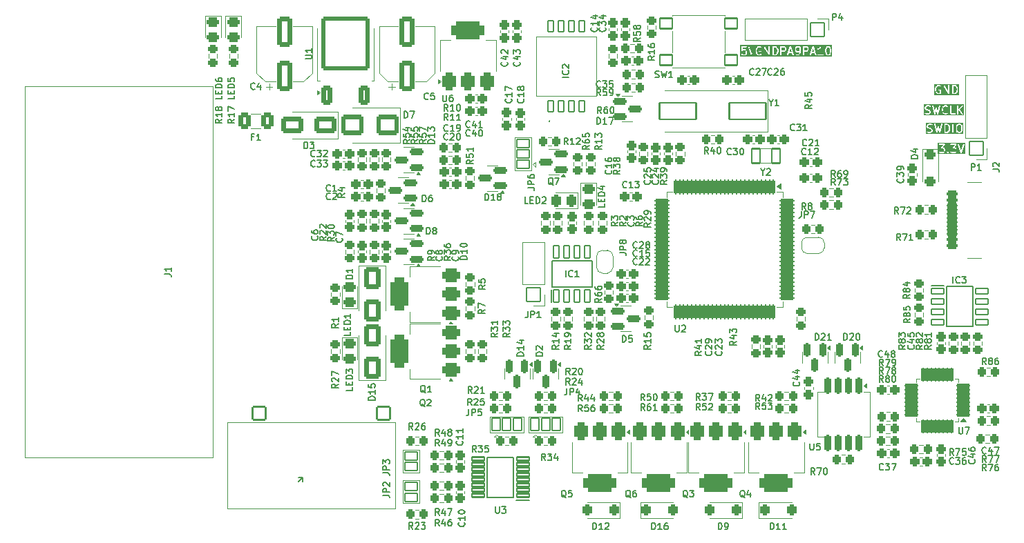
<source format=gbr>
%TF.GenerationSoftware,KiCad,Pcbnew,8.0.6*%
%TF.CreationDate,2024-11-23T21:07:21+07:00*%
%TF.ProjectId,NO2C,4e4f3243-2e6b-4696-9361-645f70636258,vD1*%
%TF.SameCoordinates,Original*%
%TF.FileFunction,Legend,Top*%
%TF.FilePolarity,Positive*%
%FSLAX46Y46*%
G04 Gerber Fmt 4.6, Leading zero omitted, Abs format (unit mm)*
G04 Created by KiCad (PCBNEW 8.0.6) date 2024-11-23 21:07:21*
%MOMM*%
%LPD*%
G01*
G04 APERTURE LIST*
G04 Aperture macros list*
%AMRoundRect*
0 Rectangle with rounded corners*
0 $1 Rounding radius*
0 $2 $3 $4 $5 $6 $7 $8 $9 X,Y pos of 4 corners*
0 Add a 4 corners polygon primitive as box body*
4,1,4,$2,$3,$4,$5,$6,$7,$8,$9,$2,$3,0*
0 Add four circle primitives for the rounded corners*
1,1,$1+$1,$2,$3*
1,1,$1+$1,$4,$5*
1,1,$1+$1,$6,$7*
1,1,$1+$1,$8,$9*
0 Add four rect primitives between the rounded corners*
20,1,$1+$1,$2,$3,$4,$5,0*
20,1,$1+$1,$4,$5,$6,$7,0*
20,1,$1+$1,$6,$7,$8,$9,0*
20,1,$1+$1,$8,$9,$2,$3,0*%
%AMFreePoly0*
4,1,38,0.559719,0.832196,0.596627,0.781396,0.601600,0.750000,0.601600,-0.750000,0.582196,-0.809719,0.531396,-0.846627,0.500000,-0.851600,0.000000,-0.851600,-0.015662,-0.846511,-0.071157,-0.846511,-0.099781,-0.842395,-0.236332,-0.802300,-0.262637,-0.790287,-0.382359,-0.713346,-0.404214,-0.694409,-0.497411,-0.586854,-0.513046,-0.562526,-0.572165,-0.433072,-0.580312,-0.405326,-0.600566,-0.264460,
-0.601600,-0.250000,-0.601600,0.250000,-0.600566,0.264460,-0.580312,0.405326,-0.572165,0.433072,-0.513046,0.562526,-0.497411,0.586854,-0.404214,0.694409,-0.382359,0.713346,-0.262637,0.790287,-0.236332,0.802300,-0.099781,0.842395,-0.071157,0.846511,-0.031556,0.846511,-0.031396,0.846627,0.000000,0.851600,0.500000,0.851600,0.559719,0.832196,0.559719,0.832196,$1*%
%AMFreePoly1*
4,1,38,0.015662,0.846511,0.071157,0.846511,0.099781,0.842395,0.236332,0.802300,0.262637,0.790287,0.382359,0.713346,0.404214,0.694409,0.497411,0.586854,0.513046,0.562526,0.572165,0.433072,0.580312,0.405326,0.600566,0.264460,0.601600,0.250000,0.601600,-0.250000,0.600566,-0.264460,0.580312,-0.405326,0.572165,-0.433072,0.513046,-0.562526,0.497411,-0.586854,0.404214,-0.694409,
0.382359,-0.713346,0.262637,-0.790287,0.236332,-0.802300,0.099781,-0.842395,0.071157,-0.846511,0.031556,-0.846511,0.031396,-0.846627,0.000000,-0.851600,-0.500000,-0.851600,-0.559719,-0.832196,-0.596627,-0.781396,-0.601600,-0.750000,-0.601600,0.750000,-0.582196,0.809719,-0.531396,0.846627,-0.500000,0.851600,0.000000,0.851600,0.015662,0.846511,0.015662,0.846511,$1*%
G04 Aperture macros list end*
%ADD10C,0.150000*%
%ADD11C,0.120000*%
%ADD12C,0.200000*%
%ADD13C,0.100000*%
%ADD14RoundRect,0.275800X-0.300800X0.275800X-0.300800X-0.275800X0.300800X-0.275800X0.300800X0.275800X0*%
%ADD15RoundRect,0.275800X0.275800X0.300800X-0.275800X0.300800X-0.275800X-0.300800X0.275800X-0.300800X0*%
%ADD16RoundRect,0.275800X-0.275800X-0.300800X0.275800X-0.300800X0.275800X0.300800X-0.275800X0.300800X0*%
%ADD17RoundRect,0.275800X0.300800X-0.275800X0.300800X0.275800X-0.300800X0.275800X-0.300800X-0.275800X0*%
%ADD18RoundRect,0.281750X0.619850X-1.569850X0.619850X1.569850X-0.619850X1.569850X-0.619850X-1.569850X0*%
%ADD19RoundRect,0.200800X-0.200800X0.638300X-0.200800X-0.638300X0.200800X-0.638300X0.200800X0.638300X0*%
%ADD20RoundRect,0.278222X1.073378X0.723378X-1.073378X0.723378X-1.073378X-0.723378X1.073378X-0.723378X0*%
%ADD21RoundRect,0.101600X0.750000X-0.500000X0.750000X0.500000X-0.750000X0.500000X-0.750000X-0.500000X0*%
%ADD22RoundRect,0.101600X-0.750000X0.500000X-0.750000X-0.500000X0.750000X-0.500000X0.750000X0.500000X0*%
%ADD23RoundRect,0.101600X-0.500000X-0.750000X0.500000X-0.750000X0.500000X0.750000X-0.500000X0.750000X0*%
%ADD24RoundRect,0.294550X0.507050X-0.294550X0.507050X0.294550X-0.507050X0.294550X-0.507050X-0.294550X0*%
%ADD25RoundRect,0.294550X-0.507050X0.294550X-0.507050X-0.294550X0.507050X-0.294550X0.507050X0.294550X0*%
%ADD26RoundRect,0.294550X0.294550X0.507050X-0.294550X0.507050X-0.294550X-0.507050X0.294550X-0.507050X0*%
%ADD27RoundRect,0.425800X0.675800X0.425800X-0.675800X0.425800X-0.675800X-0.425800X0.675800X-0.425800X0*%
%ADD28RoundRect,0.550800X0.550800X1.450800X-0.550800X1.450800X-0.550800X-1.450800X0.550800X-1.450800X0*%
%ADD29RoundRect,0.425800X-0.425800X0.675800X-0.425800X-0.675800X0.425800X-0.675800X0.425800X0.675800X0*%
%ADD30RoundRect,0.550800X-1.450800X0.550800X-1.450800X-0.550800X1.450800X-0.550800X1.450800X0.550800X0*%
%ADD31RoundRect,0.292333X0.409267X-0.909267X0.409267X0.909267X-0.409267X0.909267X-0.409267X-0.909267X0*%
%ADD32RoundRect,0.258756X2.742844X-3.042844X2.742844X3.042844X-2.742844X3.042844X-2.742844X-3.042844X0*%
%ADD33RoundRect,0.250800X-0.325800X0.250800X-0.325800X-0.250800X0.325800X-0.250800X0.325800X0.250800X0*%
%ADD34RoundRect,0.250800X-0.250800X-0.325800X0.250800X-0.325800X0.250800X0.325800X-0.250800X0.325800X0*%
%ADD35RoundRect,0.250800X0.325800X-0.250800X0.325800X0.250800X-0.325800X0.250800X-0.325800X-0.250800X0*%
%ADD36RoundRect,0.250800X0.250800X0.325800X-0.250800X0.325800X-0.250800X-0.325800X0.250800X-0.325800X0*%
%ADD37O,1.803200X1.803200*%
%ADD38RoundRect,0.101600X0.800000X-0.800000X0.800000X0.800000X-0.800000X0.800000X-0.800000X-0.800000X0*%
%ADD39RoundRect,0.200800X0.638300X0.200800X-0.638300X0.200800X-0.638300X-0.200800X0.638300X-0.200800X0*%
%ADD40RoundRect,0.278222X-0.723378X1.073378X-0.723378X-1.073378X0.723378X-1.073378X0.723378X1.073378X0*%
%ADD41RoundRect,0.101600X0.325000X0.762500X-0.325000X0.762500X-0.325000X-0.762500X0.325000X-0.762500X0*%
%ADD42RoundRect,0.200800X-0.638300X-0.200800X0.638300X-0.200800X0.638300X0.200800X-0.638300X0.200800X0*%
%ADD43RoundRect,0.101600X-0.775000X0.217500X-0.775000X-0.217500X0.775000X-0.217500X0.775000X0.217500X0*%
%ADD44C,2.453200*%
%ADD45C,5.303200*%
%ADD46RoundRect,0.101600X0.850000X0.850000X-0.850000X0.850000X-0.850000X-0.850000X0.850000X-0.850000X0*%
%ADD47O,1.903200X1.903200*%
%ADD48RoundRect,0.101600X0.775000X0.650000X-0.775000X0.650000X-0.775000X-0.650000X0.775000X-0.650000X0*%
%ADD49RoundRect,0.275800X0.275800X0.425800X-0.275800X0.425800X-0.275800X-0.425800X0.275800X-0.425800X0*%
%ADD50RoundRect,0.200800X-0.200800X0.850800X-0.200800X-0.850800X0.200800X-0.850800X0.200800X0.850800X0*%
%ADD51FreePoly0,0.000000*%
%ADD52FreePoly1,0.000000*%
%ADD53RoundRect,0.290640X0.435960X0.685960X-0.435960X0.685960X-0.435960X-0.685960X0.435960X-0.685960X0*%
%ADD54RoundRect,0.125800X-0.125800X0.775800X-0.125800X-0.775800X0.125800X-0.775800X0.125800X0.775800X0*%
%ADD55RoundRect,0.125800X-0.775800X0.125800X-0.775800X-0.125800X0.775800X-0.125800X0.775800X0.125800X0*%
%ADD56C,1.003200*%
%ADD57C,6.603200*%
%ADD58RoundRect,0.101600X0.762500X-0.325000X0.762500X0.325000X-0.762500X0.325000X-0.762500X-0.325000X0*%
%ADD59RoundRect,0.275800X-0.425800X0.275800X-0.425800X-0.275800X0.425800X-0.275800X0.425800X0.275800X0*%
%ADD60RoundRect,0.275800X-0.275800X-0.425800X0.275800X-0.425800X0.275800X0.425800X-0.275800X0.425800X0*%
%ADD61RoundRect,0.125800X0.725800X0.125800X-0.725800X0.125800X-0.725800X-0.125800X0.725800X-0.125800X0*%
%ADD62RoundRect,0.125800X0.125800X0.725800X-0.125800X0.725800X-0.125800X-0.725800X0.125800X-0.725800X0*%
%ADD63RoundRect,0.101600X2.250000X1.000000X-2.250000X1.000000X-2.250000X-1.000000X2.250000X-1.000000X0*%
%ADD64RoundRect,0.101600X0.500000X0.900000X-0.500000X0.900000X-0.500000X-0.900000X0.500000X-0.900000X0*%
%ADD65C,0.853200*%
%ADD66RoundRect,0.200800X0.475800X-0.200800X0.475800X0.200800X-0.475800X0.200800X-0.475800X-0.200800X0*%
%ADD67RoundRect,0.125800X0.550800X-0.125800X0.550800X0.125800X-0.550800X0.125800X-0.550800X-0.125800X0*%
%ADD68O,2.303200X1.203200*%
%ADD69O,2.003200X1.203200*%
%ADD70RoundRect,0.425800X0.425800X-0.675800X0.425800X0.675800X-0.425800X0.675800X-0.425800X-0.675800X0*%
%ADD71RoundRect,0.550800X1.450800X-0.550800X1.450800X0.550800X-1.450800X0.550800X-1.450800X-0.550800X0*%
%ADD72RoundRect,0.278222X0.723378X-1.073378X0.723378X1.073378X-0.723378X1.073378X-0.723378X-1.073378X0*%
%ADD73FreePoly0,90.000000*%
%ADD74FreePoly1,90.000000*%
%ADD75RoundRect,0.101600X-0.345000X-0.675000X0.345000X-0.675000X0.345000X0.675000X-0.345000X0.675000X0*%
%ADD76RoundRect,0.101600X-0.850000X0.850000X-0.850000X-0.850000X0.850000X-0.850000X0.850000X0.850000X0*%
%ADD77RoundRect,0.272087X1.079513X0.979513X-1.079513X0.979513X-1.079513X-0.979513X1.079513X-0.979513X0*%
G04 APERTURE END LIST*
D10*
X19008000Y6750000D02*
X18500000Y6242000D01*
X19008000Y6750000D02*
X19008000Y6242000D01*
X19008000Y6750000D02*
X18500000Y6750000D01*
G36*
X79828066Y59520923D02*
G01*
X79858473Y59490516D01*
X79892731Y59422000D01*
X79892731Y59219315D01*
X79858473Y59150799D01*
X79828066Y59120392D01*
X79759550Y59086134D01*
X79604484Y59086134D01*
X79535968Y59120392D01*
X79505561Y59150799D01*
X79471303Y59219315D01*
X79471303Y59422000D01*
X79505561Y59490516D01*
X79535968Y59520923D01*
X79604484Y59555181D01*
X79759550Y59555181D01*
X79828066Y59520923D01*
G37*
G36*
X78911293Y58990896D02*
G01*
X78643217Y58990896D01*
X78777255Y59393011D01*
X78911293Y58990896D01*
G37*
G36*
X78018542Y59520923D02*
G01*
X78048949Y59490516D01*
X78083207Y59422000D01*
X78083207Y59314553D01*
X78048949Y59246037D01*
X78018542Y59215630D01*
X77950026Y59181372D01*
X77661779Y59181372D01*
X77661779Y59555181D01*
X77950026Y59555181D01*
X78018542Y59520923D01*
G37*
G36*
X80153842Y58444070D02*
G01*
X77400668Y58444070D01*
X77400668Y59630181D01*
X77511779Y59630181D01*
X77511779Y58630181D01*
X77513220Y58615549D01*
X77524419Y58588513D01*
X77545111Y58567821D01*
X77572147Y58556622D01*
X77601411Y58556622D01*
X77628447Y58567821D01*
X77649139Y58588513D01*
X77660338Y58615549D01*
X77661779Y58630181D01*
X77661779Y58639561D01*
X78369511Y58639561D01*
X78371586Y58610371D01*
X78384672Y58584198D01*
X78406779Y58565024D01*
X78434542Y58555770D01*
X78463732Y58557845D01*
X78489905Y58570931D01*
X78509079Y58593038D01*
X78515073Y58606464D01*
X78593217Y58840896D01*
X78961293Y58840896D01*
X79039437Y58606464D01*
X79045431Y58593039D01*
X79064605Y58570932D01*
X79090778Y58557845D01*
X79119968Y58555770D01*
X79147730Y58565024D01*
X79169838Y58584198D01*
X79182924Y58610372D01*
X79184999Y58639562D01*
X79181739Y58653898D01*
X78919804Y59439705D01*
X79321303Y59439705D01*
X79321303Y59201610D01*
X79322744Y59186978D01*
X79323775Y59184489D01*
X79323966Y59181801D01*
X79329221Y59168069D01*
X79376840Y59072831D01*
X79380804Y59066532D01*
X79381562Y59064704D01*
X79383250Y59062648D01*
X79384672Y59060388D01*
X79386170Y59059089D01*
X79390889Y59053339D01*
X79438508Y59005720D01*
X79444257Y59001002D01*
X79445557Y58999503D01*
X79447816Y58998082D01*
X79449873Y58996393D01*
X79451700Y58995636D01*
X79458000Y58991671D01*
X79553238Y58944052D01*
X79566969Y58938797D01*
X79569658Y58938606D01*
X79572147Y58937575D01*
X79586779Y58936134D01*
X79777255Y58936134D01*
X79791887Y58937575D01*
X79794376Y58938607D01*
X79797064Y58938797D01*
X79810796Y58944052D01*
X79869026Y58973167D01*
X79850502Y58899071D01*
X79766587Y58773200D01*
X79732827Y58739439D01*
X79664312Y58705181D01*
X79491541Y58705181D01*
X79476909Y58703740D01*
X79449873Y58692541D01*
X79429181Y58671849D01*
X79417982Y58644813D01*
X79417982Y58615549D01*
X79429181Y58588513D01*
X79449873Y58567821D01*
X79476909Y58556622D01*
X79491541Y58555181D01*
X79682017Y58555181D01*
X79696649Y58556622D01*
X79699138Y58557654D01*
X79701826Y58557844D01*
X79715558Y58563099D01*
X79810796Y58610718D01*
X79817095Y58614683D01*
X79818923Y58615440D01*
X79820979Y58617128D01*
X79823239Y58618550D01*
X79824539Y58620050D01*
X79830289Y58624768D01*
X79877907Y58672387D01*
X79877940Y58672428D01*
X79877962Y58672442D01*
X79882701Y58678229D01*
X79887235Y58683753D01*
X79887244Y58683777D01*
X79887278Y58683817D01*
X79982516Y58826675D01*
X79986820Y58834750D01*
X79987926Y58836241D01*
X79988555Y58838004D01*
X79989433Y58839649D01*
X79989791Y58841464D01*
X79992873Y58850087D01*
X80040492Y59040563D01*
X80040867Y59043100D01*
X80041290Y59044121D01*
X80041832Y59049634D01*
X80042642Y59055107D01*
X80042479Y59056200D01*
X80042731Y59058753D01*
X80042731Y59439705D01*
X80041290Y59454337D01*
X80040259Y59456826D01*
X80040068Y59459515D01*
X80034813Y59473246D01*
X79987194Y59568484D01*
X79983229Y59574784D01*
X79982472Y59576611D01*
X79980783Y59578668D01*
X79979362Y59580927D01*
X79977863Y59582227D01*
X79973145Y59587976D01*
X79925526Y59635595D01*
X79919776Y59640314D01*
X79918477Y59641812D01*
X79916217Y59643234D01*
X79914161Y59644922D01*
X79912333Y59645680D01*
X79906034Y59649644D01*
X79810796Y59697263D01*
X79797064Y59702518D01*
X79794376Y59702709D01*
X79791887Y59703740D01*
X79777255Y59705181D01*
X79586779Y59705181D01*
X79572147Y59703740D01*
X79569658Y59702710D01*
X79566969Y59702518D01*
X79553238Y59697263D01*
X79458000Y59649644D01*
X79451700Y59645680D01*
X79449873Y59644922D01*
X79447816Y59643234D01*
X79445557Y59641812D01*
X79444257Y59640314D01*
X79438508Y59635595D01*
X79390889Y59587976D01*
X79386170Y59582227D01*
X79384672Y59580927D01*
X79383250Y59578668D01*
X79381562Y59576611D01*
X79380804Y59574784D01*
X79376840Y59568484D01*
X79329221Y59473246D01*
X79323966Y59459514D01*
X79323775Y59456827D01*
X79322744Y59454337D01*
X79321303Y59439705D01*
X78919804Y59439705D01*
X78848406Y59653898D01*
X78842412Y59667324D01*
X78838900Y59671373D01*
X78836505Y59676164D01*
X78829401Y59682326D01*
X78823238Y59689431D01*
X78818444Y59691828D01*
X78814397Y59695338D01*
X78805475Y59698312D01*
X78797065Y59702517D01*
X78791720Y59702897D01*
X78786635Y59704592D01*
X78777255Y59703926D01*
X78767875Y59704592D01*
X78762789Y59702897D01*
X78757445Y59702517D01*
X78749037Y59698313D01*
X78740112Y59695338D01*
X78736061Y59691825D01*
X78731272Y59689430D01*
X78725113Y59682330D01*
X78718005Y59676164D01*
X78715608Y59671371D01*
X78712098Y59667323D01*
X78706104Y59653898D01*
X78372771Y58653898D01*
X78369511Y58639561D01*
X77661779Y58639561D01*
X77661779Y59031372D01*
X77967731Y59031372D01*
X77982363Y59032813D01*
X77984852Y59033845D01*
X77987540Y59034035D01*
X78001272Y59039290D01*
X78096510Y59086909D01*
X78102809Y59090874D01*
X78104637Y59091631D01*
X78106693Y59093320D01*
X78108953Y59094741D01*
X78110252Y59096240D01*
X78116002Y59100958D01*
X78163621Y59148577D01*
X78168339Y59154327D01*
X78169838Y59155626D01*
X78171259Y59157886D01*
X78172948Y59159942D01*
X78173705Y59161770D01*
X78177670Y59168069D01*
X78225289Y59263307D01*
X78230544Y59277038D01*
X78230735Y59279728D01*
X78231766Y59282216D01*
X78233207Y59296848D01*
X78233207Y59439705D01*
X78231766Y59454337D01*
X78230735Y59456826D01*
X78230544Y59459515D01*
X78225289Y59473246D01*
X78177670Y59568484D01*
X78173705Y59574784D01*
X78172948Y59576611D01*
X78171259Y59578668D01*
X78169838Y59580927D01*
X78168339Y59582227D01*
X78163621Y59587976D01*
X78116002Y59635595D01*
X78110252Y59640314D01*
X78108953Y59641812D01*
X78106693Y59643234D01*
X78104637Y59644922D01*
X78102809Y59645680D01*
X78096510Y59649644D01*
X78001272Y59697263D01*
X77987540Y59702518D01*
X77984852Y59702709D01*
X77982363Y59703740D01*
X77967731Y59705181D01*
X77586779Y59705181D01*
X77572147Y59703740D01*
X77545111Y59692541D01*
X77524419Y59671849D01*
X77513220Y59644813D01*
X77511779Y59630181D01*
X77400668Y59630181D01*
X77400668Y59816292D01*
X80153842Y59816292D01*
X80153842Y58444070D01*
G37*
G36*
X99998969Y51194070D02*
G01*
X95103049Y51194070D01*
X95103049Y52189705D01*
X95214160Y52189705D01*
X95214160Y52094467D01*
X95215601Y52079835D01*
X95216632Y52077346D01*
X95216823Y52074658D01*
X95222078Y52060926D01*
X95269697Y51965688D01*
X95273661Y51959389D01*
X95274419Y51957561D01*
X95276107Y51955505D01*
X95277529Y51953245D01*
X95279027Y51951946D01*
X95283746Y51946196D01*
X95331365Y51898577D01*
X95337114Y51893859D01*
X95338414Y51892360D01*
X95340673Y51890939D01*
X95342730Y51889250D01*
X95344557Y51888493D01*
X95350857Y51884528D01*
X95446095Y51836909D01*
X95447164Y51836500D01*
X95447600Y51836177D01*
X95453736Y51833985D01*
X95459826Y51831654D01*
X95460366Y51831616D01*
X95461446Y51831230D01*
X95643936Y51785608D01*
X95720923Y51747114D01*
X95751330Y51716707D01*
X95785588Y51648191D01*
X95785588Y51588363D01*
X95751329Y51519847D01*
X95720922Y51489439D01*
X95652407Y51455181D01*
X95444187Y51455181D01*
X95312877Y51498951D01*
X95298540Y51502211D01*
X95269350Y51500136D01*
X95243177Y51487050D01*
X95224003Y51464943D01*
X95214749Y51437180D01*
X95216824Y51407990D01*
X95229910Y51381817D01*
X95252017Y51362643D01*
X95265443Y51356649D01*
X95408299Y51309030D01*
X95415554Y51307381D01*
X95417385Y51306622D01*
X95420038Y51306361D01*
X95422636Y51305770D01*
X95424610Y51305911D01*
X95432017Y51305181D01*
X95670112Y51305181D01*
X95684744Y51306622D01*
X95687233Y51307654D01*
X95689921Y51307844D01*
X95703653Y51313099D01*
X95798891Y51360718D01*
X95805190Y51364683D01*
X95807018Y51365440D01*
X95809074Y51367128D01*
X95811334Y51368550D01*
X95812634Y51370050D01*
X95818384Y51374768D01*
X95866002Y51422387D01*
X95870720Y51428137D01*
X95872219Y51429436D01*
X95873640Y51431695D01*
X95875330Y51433753D01*
X95876087Y51435583D01*
X95880051Y51441879D01*
X95927670Y51537117D01*
X95932925Y51550848D01*
X95933116Y51553538D01*
X95934147Y51556026D01*
X95935588Y51570658D01*
X95935588Y51665896D01*
X95934147Y51680528D01*
X95933116Y51683017D01*
X95932925Y51685706D01*
X95927670Y51699437D01*
X95880051Y51794675D01*
X95876086Y51800975D01*
X95875329Y51802802D01*
X95873640Y51804859D01*
X95872219Y51807118D01*
X95870720Y51808418D01*
X95866002Y51814167D01*
X95818383Y51861786D01*
X95812633Y51866505D01*
X95811334Y51868003D01*
X95809074Y51869425D01*
X95807018Y51871113D01*
X95805190Y51871871D01*
X95798891Y51875835D01*
X95703653Y51923454D01*
X95702583Y51923864D01*
X95702148Y51924186D01*
X95696002Y51926382D01*
X95689921Y51928709D01*
X95689381Y51928748D01*
X95688302Y51929133D01*
X95505812Y51974756D01*
X95428825Y52013249D01*
X95398418Y52043656D01*
X95364160Y52112172D01*
X95364160Y52172000D01*
X95398418Y52240516D01*
X95428825Y52270923D01*
X95497341Y52305181D01*
X95705561Y52305181D01*
X95836870Y52261411D01*
X95851207Y52258151D01*
X95880397Y52260226D01*
X95906571Y52273312D01*
X95925745Y52295420D01*
X95934999Y52323182D01*
X95932924Y52352372D01*
X95920421Y52377377D01*
X96118974Y52377377D01*
X96120962Y52362809D01*
X96359057Y51362809D01*
X96360786Y51357790D01*
X96361026Y51355988D01*
X96361968Y51354360D01*
X96363847Y51348909D01*
X96370233Y51340085D01*
X96375688Y51330663D01*
X96378745Y51328323D01*
X96381004Y51325202D01*
X96390279Y51319495D01*
X96398926Y51312876D01*
X96402646Y51311884D01*
X96405926Y51309866D01*
X96416680Y51308142D01*
X96427202Y51305336D01*
X96431017Y51305843D01*
X96434821Y51305233D01*
X96445419Y51307757D01*
X96456210Y51309190D01*
X96459541Y51311119D01*
X96463289Y51312011D01*
X96472113Y51318398D01*
X96481535Y51323852D01*
X96483875Y51326910D01*
X96486996Y51329168D01*
X96492703Y51338444D01*
X96499322Y51347090D01*
X96501347Y51352490D01*
X96502332Y51354090D01*
X96502619Y51355882D01*
X96504485Y51360856D01*
X96622492Y51803387D01*
X96740501Y51360856D01*
X96742366Y51355881D01*
X96742654Y51354090D01*
X96743638Y51352491D01*
X96745664Y51347089D01*
X96752284Y51338441D01*
X96757990Y51329168D01*
X96761110Y51326910D01*
X96763451Y51323852D01*
X96772872Y51318398D01*
X96781697Y51312011D01*
X96785444Y51311119D01*
X96788776Y51309190D01*
X96799569Y51307756D01*
X96810165Y51305233D01*
X96813966Y51305843D01*
X96817785Y51305335D01*
X96828316Y51308144D01*
X96839060Y51309866D01*
X96842336Y51311882D01*
X96846060Y51312875D01*
X96854710Y51319497D01*
X96863982Y51325202D01*
X96866240Y51328323D01*
X96869298Y51330663D01*
X96874753Y51340086D01*
X96881139Y51348909D01*
X96883016Y51354358D01*
X96883960Y51355987D01*
X96884199Y51357791D01*
X96885929Y51362809D01*
X97026120Y51951610D01*
X97309398Y51951610D01*
X97309398Y51808753D01*
X97309649Y51806200D01*
X97309487Y51805107D01*
X97310296Y51799634D01*
X97310839Y51794121D01*
X97311261Y51793100D01*
X97311637Y51790563D01*
X97359256Y51600087D01*
X97359641Y51599008D01*
X97359680Y51598468D01*
X97362007Y51592387D01*
X97364203Y51586241D01*
X97364525Y51585806D01*
X97364935Y51584736D01*
X97412554Y51489498D01*
X97416517Y51483202D01*
X97417275Y51481372D01*
X97418964Y51479314D01*
X97420386Y51477055D01*
X97421884Y51475756D01*
X97426603Y51470006D01*
X97521841Y51374767D01*
X97533206Y51365439D01*
X97535696Y51364408D01*
X97537731Y51362643D01*
X97551157Y51356649D01*
X97694013Y51309030D01*
X97701268Y51307381D01*
X97703099Y51306622D01*
X97705752Y51306361D01*
X97708350Y51305770D01*
X97710324Y51305911D01*
X97717731Y51305181D01*
X97812969Y51305181D01*
X97820374Y51305911D01*
X97822349Y51305770D01*
X97824946Y51306361D01*
X97827601Y51306622D01*
X97829432Y51307381D01*
X97836686Y51309030D01*
X97979543Y51356649D01*
X97992968Y51362643D01*
X97995003Y51364409D01*
X97997494Y51365440D01*
X98008860Y51374768D01*
X98056478Y51422387D01*
X98065806Y51433753D01*
X98077004Y51460789D01*
X98077004Y51490052D01*
X98065805Y51517088D01*
X98045112Y51537781D01*
X98018076Y51548979D01*
X97988813Y51548979D01*
X97961777Y51537780D01*
X97950411Y51528452D01*
X97915312Y51493353D01*
X97800799Y51455181D01*
X97729901Y51455181D01*
X97615388Y51493352D01*
X97541275Y51567466D01*
X97502781Y51644453D01*
X97459398Y51817987D01*
X97459398Y51942376D01*
X97502781Y52115910D01*
X97541275Y52192897D01*
X97615388Y52267010D01*
X97729901Y52305181D01*
X97800799Y52305181D01*
X97915312Y52267010D01*
X97950412Y52231910D01*
X97961777Y52222583D01*
X97988813Y52211384D01*
X98018076Y52211384D01*
X98045112Y52222583D01*
X98065805Y52243276D01*
X98077004Y52270312D01*
X98077004Y52299575D01*
X98065805Y52326611D01*
X98056478Y52337976D01*
X98014273Y52380181D01*
X98357017Y52380181D01*
X98357017Y51380181D01*
X98358458Y51365549D01*
X98369657Y51338513D01*
X98390349Y51317821D01*
X98417385Y51306622D01*
X98432017Y51305181D01*
X98908207Y51305181D01*
X98922839Y51306622D01*
X98949875Y51317821D01*
X98970567Y51338513D01*
X98981766Y51365549D01*
X98981766Y51394813D01*
X98970567Y51421849D01*
X98949875Y51442541D01*
X98922839Y51453740D01*
X98908207Y51455181D01*
X98507017Y51455181D01*
X98507017Y52380181D01*
X99166541Y52380181D01*
X99166541Y51380181D01*
X99167982Y51365549D01*
X99179181Y51338513D01*
X99199873Y51317821D01*
X99226909Y51306622D01*
X99256173Y51306622D01*
X99283209Y51317821D01*
X99303901Y51338513D01*
X99315100Y51365549D01*
X99316541Y51380181D01*
X99316541Y51777687D01*
X99376283Y51837430D01*
X99752969Y51335181D01*
X99762901Y51324340D01*
X99788082Y51309430D01*
X99817051Y51305292D01*
X99845399Y51312554D01*
X99868810Y51330113D01*
X99883719Y51355294D01*
X99887858Y51384262D01*
X99880596Y51412611D01*
X99872969Y51425181D01*
X99483426Y51944573D01*
X99866002Y52327148D01*
X99875329Y52338513D01*
X99886528Y52365549D01*
X99886528Y52394812D01*
X99875329Y52421849D01*
X99854637Y52442541D01*
X99827600Y52453740D01*
X99798337Y52453740D01*
X99771301Y52442541D01*
X99759936Y52433214D01*
X99316541Y51989819D01*
X99316541Y52380181D01*
X99315100Y52394813D01*
X99303901Y52421849D01*
X99283209Y52442541D01*
X99256173Y52453740D01*
X99226909Y52453740D01*
X99199873Y52442541D01*
X99179181Y52421849D01*
X99167982Y52394813D01*
X99166541Y52380181D01*
X98507017Y52380181D01*
X98505576Y52394813D01*
X98494377Y52421849D01*
X98473685Y52442541D01*
X98446649Y52453740D01*
X98417385Y52453740D01*
X98390349Y52442541D01*
X98369657Y52421849D01*
X98358458Y52394813D01*
X98357017Y52380181D01*
X98014273Y52380181D01*
X98008859Y52385595D01*
X97997494Y52394922D01*
X97995003Y52395954D01*
X97992968Y52397719D01*
X97979543Y52403713D01*
X97836686Y52451332D01*
X97829432Y52452982D01*
X97827601Y52453740D01*
X97824946Y52454002D01*
X97822349Y52454592D01*
X97820374Y52454452D01*
X97812969Y52455181D01*
X97717731Y52455181D01*
X97710324Y52454452D01*
X97708350Y52454592D01*
X97705752Y52454002D01*
X97703099Y52453740D01*
X97701268Y52452982D01*
X97694013Y52451332D01*
X97551157Y52403713D01*
X97537731Y52397719D01*
X97535696Y52395955D01*
X97533206Y52394923D01*
X97521841Y52385595D01*
X97426603Y52290357D01*
X97421884Y52284608D01*
X97420386Y52283308D01*
X97418964Y52281049D01*
X97417276Y52278992D01*
X97416518Y52277165D01*
X97412554Y52270865D01*
X97364935Y52175627D01*
X97364525Y52174558D01*
X97364203Y52174122D01*
X97362007Y52167977D01*
X97359680Y52161895D01*
X97359641Y52161356D01*
X97359256Y52160276D01*
X97311637Y51969800D01*
X97311261Y51967264D01*
X97310839Y51966242D01*
X97310296Y51960730D01*
X97309487Y51955256D01*
X97309649Y51954164D01*
X97309398Y51951610D01*
X97026120Y51951610D01*
X97124025Y52362809D01*
X97126013Y52377377D01*
X97121380Y52406272D01*
X97106044Y52431194D01*
X97082337Y52448350D01*
X97053869Y52455129D01*
X97024974Y52450496D01*
X97000052Y52435160D01*
X96982895Y52411453D01*
X96978105Y52397552D01*
X96808852Y51686697D01*
X96694961Y52113792D01*
X96693675Y52117220D01*
X96693484Y52118661D01*
X96692492Y52120374D01*
X96689798Y52127558D01*
X96683783Y52135417D01*
X96678822Y52143985D01*
X96674963Y52146939D01*
X96672011Y52150796D01*
X96663446Y52155755D01*
X96655584Y52161773D01*
X96650887Y52163026D01*
X96646686Y52165458D01*
X96636879Y52166761D01*
X96627309Y52169313D01*
X96622490Y52168673D01*
X96617678Y52169312D01*
X96608117Y52166763D01*
X96598300Y52165458D01*
X96594094Y52163024D01*
X96589402Y52161772D01*
X96581542Y52155757D01*
X96572975Y52150796D01*
X96570021Y52146938D01*
X96566164Y52143985D01*
X96561205Y52135420D01*
X96555188Y52127559D01*
X96552491Y52120370D01*
X96551502Y52118660D01*
X96551310Y52117221D01*
X96550025Y52113792D01*
X96436133Y51686697D01*
X96266882Y52397553D01*
X96262092Y52411453D01*
X96244935Y52435160D01*
X96220013Y52450496D01*
X96191118Y52455129D01*
X96162650Y52448351D01*
X96138943Y52431194D01*
X96123607Y52406272D01*
X96118974Y52377377D01*
X95920421Y52377377D01*
X95919837Y52378545D01*
X95897730Y52397719D01*
X95884305Y52403713D01*
X95741448Y52451332D01*
X95734194Y52452982D01*
X95732363Y52453740D01*
X95729708Y52454002D01*
X95727111Y52454592D01*
X95725136Y52454452D01*
X95717731Y52455181D01*
X95479636Y52455181D01*
X95465004Y52453740D01*
X95462515Y52452710D01*
X95459826Y52452518D01*
X95446095Y52447263D01*
X95350857Y52399644D01*
X95344557Y52395680D01*
X95342730Y52394922D01*
X95340673Y52393234D01*
X95338414Y52391812D01*
X95337114Y52390314D01*
X95331365Y52385595D01*
X95283746Y52337976D01*
X95279027Y52332227D01*
X95277529Y52330927D01*
X95276107Y52328668D01*
X95274419Y52326611D01*
X95273661Y52324784D01*
X95269697Y52318484D01*
X95222078Y52223246D01*
X95216823Y52209514D01*
X95216632Y52206827D01*
X95215601Y52204337D01*
X95214160Y52189705D01*
X95103049Y52189705D01*
X95103049Y52566292D01*
X99998969Y52566292D01*
X99998969Y51194070D01*
G37*
G36*
X100177062Y46444070D02*
G01*
X96806871Y46444070D01*
X96806871Y47644813D01*
X96917982Y47644813D01*
X96917982Y47615549D01*
X96929181Y47588513D01*
X96949873Y47567821D01*
X96976909Y47556622D01*
X96991541Y47555181D01*
X97445306Y47555181D01*
X97220812Y47298617D01*
X97216290Y47292293D01*
X97214895Y47290897D01*
X97214346Y47289574D01*
X97212261Y47286656D01*
X97208359Y47275119D01*
X97203696Y47263861D01*
X97203696Y47261331D01*
X97202886Y47258935D01*
X97203696Y47246782D01*
X97203696Y47234597D01*
X97204663Y47232261D01*
X97204832Y47229737D01*
X97210234Y47218812D01*
X97214895Y47207561D01*
X97216681Y47205775D01*
X97217804Y47203505D01*
X97226976Y47195480D01*
X97235587Y47186869D01*
X97237923Y47185901D01*
X97239828Y47184235D01*
X97251365Y47180334D01*
X97262623Y47175670D01*
X97266193Y47175319D01*
X97267549Y47174860D01*
X97269516Y47174992D01*
X97277255Y47174229D01*
X97402407Y47174229D01*
X97470923Y47139971D01*
X97501330Y47109564D01*
X97535588Y47041048D01*
X97535588Y46838363D01*
X97501329Y46769847D01*
X97470922Y46739439D01*
X97402407Y46705181D01*
X97152103Y46705181D01*
X97083587Y46739439D01*
X97044575Y46778452D01*
X97033209Y46787780D01*
X97006173Y46798979D01*
X96976910Y46798979D01*
X96949874Y46787781D01*
X96929181Y46767088D01*
X96917982Y46740052D01*
X96917982Y46710789D01*
X96929180Y46683753D01*
X96938507Y46672388D01*
X96986126Y46624768D01*
X96991875Y46620050D01*
X96993176Y46618550D01*
X96995435Y46617128D01*
X96997492Y46615440D01*
X96999319Y46614683D01*
X97005619Y46610718D01*
X97100857Y46563099D01*
X97114588Y46557844D01*
X97117277Y46557653D01*
X97119766Y46556622D01*
X97134398Y46555181D01*
X97420112Y46555181D01*
X97434744Y46556622D01*
X97437233Y46557654D01*
X97439921Y46557844D01*
X97453653Y46563099D01*
X97548891Y46610718D01*
X97555190Y46614683D01*
X97557018Y46615440D01*
X97559074Y46617128D01*
X97561334Y46618550D01*
X97562634Y46620050D01*
X97568384Y46624768D01*
X97616002Y46672387D01*
X97620720Y46678137D01*
X97622219Y46679436D01*
X97623640Y46681695D01*
X97625330Y46683753D01*
X97626087Y46685583D01*
X97630051Y46691879D01*
X97630327Y46692431D01*
X97917982Y46692431D01*
X97917982Y46663168D01*
X97923019Y46651009D01*
X97929181Y46636132D01*
X97938508Y46624767D01*
X97986127Y46577148D01*
X97997492Y46567821D01*
X98024528Y46556622D01*
X98024529Y46556622D01*
X98053791Y46556622D01*
X98053792Y46556622D01*
X98080828Y46567821D01*
X98092193Y46577148D01*
X98139812Y46624767D01*
X98149139Y46636132D01*
X98160338Y46663168D01*
X98160338Y46692431D01*
X98160292Y46692541D01*
X98149140Y46719467D01*
X98139812Y46730833D01*
X98092194Y46778452D01*
X98080828Y46787780D01*
X98080827Y46787781D01*
X98064990Y46794341D01*
X98053792Y46798979D01*
X98053791Y46798979D01*
X98024528Y46798979D01*
X98013330Y46794341D01*
X97997493Y46787781D01*
X97997492Y46787780D01*
X97986126Y46778452D01*
X97938507Y46730832D01*
X97929180Y46719467D01*
X97917982Y46692431D01*
X97630327Y46692431D01*
X97677670Y46787117D01*
X97682925Y46800848D01*
X97683116Y46803538D01*
X97684147Y46806026D01*
X97685588Y46820658D01*
X97685588Y47058753D01*
X97684147Y47073385D01*
X97683116Y47075874D01*
X97682925Y47078563D01*
X97677670Y47092294D01*
X97630051Y47187532D01*
X97626086Y47193832D01*
X97625329Y47195659D01*
X97623640Y47197716D01*
X97622219Y47199975D01*
X97620720Y47201275D01*
X97616002Y47207024D01*
X97568383Y47254643D01*
X97562633Y47259362D01*
X97561334Y47260860D01*
X97559074Y47262282D01*
X97557018Y47263970D01*
X97555190Y47264728D01*
X97548891Y47268692D01*
X97453653Y47316311D01*
X97440135Y47321484D01*
X97667031Y47580793D01*
X97671552Y47587118D01*
X97672948Y47588513D01*
X97673496Y47589837D01*
X97675582Y47592754D01*
X97679483Y47604292D01*
X97684147Y47615549D01*
X97684147Y47618080D01*
X97684957Y47620475D01*
X97684147Y47632629D01*
X97684147Y47644813D01*
X98346553Y47644813D01*
X98346553Y47615549D01*
X98357752Y47588513D01*
X98378444Y47567821D01*
X98405480Y47556622D01*
X98420112Y47555181D01*
X98873877Y47555181D01*
X98649383Y47298617D01*
X98644861Y47292293D01*
X98643466Y47290897D01*
X98642917Y47289574D01*
X98640832Y47286656D01*
X98636930Y47275119D01*
X98632267Y47263861D01*
X98632267Y47261331D01*
X98631457Y47258935D01*
X98632267Y47246782D01*
X98632267Y47234597D01*
X98633234Y47232261D01*
X98633403Y47229737D01*
X98638805Y47218812D01*
X98643466Y47207561D01*
X98645252Y47205775D01*
X98646375Y47203505D01*
X98655547Y47195480D01*
X98664158Y47186869D01*
X98666494Y47185901D01*
X98668399Y47184235D01*
X98679936Y47180334D01*
X98691194Y47175670D01*
X98694764Y47175319D01*
X98696120Y47174860D01*
X98698087Y47174992D01*
X98705826Y47174229D01*
X98830978Y47174229D01*
X98899494Y47139971D01*
X98929901Y47109564D01*
X98964159Y47041048D01*
X98964159Y46838363D01*
X98929900Y46769847D01*
X98899493Y46739439D01*
X98830978Y46705181D01*
X98580674Y46705181D01*
X98512158Y46739439D01*
X98473146Y46778452D01*
X98461780Y46787780D01*
X98434744Y46798979D01*
X98405481Y46798979D01*
X98378445Y46787781D01*
X98357752Y46767088D01*
X98346553Y46740052D01*
X98346553Y46710789D01*
X98357751Y46683753D01*
X98367078Y46672388D01*
X98414697Y46624768D01*
X98420446Y46620050D01*
X98421747Y46618550D01*
X98424006Y46617128D01*
X98426063Y46615440D01*
X98427890Y46614683D01*
X98434190Y46610718D01*
X98529428Y46563099D01*
X98543159Y46557844D01*
X98545848Y46557653D01*
X98548337Y46556622D01*
X98562969Y46555181D01*
X98848683Y46555181D01*
X98863315Y46556622D01*
X98865804Y46557654D01*
X98868492Y46557844D01*
X98882224Y46563099D01*
X98977462Y46610718D01*
X98983761Y46614683D01*
X98985589Y46615440D01*
X98987645Y46617128D01*
X98989905Y46618550D01*
X98991205Y46620050D01*
X98996955Y46624768D01*
X99044573Y46672387D01*
X99049291Y46678137D01*
X99050790Y46679436D01*
X99052211Y46681695D01*
X99053901Y46683753D01*
X99054658Y46685583D01*
X99058622Y46691879D01*
X99106241Y46787117D01*
X99111496Y46800848D01*
X99111687Y46803538D01*
X99112718Y46806026D01*
X99114159Y46820658D01*
X99114159Y47058753D01*
X99112718Y47073385D01*
X99111687Y47075874D01*
X99111496Y47078563D01*
X99106241Y47092294D01*
X99058622Y47187532D01*
X99054657Y47193832D01*
X99053900Y47195659D01*
X99052211Y47197716D01*
X99050790Y47199975D01*
X99049291Y47201275D01*
X99044573Y47207024D01*
X98996954Y47254643D01*
X98991204Y47259362D01*
X98989905Y47260860D01*
X98987645Y47262282D01*
X98985589Y47263970D01*
X98983761Y47264728D01*
X98977462Y47268692D01*
X98882224Y47316311D01*
X98868706Y47321484D01*
X99095602Y47580793D01*
X99100123Y47587118D01*
X99101519Y47588513D01*
X99102067Y47589837D01*
X99104153Y47592754D01*
X99108054Y47604292D01*
X99112718Y47615549D01*
X99112718Y47618080D01*
X99113528Y47620475D01*
X99113506Y47620801D01*
X99250463Y47620801D01*
X99253723Y47606464D01*
X99587056Y46606464D01*
X99593050Y46593039D01*
X99596560Y46588992D01*
X99598957Y46584198D01*
X99606065Y46578033D01*
X99612224Y46570932D01*
X99617013Y46568538D01*
X99621064Y46565024D01*
X99629989Y46562050D01*
X99638397Y46557845D01*
X99643741Y46557466D01*
X99648827Y46555770D01*
X99658207Y46556437D01*
X99667587Y46555770D01*
X99672672Y46557466D01*
X99678017Y46557845D01*
X99686427Y46562051D01*
X99695349Y46565024D01*
X99699396Y46568535D01*
X99704190Y46570931D01*
X99710353Y46578037D01*
X99717457Y46584198D01*
X99719852Y46588990D01*
X99723364Y46593038D01*
X99729358Y46606464D01*
X100062691Y47606464D01*
X100065951Y47620800D01*
X100063876Y47649990D01*
X100050790Y47676164D01*
X100028682Y47695338D01*
X100000920Y47704592D01*
X99971730Y47702517D01*
X99945557Y47689430D01*
X99926383Y47667323D01*
X99920389Y47653898D01*
X99658207Y46867352D01*
X99396025Y47653898D01*
X99390031Y47667324D01*
X99370857Y47689431D01*
X99344684Y47702517D01*
X99315494Y47704592D01*
X99287731Y47695338D01*
X99265624Y47676164D01*
X99252538Y47649991D01*
X99250463Y47620801D01*
X99113506Y47620801D01*
X99112718Y47632629D01*
X99112718Y47644813D01*
X99111750Y47647150D01*
X99111582Y47649673D01*
X99106179Y47660599D01*
X99101519Y47671849D01*
X99099732Y47673636D01*
X99098610Y47675905D01*
X99089437Y47683931D01*
X99080827Y47692541D01*
X99078490Y47693510D01*
X99076586Y47695175D01*
X99065048Y47699077D01*
X99053791Y47703740D01*
X99050220Y47704092D01*
X99048865Y47704550D01*
X99046897Y47704419D01*
X99039159Y47705181D01*
X98420112Y47705181D01*
X98405480Y47703740D01*
X98378444Y47692541D01*
X98357752Y47671849D01*
X98346553Y47644813D01*
X97684147Y47644813D01*
X97683179Y47647150D01*
X97683011Y47649673D01*
X97677608Y47660599D01*
X97672948Y47671849D01*
X97671161Y47673636D01*
X97670039Y47675905D01*
X97660866Y47683931D01*
X97652256Y47692541D01*
X97649919Y47693510D01*
X97648015Y47695175D01*
X97636477Y47699077D01*
X97625220Y47703740D01*
X97621649Y47704092D01*
X97620294Y47704550D01*
X97618326Y47704419D01*
X97610588Y47705181D01*
X96991541Y47705181D01*
X96976909Y47703740D01*
X96949873Y47692541D01*
X96929181Y47671849D01*
X96917982Y47644813D01*
X96806871Y47644813D01*
X96806871Y47816292D01*
X100177062Y47816292D01*
X100177062Y46444070D01*
G37*
G36*
X83482828Y59520923D02*
G01*
X83513235Y59490516D01*
X83551728Y59413529D01*
X83595112Y59239995D01*
X83595112Y59020368D01*
X83551728Y58846834D01*
X83513234Y58769847D01*
X83482827Y58739439D01*
X83414312Y58705181D01*
X83354484Y58705181D01*
X83285968Y58739439D01*
X83255561Y58769847D01*
X83217067Y58846834D01*
X83173684Y59020368D01*
X83173684Y59239995D01*
X83217067Y59413529D01*
X83255561Y59490516D01*
X83285968Y59520923D01*
X83354484Y59555181D01*
X83414312Y59555181D01*
X83482828Y59520923D01*
G37*
G36*
X81661293Y58990896D02*
G01*
X81393217Y58990896D01*
X81527255Y59393011D01*
X81661293Y58990896D01*
G37*
G36*
X80768542Y59520923D02*
G01*
X80798949Y59490516D01*
X80833207Y59422000D01*
X80833207Y59314553D01*
X80798949Y59246037D01*
X80768542Y59215630D01*
X80700026Y59181372D01*
X80411779Y59181372D01*
X80411779Y59555181D01*
X80700026Y59555181D01*
X80768542Y59520923D01*
G37*
G36*
X83856223Y58444070D02*
G01*
X80150668Y58444070D01*
X80150668Y59630181D01*
X80261779Y59630181D01*
X80261779Y58630181D01*
X80263220Y58615549D01*
X80274419Y58588513D01*
X80295111Y58567821D01*
X80322147Y58556622D01*
X80351411Y58556622D01*
X80378447Y58567821D01*
X80399139Y58588513D01*
X80410338Y58615549D01*
X80411779Y58630181D01*
X80411779Y58639561D01*
X81119511Y58639561D01*
X81121586Y58610371D01*
X81134672Y58584198D01*
X81156779Y58565024D01*
X81184542Y58555770D01*
X81213732Y58557845D01*
X81239905Y58570931D01*
X81259079Y58593038D01*
X81265073Y58606464D01*
X81343217Y58840896D01*
X81711293Y58840896D01*
X81789437Y58606464D01*
X81795431Y58593039D01*
X81814605Y58570932D01*
X81840778Y58557845D01*
X81869968Y58555770D01*
X81897730Y58565024D01*
X81919838Y58584198D01*
X81932924Y58610372D01*
X81934999Y58639562D01*
X81931739Y58653898D01*
X81698423Y59353848D01*
X82071892Y59353848D01*
X82073966Y59324658D01*
X82087053Y59298483D01*
X82109161Y59279310D01*
X82136922Y59270056D01*
X82166112Y59272130D01*
X82179844Y59277385D01*
X82275082Y59325004D01*
X82281381Y59328969D01*
X82283209Y59329726D01*
X82285265Y59331415D01*
X82287525Y59332836D01*
X82288824Y59334335D01*
X82294574Y59339053D01*
X82357017Y59401496D01*
X82357017Y58705181D01*
X82146303Y58705181D01*
X82131671Y58703740D01*
X82104635Y58692541D01*
X82083943Y58671849D01*
X82072744Y58644813D01*
X82072744Y58615549D01*
X82083943Y58588513D01*
X82104635Y58567821D01*
X82131671Y58556622D01*
X82146303Y58555181D01*
X82717731Y58555181D01*
X82732363Y58556622D01*
X82759399Y58567821D01*
X82780091Y58588513D01*
X82791290Y58615549D01*
X82791290Y58644813D01*
X82780091Y58671849D01*
X82759399Y58692541D01*
X82732363Y58703740D01*
X82717731Y58705181D01*
X82507017Y58705181D01*
X82507017Y59249229D01*
X83023684Y59249229D01*
X83023684Y59011134D01*
X83023935Y59008581D01*
X83023773Y59007488D01*
X83024582Y59002015D01*
X83025125Y58996502D01*
X83025547Y58995481D01*
X83025923Y58992944D01*
X83073542Y58802468D01*
X83073927Y58801389D01*
X83073966Y58800849D01*
X83076293Y58794768D01*
X83078489Y58788622D01*
X83078811Y58788187D01*
X83079221Y58787117D01*
X83126840Y58691879D01*
X83130803Y58685583D01*
X83131561Y58683753D01*
X83133250Y58681695D01*
X83134672Y58679436D01*
X83136170Y58678137D01*
X83140888Y58672388D01*
X83188507Y58624768D01*
X83194256Y58620050D01*
X83195557Y58618550D01*
X83197816Y58617128D01*
X83199873Y58615440D01*
X83201700Y58614683D01*
X83208000Y58610718D01*
X83303238Y58563099D01*
X83316969Y58557844D01*
X83319658Y58557653D01*
X83322147Y58556622D01*
X83336779Y58555181D01*
X83432017Y58555181D01*
X83446649Y58556622D01*
X83449138Y58557654D01*
X83451826Y58557844D01*
X83465558Y58563099D01*
X83560796Y58610718D01*
X83567095Y58614683D01*
X83568923Y58615440D01*
X83570979Y58617128D01*
X83573239Y58618550D01*
X83574539Y58620050D01*
X83580289Y58624768D01*
X83627907Y58672387D01*
X83632625Y58678137D01*
X83634124Y58679436D01*
X83635545Y58681695D01*
X83637235Y58683753D01*
X83637992Y58685583D01*
X83641956Y58691879D01*
X83689575Y58787117D01*
X83689984Y58788187D01*
X83690307Y58788622D01*
X83692499Y58794759D01*
X83694830Y58800848D01*
X83694868Y58801389D01*
X83695254Y58802468D01*
X83742873Y58992944D01*
X83743248Y58995481D01*
X83743671Y58996502D01*
X83744213Y59002015D01*
X83745023Y59007488D01*
X83744860Y59008581D01*
X83745112Y59011134D01*
X83745112Y59249229D01*
X83744860Y59251783D01*
X83745023Y59252875D01*
X83744213Y59258349D01*
X83743671Y59263861D01*
X83743248Y59264883D01*
X83742873Y59267419D01*
X83695254Y59457895D01*
X83694868Y59458975D01*
X83694830Y59459515D01*
X83692499Y59465605D01*
X83690307Y59471741D01*
X83689984Y59472177D01*
X83689575Y59473246D01*
X83641956Y59568484D01*
X83637991Y59574784D01*
X83637234Y59576611D01*
X83635545Y59578668D01*
X83634124Y59580927D01*
X83632625Y59582227D01*
X83627907Y59587976D01*
X83580288Y59635595D01*
X83574538Y59640314D01*
X83573239Y59641812D01*
X83570979Y59643234D01*
X83568923Y59644922D01*
X83567095Y59645680D01*
X83560796Y59649644D01*
X83465558Y59697263D01*
X83451826Y59702518D01*
X83449138Y59702709D01*
X83446649Y59703740D01*
X83432017Y59705181D01*
X83336779Y59705181D01*
X83322147Y59703740D01*
X83319658Y59702710D01*
X83316969Y59702518D01*
X83303238Y59697263D01*
X83208000Y59649644D01*
X83201700Y59645680D01*
X83199873Y59644922D01*
X83197816Y59643234D01*
X83195557Y59641812D01*
X83194257Y59640314D01*
X83188508Y59635595D01*
X83140889Y59587976D01*
X83136170Y59582227D01*
X83134672Y59580927D01*
X83133250Y59578668D01*
X83131562Y59576611D01*
X83130804Y59574784D01*
X83126840Y59568484D01*
X83079221Y59473246D01*
X83078811Y59472177D01*
X83078489Y59471741D01*
X83076293Y59465596D01*
X83073966Y59459514D01*
X83073927Y59458975D01*
X83073542Y59457895D01*
X83025923Y59267419D01*
X83025547Y59264883D01*
X83025125Y59263861D01*
X83024582Y59258349D01*
X83023773Y59252875D01*
X83023935Y59251783D01*
X83023684Y59249229D01*
X82507017Y59249229D01*
X82507017Y59630181D01*
X82507011Y59630234D01*
X82507017Y59630260D01*
X82507001Y59630337D01*
X82505576Y59644813D01*
X82502734Y59651674D01*
X82501278Y59658955D01*
X82497188Y59665062D01*
X82494377Y59671849D01*
X82489128Y59677098D01*
X82484995Y59683270D01*
X82478878Y59687348D01*
X82473685Y59692541D01*
X82466825Y59695383D01*
X82460646Y59699502D01*
X82453437Y59700928D01*
X82446649Y59703740D01*
X82439222Y59703740D01*
X82431938Y59705181D01*
X82424733Y59703740D01*
X82417385Y59703740D01*
X82410524Y59700899D01*
X82403244Y59699442D01*
X82397138Y59695354D01*
X82390349Y59692541D01*
X82385098Y59687291D01*
X82378929Y59683159D01*
X82369708Y59671901D01*
X82369657Y59671849D01*
X82369647Y59671827D01*
X82369613Y59671784D01*
X82278493Y59535104D01*
X82197114Y59453725D01*
X82112762Y59411549D01*
X82100319Y59403717D01*
X82081146Y59381609D01*
X82071892Y59353848D01*
X81698423Y59353848D01*
X81598406Y59653898D01*
X81592412Y59667324D01*
X81588900Y59671373D01*
X81586505Y59676164D01*
X81579401Y59682326D01*
X81573238Y59689431D01*
X81568444Y59691828D01*
X81564397Y59695338D01*
X81555475Y59698312D01*
X81547065Y59702517D01*
X81541720Y59702897D01*
X81536635Y59704592D01*
X81527255Y59703926D01*
X81517875Y59704592D01*
X81512789Y59702897D01*
X81507445Y59702517D01*
X81499037Y59698313D01*
X81490112Y59695338D01*
X81486061Y59691825D01*
X81481272Y59689430D01*
X81475113Y59682330D01*
X81468005Y59676164D01*
X81465608Y59671371D01*
X81462098Y59667323D01*
X81456104Y59653898D01*
X81122771Y58653898D01*
X81119511Y58639561D01*
X80411779Y58639561D01*
X80411779Y59031372D01*
X80717731Y59031372D01*
X80732363Y59032813D01*
X80734852Y59033845D01*
X80737540Y59034035D01*
X80751272Y59039290D01*
X80846510Y59086909D01*
X80852809Y59090874D01*
X80854637Y59091631D01*
X80856693Y59093320D01*
X80858953Y59094741D01*
X80860252Y59096240D01*
X80866002Y59100958D01*
X80913621Y59148577D01*
X80918339Y59154327D01*
X80919838Y59155626D01*
X80921259Y59157886D01*
X80922948Y59159942D01*
X80923705Y59161770D01*
X80927670Y59168069D01*
X80975289Y59263307D01*
X80980544Y59277038D01*
X80980735Y59279728D01*
X80981766Y59282216D01*
X80983207Y59296848D01*
X80983207Y59439705D01*
X80981766Y59454337D01*
X80980735Y59456826D01*
X80980544Y59459515D01*
X80975289Y59473246D01*
X80927670Y59568484D01*
X80923705Y59574784D01*
X80922948Y59576611D01*
X80921259Y59578668D01*
X80919838Y59580927D01*
X80918339Y59582227D01*
X80913621Y59587976D01*
X80866002Y59635595D01*
X80860252Y59640314D01*
X80858953Y59641812D01*
X80856693Y59643234D01*
X80854637Y59644922D01*
X80852809Y59645680D01*
X80846510Y59649644D01*
X80751272Y59697263D01*
X80737540Y59702518D01*
X80734852Y59702709D01*
X80732363Y59703740D01*
X80717731Y59705181D01*
X80336779Y59705181D01*
X80322147Y59703740D01*
X80295111Y59692541D01*
X80274419Y59671849D01*
X80263220Y59644813D01*
X80261779Y59630181D01*
X80150668Y59630181D01*
X80150668Y59816292D01*
X83856223Y59816292D01*
X83856223Y58444070D01*
G37*
G36*
X74498491Y58444070D02*
G01*
X72603399Y58444070D01*
X72603399Y59146751D01*
X72714510Y59146751D01*
X72715601Y59143136D01*
X72715601Y59139360D01*
X72719795Y59129235D01*
X72722963Y59118735D01*
X72725354Y59115812D01*
X72726800Y59112323D01*
X72734553Y59104570D01*
X72741494Y59096087D01*
X72744820Y59094303D01*
X72747492Y59091631D01*
X72757619Y59087436D01*
X72767281Y59082253D01*
X72771040Y59081878D01*
X72774529Y59080432D01*
X72785490Y59080432D01*
X72796400Y59079341D01*
X72800016Y59080432D01*
X72803791Y59080432D01*
X72813916Y59084627D01*
X72824416Y59087794D01*
X72827339Y59090186D01*
X72830828Y59091631D01*
X72842193Y59100958D01*
X72881206Y59139971D01*
X72949722Y59174229D01*
X73152407Y59174229D01*
X73220923Y59139971D01*
X73251330Y59109564D01*
X73285588Y59041048D01*
X73285588Y58838363D01*
X73251329Y58769847D01*
X73220922Y58739439D01*
X73152407Y58705181D01*
X72949722Y58705181D01*
X72881206Y58739439D01*
X72842194Y58778452D01*
X72830828Y58787780D01*
X72803792Y58798979D01*
X72774529Y58798979D01*
X72747493Y58787781D01*
X72726800Y58767088D01*
X72715601Y58740052D01*
X72715601Y58710789D01*
X72726799Y58683753D01*
X72736126Y58672388D01*
X72783745Y58624768D01*
X72789494Y58620050D01*
X72790795Y58618550D01*
X72793054Y58617128D01*
X72795111Y58615440D01*
X72796938Y58614683D01*
X72803238Y58610718D01*
X72898476Y58563099D01*
X72912207Y58557844D01*
X72914896Y58557653D01*
X72917385Y58556622D01*
X72932017Y58555181D01*
X73170112Y58555181D01*
X73184744Y58556622D01*
X73187233Y58557654D01*
X73189921Y58557844D01*
X73203653Y58563099D01*
X73298891Y58610718D01*
X73305190Y58614683D01*
X73307018Y58615440D01*
X73309074Y58617128D01*
X73311334Y58618550D01*
X73312634Y58620050D01*
X73318384Y58624768D01*
X73366002Y58672387D01*
X73370720Y58678137D01*
X73372219Y58679436D01*
X73373640Y58681695D01*
X73375330Y58683753D01*
X73376087Y58685583D01*
X73380051Y58691879D01*
X73427670Y58787117D01*
X73432925Y58800848D01*
X73433116Y58803538D01*
X73434147Y58806026D01*
X73435588Y58820658D01*
X73435588Y59058753D01*
X73434147Y59073385D01*
X73433116Y59075874D01*
X73432925Y59078563D01*
X73427670Y59092294D01*
X73380051Y59187532D01*
X73376086Y59193832D01*
X73375329Y59195659D01*
X73373640Y59197716D01*
X73372219Y59199975D01*
X73370720Y59201275D01*
X73366002Y59207024D01*
X73318383Y59254643D01*
X73312633Y59259362D01*
X73311334Y59260860D01*
X73309074Y59262282D01*
X73307018Y59263970D01*
X73305190Y59264728D01*
X73298891Y59268692D01*
X73203653Y59316311D01*
X73189921Y59321566D01*
X73187233Y59321757D01*
X73184744Y59322788D01*
X73170112Y59324229D01*
X72932017Y59324229D01*
X72917385Y59322788D01*
X72914896Y59321758D01*
X72912207Y59321566D01*
X72898476Y59316311D01*
X72879834Y59306991D01*
X72904653Y59555181D01*
X73312969Y59555181D01*
X73327601Y59556622D01*
X73354637Y59567821D01*
X73375329Y59588513D01*
X73386528Y59615549D01*
X73386528Y59620801D01*
X73571892Y59620801D01*
X73575152Y59606464D01*
X73908485Y58606464D01*
X73914479Y58593039D01*
X73917989Y58588992D01*
X73920386Y58584198D01*
X73927494Y58578033D01*
X73933653Y58570932D01*
X73938442Y58568538D01*
X73942493Y58565024D01*
X73951418Y58562050D01*
X73959826Y58557845D01*
X73965170Y58557466D01*
X73970256Y58555770D01*
X73979636Y58556437D01*
X73989016Y58555770D01*
X73994101Y58557466D01*
X73999446Y58557845D01*
X74007856Y58562051D01*
X74016778Y58565024D01*
X74020825Y58568535D01*
X74025619Y58570931D01*
X74031782Y58578037D01*
X74038886Y58584198D01*
X74041281Y58588990D01*
X74044793Y58593038D01*
X74050787Y58606464D01*
X74384120Y59606464D01*
X74387380Y59620800D01*
X74385305Y59649990D01*
X74372219Y59676164D01*
X74350111Y59695338D01*
X74322349Y59704592D01*
X74293159Y59702517D01*
X74266986Y59689430D01*
X74247812Y59667323D01*
X74241818Y59653898D01*
X73979636Y58867352D01*
X73717454Y59653898D01*
X73711460Y59667324D01*
X73692286Y59689431D01*
X73666113Y59702517D01*
X73636923Y59704592D01*
X73609160Y59695338D01*
X73587053Y59676164D01*
X73573967Y59649991D01*
X73571892Y59620801D01*
X73386528Y59620801D01*
X73386528Y59644813D01*
X73375329Y59671849D01*
X73354637Y59692541D01*
X73327601Y59703740D01*
X73312969Y59705181D01*
X72836779Y59705181D01*
X72831367Y59704649D01*
X72829539Y59704831D01*
X72827752Y59704293D01*
X72822147Y59703740D01*
X72812020Y59699546D01*
X72801523Y59696378D01*
X72798599Y59693987D01*
X72795111Y59692541D01*
X72787357Y59684788D01*
X72778875Y59677847D01*
X72777090Y59674521D01*
X72774419Y59671849D01*
X72770223Y59661720D01*
X72765041Y59652060D01*
X72763933Y59646536D01*
X72763220Y59644813D01*
X72763220Y59642977D01*
X72762151Y59637644D01*
X72714532Y59161454D01*
X72714510Y59146751D01*
X72603399Y59146751D01*
X72603399Y59816292D01*
X74498491Y59816292D01*
X74498491Y58444070D01*
G37*
G36*
X98022455Y50017010D02*
G01*
X98096568Y49942897D01*
X98135061Y49865910D01*
X98178445Y49692376D01*
X98178445Y49567987D01*
X98135061Y49394453D01*
X98096567Y49317466D01*
X98022455Y49243353D01*
X97907942Y49205181D01*
X97757017Y49205181D01*
X97757017Y50055181D01*
X97907942Y50055181D01*
X98022455Y50017010D01*
G37*
G36*
X99589970Y50020923D02*
G01*
X99661912Y49948981D01*
X99702254Y49787614D01*
X99702254Y49472749D01*
X99661912Y49311383D01*
X99589969Y49239439D01*
X99521454Y49205181D01*
X99366388Y49205181D01*
X99297872Y49239439D01*
X99225929Y49311383D01*
X99185588Y49472749D01*
X99185588Y49787614D01*
X99225929Y49948981D01*
X99297872Y50020923D01*
X99366388Y50055181D01*
X99521454Y50055181D01*
X99589970Y50020923D01*
G37*
G36*
X99963365Y48944070D02*
G01*
X95353049Y48944070D01*
X95353049Y49939705D01*
X95464160Y49939705D01*
X95464160Y49844467D01*
X95465601Y49829835D01*
X95466632Y49827346D01*
X95466823Y49824658D01*
X95472078Y49810926D01*
X95519697Y49715688D01*
X95523661Y49709389D01*
X95524419Y49707561D01*
X95526107Y49705505D01*
X95527529Y49703245D01*
X95529027Y49701946D01*
X95533746Y49696196D01*
X95581365Y49648577D01*
X95587114Y49643859D01*
X95588414Y49642360D01*
X95590673Y49640939D01*
X95592730Y49639250D01*
X95594557Y49638493D01*
X95600857Y49634528D01*
X95696095Y49586909D01*
X95697164Y49586500D01*
X95697600Y49586177D01*
X95703736Y49583985D01*
X95709826Y49581654D01*
X95710366Y49581616D01*
X95711446Y49581230D01*
X95893936Y49535608D01*
X95970923Y49497114D01*
X96001330Y49466707D01*
X96035588Y49398191D01*
X96035588Y49338363D01*
X96001329Y49269847D01*
X95970922Y49239439D01*
X95902407Y49205181D01*
X95694187Y49205181D01*
X95562877Y49248951D01*
X95548540Y49252211D01*
X95519350Y49250136D01*
X95493177Y49237050D01*
X95474003Y49214943D01*
X95464749Y49187180D01*
X95466824Y49157990D01*
X95479910Y49131817D01*
X95502017Y49112643D01*
X95515443Y49106649D01*
X95658299Y49059030D01*
X95665554Y49057381D01*
X95667385Y49056622D01*
X95670038Y49056361D01*
X95672636Y49055770D01*
X95674610Y49055911D01*
X95682017Y49055181D01*
X95920112Y49055181D01*
X95934744Y49056622D01*
X95937233Y49057654D01*
X95939921Y49057844D01*
X95953653Y49063099D01*
X96048891Y49110718D01*
X96055190Y49114683D01*
X96057018Y49115440D01*
X96059074Y49117128D01*
X96061334Y49118550D01*
X96062634Y49120050D01*
X96068384Y49124768D01*
X96116002Y49172387D01*
X96120720Y49178137D01*
X96122219Y49179436D01*
X96123640Y49181695D01*
X96125330Y49183753D01*
X96126087Y49185583D01*
X96130051Y49191879D01*
X96177670Y49287117D01*
X96182925Y49300848D01*
X96183116Y49303538D01*
X96184147Y49306026D01*
X96185588Y49320658D01*
X96185588Y49415896D01*
X96184147Y49430528D01*
X96183116Y49433017D01*
X96182925Y49435706D01*
X96177670Y49449437D01*
X96130051Y49544675D01*
X96126086Y49550975D01*
X96125329Y49552802D01*
X96123640Y49554859D01*
X96122219Y49557118D01*
X96120720Y49558418D01*
X96116002Y49564167D01*
X96068383Y49611786D01*
X96062633Y49616505D01*
X96061334Y49618003D01*
X96059074Y49619425D01*
X96057018Y49621113D01*
X96055190Y49621871D01*
X96048891Y49625835D01*
X95953653Y49673454D01*
X95952583Y49673864D01*
X95952148Y49674186D01*
X95946002Y49676382D01*
X95939921Y49678709D01*
X95939381Y49678748D01*
X95938302Y49679133D01*
X95755812Y49724756D01*
X95678825Y49763249D01*
X95648418Y49793656D01*
X95614160Y49862172D01*
X95614160Y49922000D01*
X95648418Y49990516D01*
X95678825Y50020923D01*
X95747341Y50055181D01*
X95955561Y50055181D01*
X96086870Y50011411D01*
X96101207Y50008151D01*
X96130397Y50010226D01*
X96156571Y50023312D01*
X96175745Y50045420D01*
X96184999Y50073182D01*
X96182924Y50102372D01*
X96170421Y50127377D01*
X96368974Y50127377D01*
X96370962Y50112809D01*
X96609057Y49112809D01*
X96610786Y49107790D01*
X96611026Y49105988D01*
X96611968Y49104360D01*
X96613847Y49098909D01*
X96620233Y49090085D01*
X96625688Y49080663D01*
X96628745Y49078323D01*
X96631004Y49075202D01*
X96640279Y49069495D01*
X96648926Y49062876D01*
X96652646Y49061884D01*
X96655926Y49059866D01*
X96666680Y49058142D01*
X96677202Y49055336D01*
X96681017Y49055843D01*
X96684821Y49055233D01*
X96695419Y49057757D01*
X96706210Y49059190D01*
X96709541Y49061119D01*
X96713289Y49062011D01*
X96722113Y49068398D01*
X96731535Y49073852D01*
X96733875Y49076910D01*
X96736996Y49079168D01*
X96742703Y49088444D01*
X96749322Y49097090D01*
X96751347Y49102490D01*
X96752332Y49104090D01*
X96752619Y49105882D01*
X96754485Y49110856D01*
X96872492Y49553387D01*
X96990501Y49110856D01*
X96992366Y49105881D01*
X96992654Y49104090D01*
X96993638Y49102491D01*
X96995664Y49097089D01*
X97002284Y49088441D01*
X97007990Y49079168D01*
X97011110Y49076910D01*
X97013451Y49073852D01*
X97022872Y49068398D01*
X97031697Y49062011D01*
X97035444Y49061119D01*
X97038776Y49059190D01*
X97049569Y49057756D01*
X97060165Y49055233D01*
X97063966Y49055843D01*
X97067785Y49055335D01*
X97078316Y49058144D01*
X97089060Y49059866D01*
X97092336Y49061882D01*
X97096060Y49062875D01*
X97104710Y49069497D01*
X97113982Y49075202D01*
X97116240Y49078323D01*
X97119298Y49080663D01*
X97124753Y49090086D01*
X97131139Y49098909D01*
X97133016Y49104358D01*
X97133960Y49105987D01*
X97134199Y49107791D01*
X97135929Y49112809D01*
X97374025Y50112809D01*
X97376013Y50127377D01*
X97375563Y50130181D01*
X97607017Y50130181D01*
X97607017Y49130181D01*
X97608458Y49115549D01*
X97619657Y49088513D01*
X97640349Y49067821D01*
X97667385Y49056622D01*
X97682017Y49055181D01*
X97920112Y49055181D01*
X97927517Y49055911D01*
X97929492Y49055770D01*
X97932089Y49056361D01*
X97934744Y49056622D01*
X97936575Y49057381D01*
X97943829Y49059030D01*
X98086686Y49106649D01*
X98100111Y49112643D01*
X98102146Y49114409D01*
X98104637Y49115440D01*
X98116002Y49124767D01*
X98211241Y49220007D01*
X98215958Y49225756D01*
X98217457Y49227055D01*
X98218878Y49229314D01*
X98220568Y49231372D01*
X98221325Y49233202D01*
X98225289Y49239498D01*
X98272908Y49334736D01*
X98273317Y49335806D01*
X98273640Y49336241D01*
X98275832Y49342378D01*
X98278163Y49348467D01*
X98278201Y49349008D01*
X98278587Y49350087D01*
X98326206Y49540563D01*
X98326581Y49543100D01*
X98327004Y49544121D01*
X98327546Y49549634D01*
X98328356Y49555107D01*
X98328193Y49556200D01*
X98328445Y49558753D01*
X98328445Y49701610D01*
X98328193Y49704164D01*
X98328356Y49705256D01*
X98327546Y49710730D01*
X98327004Y49716242D01*
X98326581Y49717264D01*
X98326206Y49719800D01*
X98278587Y49910276D01*
X98278201Y49911356D01*
X98278163Y49911896D01*
X98275832Y49917986D01*
X98273640Y49924122D01*
X98273317Y49924558D01*
X98272908Y49925627D01*
X98225289Y50020865D01*
X98221326Y50027160D01*
X98220568Y50028992D01*
X98218876Y50031054D01*
X98217457Y50033308D01*
X98215960Y50034607D01*
X98211240Y50040357D01*
X98121416Y50130181D01*
X98607017Y50130181D01*
X98607017Y49130181D01*
X98608458Y49115549D01*
X98619657Y49088513D01*
X98640349Y49067821D01*
X98667385Y49056622D01*
X98696649Y49056622D01*
X98723685Y49067821D01*
X98744377Y49088513D01*
X98755576Y49115549D01*
X98757017Y49130181D01*
X98757017Y49796848D01*
X99035588Y49796848D01*
X99035588Y49463515D01*
X99035839Y49460962D01*
X99035677Y49459869D01*
X99036486Y49454396D01*
X99037029Y49448883D01*
X99037451Y49447862D01*
X99037827Y49445325D01*
X99085446Y49254849D01*
X99090393Y49241003D01*
X99093712Y49236524D01*
X99095846Y49231372D01*
X99105174Y49220006D01*
X99200412Y49124767D01*
X99206162Y49120047D01*
X99207461Y49118550D01*
X99209715Y49117131D01*
X99211777Y49115439D01*
X99213609Y49114681D01*
X99219904Y49110718D01*
X99315142Y49063099D01*
X99328873Y49057844D01*
X99331562Y49057653D01*
X99334051Y49056622D01*
X99348683Y49055181D01*
X99539159Y49055181D01*
X99553791Y49056622D01*
X99556280Y49057654D01*
X99558968Y49057844D01*
X99572700Y49063099D01*
X99667938Y49110718D01*
X99674237Y49114683D01*
X99676065Y49115440D01*
X99678121Y49117129D01*
X99680381Y49118550D01*
X99681680Y49120049D01*
X99687430Y49124767D01*
X99782669Y49220007D01*
X99791996Y49231372D01*
X99794129Y49236524D01*
X99797449Y49241003D01*
X99802396Y49254849D01*
X99850015Y49445325D01*
X99850390Y49447862D01*
X99850813Y49448883D01*
X99851355Y49454396D01*
X99852165Y49459869D01*
X99852002Y49460962D01*
X99852254Y49463515D01*
X99852254Y49796848D01*
X99852002Y49799402D01*
X99852165Y49800494D01*
X99851355Y49805968D01*
X99850813Y49811480D01*
X99850390Y49812502D01*
X99850015Y49815038D01*
X99802396Y50005514D01*
X99797449Y50019360D01*
X99794130Y50023839D01*
X99791996Y50028992D01*
X99782668Y50040357D01*
X99687430Y50135595D01*
X99681680Y50140314D01*
X99680381Y50141812D01*
X99678121Y50143234D01*
X99676065Y50144922D01*
X99674237Y50145680D01*
X99667938Y50149644D01*
X99572700Y50197263D01*
X99558968Y50202518D01*
X99556280Y50202709D01*
X99553791Y50203740D01*
X99539159Y50205181D01*
X99348683Y50205181D01*
X99334051Y50203740D01*
X99331562Y50202710D01*
X99328873Y50202518D01*
X99315142Y50197263D01*
X99219904Y50149644D01*
X99213609Y50145682D01*
X99211777Y50144923D01*
X99209715Y50143232D01*
X99207461Y50141812D01*
X99206162Y50140316D01*
X99200412Y50135595D01*
X99105174Y50040357D01*
X99095847Y50028992D01*
X99093713Y50023842D01*
X99090393Y50019360D01*
X99085446Y50005514D01*
X99037827Y49815038D01*
X99037451Y49812502D01*
X99037029Y49811480D01*
X99036486Y49805968D01*
X99035677Y49800494D01*
X99035839Y49799402D01*
X99035588Y49796848D01*
X98757017Y49796848D01*
X98757017Y50130181D01*
X98755576Y50144813D01*
X98744377Y50171849D01*
X98723685Y50192541D01*
X98696649Y50203740D01*
X98667385Y50203740D01*
X98640349Y50192541D01*
X98619657Y50171849D01*
X98608458Y50144813D01*
X98607017Y50130181D01*
X98121416Y50130181D01*
X98116002Y50135595D01*
X98104637Y50144922D01*
X98102146Y50145954D01*
X98100111Y50147719D01*
X98086686Y50153713D01*
X97943829Y50201332D01*
X97936575Y50202982D01*
X97934744Y50203740D01*
X97932089Y50204002D01*
X97929492Y50204592D01*
X97927517Y50204452D01*
X97920112Y50205181D01*
X97682017Y50205181D01*
X97667385Y50203740D01*
X97640349Y50192541D01*
X97619657Y50171849D01*
X97608458Y50144813D01*
X97607017Y50130181D01*
X97375563Y50130181D01*
X97371380Y50156272D01*
X97356044Y50181194D01*
X97332337Y50198350D01*
X97303869Y50205129D01*
X97274974Y50200496D01*
X97250052Y50185160D01*
X97232895Y50161453D01*
X97228105Y50147552D01*
X97058852Y49436697D01*
X96944961Y49863792D01*
X96943675Y49867220D01*
X96943484Y49868661D01*
X96942492Y49870374D01*
X96939798Y49877558D01*
X96933783Y49885417D01*
X96928822Y49893985D01*
X96924963Y49896939D01*
X96922011Y49900796D01*
X96913446Y49905755D01*
X96905584Y49911773D01*
X96900887Y49913026D01*
X96896686Y49915458D01*
X96886879Y49916761D01*
X96877309Y49919313D01*
X96872490Y49918673D01*
X96867678Y49919312D01*
X96858117Y49916763D01*
X96848300Y49915458D01*
X96844094Y49913024D01*
X96839402Y49911772D01*
X96831542Y49905757D01*
X96822975Y49900796D01*
X96820021Y49896938D01*
X96816164Y49893985D01*
X96811205Y49885420D01*
X96805188Y49877559D01*
X96802491Y49870370D01*
X96801502Y49868660D01*
X96801310Y49867221D01*
X96800025Y49863792D01*
X96686133Y49436697D01*
X96516882Y50147553D01*
X96512092Y50161453D01*
X96494935Y50185160D01*
X96470013Y50200496D01*
X96441118Y50205129D01*
X96412650Y50198351D01*
X96388943Y50181194D01*
X96373607Y50156272D01*
X96368974Y50127377D01*
X96170421Y50127377D01*
X96169837Y50128545D01*
X96147730Y50147719D01*
X96134305Y50153713D01*
X95991448Y50201332D01*
X95984194Y50202982D01*
X95982363Y50203740D01*
X95979708Y50204002D01*
X95977111Y50204592D01*
X95975136Y50204452D01*
X95967731Y50205181D01*
X95729636Y50205181D01*
X95715004Y50203740D01*
X95712515Y50202710D01*
X95709826Y50202518D01*
X95696095Y50197263D01*
X95600857Y50149644D01*
X95594557Y50145680D01*
X95592730Y50144922D01*
X95590673Y50143234D01*
X95588414Y50141812D01*
X95587114Y50140314D01*
X95581365Y50135595D01*
X95533746Y50087976D01*
X95529027Y50082227D01*
X95527529Y50080927D01*
X95526107Y50078668D01*
X95524419Y50076611D01*
X95523661Y50074784D01*
X95519697Y50068484D01*
X95472078Y49973246D01*
X95466823Y49959514D01*
X95466632Y49956827D01*
X95465601Y49954337D01*
X95464160Y49939705D01*
X95353049Y49939705D01*
X95353049Y50316292D01*
X99963365Y50316292D01*
X99963365Y48944070D01*
G37*
G36*
X98974836Y54767010D02*
G01*
X99048949Y54692897D01*
X99087442Y54615910D01*
X99130826Y54442376D01*
X99130826Y54317987D01*
X99087442Y54144453D01*
X99048948Y54067466D01*
X98974836Y53993353D01*
X98860323Y53955181D01*
X98709398Y53955181D01*
X98709398Y54805181D01*
X98860323Y54805181D01*
X98974836Y54767010D01*
G37*
G36*
X99391937Y53694070D02*
G01*
X96353049Y53694070D01*
X96353049Y54451610D01*
X96464160Y54451610D01*
X96464160Y54308753D01*
X96464411Y54306200D01*
X96464249Y54305107D01*
X96465058Y54299634D01*
X96465601Y54294121D01*
X96466023Y54293100D01*
X96466399Y54290563D01*
X96514018Y54100087D01*
X96514403Y54099008D01*
X96514442Y54098468D01*
X96516769Y54092387D01*
X96518965Y54086241D01*
X96519287Y54085806D01*
X96519697Y54084736D01*
X96567316Y53989498D01*
X96571279Y53983202D01*
X96572037Y53981372D01*
X96573726Y53979314D01*
X96575148Y53977055D01*
X96576646Y53975756D01*
X96581365Y53970006D01*
X96676603Y53874767D01*
X96687968Y53865439D01*
X96690458Y53864408D01*
X96692493Y53862643D01*
X96705919Y53856649D01*
X96848775Y53809030D01*
X96856030Y53807381D01*
X96857861Y53806622D01*
X96860514Y53806361D01*
X96863112Y53805770D01*
X96865086Y53805911D01*
X96872493Y53805181D01*
X96967731Y53805181D01*
X96975136Y53805911D01*
X96977111Y53805770D01*
X96979708Y53806361D01*
X96982363Y53806622D01*
X96984194Y53807381D01*
X96991448Y53809030D01*
X97134305Y53856649D01*
X97147730Y53862643D01*
X97149765Y53864409D01*
X97152256Y53865440D01*
X97163622Y53874768D01*
X97211240Y53922387D01*
X97220568Y53933753D01*
X97227849Y53951332D01*
X97231766Y53960788D01*
X97233207Y53975420D01*
X97233207Y54308753D01*
X97231766Y54323385D01*
X97220567Y54350421D01*
X97199875Y54371113D01*
X97172839Y54382312D01*
X97158207Y54383753D01*
X96967731Y54383753D01*
X96953099Y54382312D01*
X96926063Y54371113D01*
X96905371Y54350421D01*
X96894172Y54323385D01*
X96894172Y54294121D01*
X96905371Y54267085D01*
X96926063Y54246393D01*
X96953099Y54235194D01*
X96967731Y54233753D01*
X97083207Y54233753D01*
X97083207Y54006486D01*
X97070074Y53993353D01*
X96955561Y53955181D01*
X96884663Y53955181D01*
X96770150Y53993352D01*
X96696037Y54067466D01*
X96657543Y54144453D01*
X96614160Y54317987D01*
X96614160Y54442376D01*
X96657543Y54615910D01*
X96696037Y54692897D01*
X96770150Y54767010D01*
X96884663Y54805181D01*
X96997645Y54805181D01*
X97077047Y54765480D01*
X97090778Y54760225D01*
X97119968Y54758151D01*
X97147730Y54767405D01*
X97169837Y54786578D01*
X97182925Y54812753D01*
X97184999Y54841943D01*
X97175745Y54869704D01*
X97166659Y54880181D01*
X97511779Y54880181D01*
X97511779Y53880181D01*
X97513220Y53865549D01*
X97524419Y53838513D01*
X97545111Y53817821D01*
X97572147Y53806622D01*
X97601411Y53806622D01*
X97628447Y53817821D01*
X97649139Y53838513D01*
X97660338Y53865549D01*
X97661779Y53880181D01*
X97661779Y54597765D01*
X98093089Y53842970D01*
X98095278Y53839886D01*
X98095847Y53838513D01*
X98097244Y53837116D01*
X98101599Y53830981D01*
X98109487Y53824873D01*
X98116539Y53817821D01*
X98120957Y53815991D01*
X98124737Y53813064D01*
X98134358Y53810440D01*
X98143575Y53806622D01*
X98148356Y53806622D01*
X98152968Y53805364D01*
X98162865Y53806622D01*
X98172839Y53806622D01*
X98177254Y53808452D01*
X98181998Y53809054D01*
X98190662Y53814005D01*
X98199875Y53817821D01*
X98203253Y53821200D01*
X98207407Y53823573D01*
X98213516Y53831463D01*
X98220567Y53838513D01*
X98222396Y53842930D01*
X98225324Y53846710D01*
X98227948Y53856334D01*
X98231766Y53865549D01*
X98232502Y53873032D01*
X98233024Y53874942D01*
X98232836Y53876418D01*
X98233207Y53880181D01*
X98233207Y54880181D01*
X98559398Y54880181D01*
X98559398Y53880181D01*
X98560839Y53865549D01*
X98572038Y53838513D01*
X98592730Y53817821D01*
X98619766Y53806622D01*
X98634398Y53805181D01*
X98872493Y53805181D01*
X98879898Y53805911D01*
X98881873Y53805770D01*
X98884470Y53806361D01*
X98887125Y53806622D01*
X98888956Y53807381D01*
X98896210Y53809030D01*
X99039067Y53856649D01*
X99052492Y53862643D01*
X99054527Y53864409D01*
X99057018Y53865440D01*
X99068383Y53874767D01*
X99163622Y53970007D01*
X99168339Y53975756D01*
X99169838Y53977055D01*
X99171259Y53979314D01*
X99172949Y53981372D01*
X99173706Y53983202D01*
X99177670Y53989498D01*
X99225289Y54084736D01*
X99225698Y54085806D01*
X99226021Y54086241D01*
X99228213Y54092378D01*
X99230544Y54098467D01*
X99230582Y54099008D01*
X99230968Y54100087D01*
X99278587Y54290563D01*
X99278962Y54293100D01*
X99279385Y54294121D01*
X99279927Y54299634D01*
X99280737Y54305107D01*
X99280574Y54306200D01*
X99280826Y54308753D01*
X99280826Y54451610D01*
X99280574Y54454164D01*
X99280737Y54455256D01*
X99279927Y54460730D01*
X99279385Y54466242D01*
X99278962Y54467264D01*
X99278587Y54469800D01*
X99230968Y54660276D01*
X99230582Y54661356D01*
X99230544Y54661896D01*
X99228213Y54667986D01*
X99226021Y54674122D01*
X99225698Y54674558D01*
X99225289Y54675627D01*
X99177670Y54770865D01*
X99173707Y54777160D01*
X99172949Y54778992D01*
X99171257Y54781054D01*
X99169838Y54783308D01*
X99168341Y54784607D01*
X99163621Y54790357D01*
X99068383Y54885595D01*
X99057018Y54894922D01*
X99054527Y54895954D01*
X99052492Y54897719D01*
X99039067Y54903713D01*
X98896210Y54951332D01*
X98888956Y54952982D01*
X98887125Y54953740D01*
X98884470Y54954002D01*
X98881873Y54954592D01*
X98879898Y54954452D01*
X98872493Y54955181D01*
X98634398Y54955181D01*
X98619766Y54953740D01*
X98592730Y54942541D01*
X98572038Y54921849D01*
X98560839Y54894813D01*
X98559398Y54880181D01*
X98233207Y54880181D01*
X98231766Y54894813D01*
X98220567Y54921849D01*
X98199875Y54942541D01*
X98172839Y54953740D01*
X98143575Y54953740D01*
X98116539Y54942541D01*
X98095847Y54921849D01*
X98084648Y54894813D01*
X98083207Y54880181D01*
X98083207Y54162598D01*
X97651897Y54917391D01*
X97649708Y54920475D01*
X97649139Y54921849D01*
X97647739Y54923249D01*
X97643387Y54929381D01*
X97635497Y54935491D01*
X97628447Y54942541D01*
X97624030Y54944371D01*
X97620250Y54947298D01*
X97610626Y54949923D01*
X97601411Y54953740D01*
X97596630Y54953740D01*
X97592018Y54954998D01*
X97582121Y54953740D01*
X97572147Y54953740D01*
X97567731Y54951911D01*
X97562988Y54951308D01*
X97554323Y54946358D01*
X97545111Y54942541D01*
X97541732Y54939163D01*
X97537579Y54936789D01*
X97531469Y54928900D01*
X97524419Y54921849D01*
X97522589Y54917433D01*
X97519662Y54913652D01*
X97517037Y54904029D01*
X97513220Y54894813D01*
X97512483Y54887331D01*
X97511962Y54885420D01*
X97512149Y54883945D01*
X97511779Y54880181D01*
X97166659Y54880181D01*
X97156572Y54891812D01*
X97144129Y54899644D01*
X97048891Y54947263D01*
X97035159Y54952518D01*
X97032471Y54952709D01*
X97029982Y54953740D01*
X97015350Y54955181D01*
X96872493Y54955181D01*
X96865086Y54954452D01*
X96863112Y54954592D01*
X96860514Y54954002D01*
X96857861Y54953740D01*
X96856030Y54952982D01*
X96848775Y54951332D01*
X96705919Y54903713D01*
X96692493Y54897719D01*
X96690458Y54895955D01*
X96687968Y54894923D01*
X96676603Y54885595D01*
X96581365Y54790357D01*
X96576646Y54784608D01*
X96575148Y54783308D01*
X96573726Y54781049D01*
X96572038Y54778992D01*
X96571280Y54777165D01*
X96567316Y54770865D01*
X96519697Y54675627D01*
X96519287Y54674558D01*
X96518965Y54674122D01*
X96516769Y54667977D01*
X96514442Y54661895D01*
X96514403Y54661356D01*
X96514018Y54660276D01*
X96466399Y54469800D01*
X96466023Y54467264D01*
X96465601Y54466242D01*
X96465058Y54460730D01*
X96464249Y54455256D01*
X96464411Y54454164D01*
X96464160Y54451610D01*
X96353049Y54451610D01*
X96353049Y55066292D01*
X99391937Y55066292D01*
X99391937Y53694070D01*
G37*
G36*
X76974836Y59517010D02*
G01*
X77048949Y59442897D01*
X77087442Y59365910D01*
X77130826Y59192376D01*
X77130826Y59067987D01*
X77087442Y58894453D01*
X77048948Y58817466D01*
X76974836Y58743353D01*
X76860323Y58705181D01*
X76709398Y58705181D01*
X76709398Y59555181D01*
X76860323Y59555181D01*
X76974836Y59517010D01*
G37*
G36*
X77391937Y58444070D02*
G01*
X74353049Y58444070D01*
X74353049Y59201610D01*
X74464160Y59201610D01*
X74464160Y59058753D01*
X74464411Y59056200D01*
X74464249Y59055107D01*
X74465058Y59049634D01*
X74465601Y59044121D01*
X74466023Y59043100D01*
X74466399Y59040563D01*
X74514018Y58850087D01*
X74514403Y58849008D01*
X74514442Y58848468D01*
X74516769Y58842387D01*
X74518965Y58836241D01*
X74519287Y58835806D01*
X74519697Y58834736D01*
X74567316Y58739498D01*
X74571279Y58733202D01*
X74572037Y58731372D01*
X74573726Y58729314D01*
X74575148Y58727055D01*
X74576646Y58725756D01*
X74581365Y58720006D01*
X74676603Y58624767D01*
X74687968Y58615439D01*
X74690458Y58614408D01*
X74692493Y58612643D01*
X74705919Y58606649D01*
X74848775Y58559030D01*
X74856030Y58557381D01*
X74857861Y58556622D01*
X74860514Y58556361D01*
X74863112Y58555770D01*
X74865086Y58555911D01*
X74872493Y58555181D01*
X74967731Y58555181D01*
X74975136Y58555911D01*
X74977111Y58555770D01*
X74979708Y58556361D01*
X74982363Y58556622D01*
X74984194Y58557381D01*
X74991448Y58559030D01*
X75134305Y58606649D01*
X75147730Y58612643D01*
X75149765Y58614409D01*
X75152256Y58615440D01*
X75163622Y58624768D01*
X75211240Y58672387D01*
X75220568Y58683753D01*
X75227849Y58701332D01*
X75231766Y58710788D01*
X75233207Y58725420D01*
X75233207Y59058753D01*
X75231766Y59073385D01*
X75220567Y59100421D01*
X75199875Y59121113D01*
X75172839Y59132312D01*
X75158207Y59133753D01*
X74967731Y59133753D01*
X74953099Y59132312D01*
X74926063Y59121113D01*
X74905371Y59100421D01*
X74894172Y59073385D01*
X74894172Y59044121D01*
X74905371Y59017085D01*
X74926063Y58996393D01*
X74953099Y58985194D01*
X74967731Y58983753D01*
X75083207Y58983753D01*
X75083207Y58756486D01*
X75070074Y58743353D01*
X74955561Y58705181D01*
X74884663Y58705181D01*
X74770150Y58743352D01*
X74696037Y58817466D01*
X74657543Y58894453D01*
X74614160Y59067987D01*
X74614160Y59192376D01*
X74657543Y59365910D01*
X74696037Y59442897D01*
X74770150Y59517010D01*
X74884663Y59555181D01*
X74997645Y59555181D01*
X75077047Y59515480D01*
X75090778Y59510225D01*
X75119968Y59508151D01*
X75147730Y59517405D01*
X75169837Y59536578D01*
X75182925Y59562753D01*
X75184999Y59591943D01*
X75175745Y59619704D01*
X75166659Y59630181D01*
X75511779Y59630181D01*
X75511779Y58630181D01*
X75513220Y58615549D01*
X75524419Y58588513D01*
X75545111Y58567821D01*
X75572147Y58556622D01*
X75601411Y58556622D01*
X75628447Y58567821D01*
X75649139Y58588513D01*
X75660338Y58615549D01*
X75661779Y58630181D01*
X75661779Y59347765D01*
X76093089Y58592970D01*
X76095278Y58589886D01*
X76095847Y58588513D01*
X76097244Y58587116D01*
X76101599Y58580981D01*
X76109487Y58574873D01*
X76116539Y58567821D01*
X76120957Y58565991D01*
X76124737Y58563064D01*
X76134358Y58560440D01*
X76143575Y58556622D01*
X76148356Y58556622D01*
X76152968Y58555364D01*
X76162865Y58556622D01*
X76172839Y58556622D01*
X76177254Y58558452D01*
X76181998Y58559054D01*
X76190662Y58564005D01*
X76199875Y58567821D01*
X76203253Y58571200D01*
X76207407Y58573573D01*
X76213516Y58581463D01*
X76220567Y58588513D01*
X76222396Y58592930D01*
X76225324Y58596710D01*
X76227948Y58606334D01*
X76231766Y58615549D01*
X76232502Y58623032D01*
X76233024Y58624942D01*
X76232836Y58626418D01*
X76233207Y58630181D01*
X76233207Y59630181D01*
X76559398Y59630181D01*
X76559398Y58630181D01*
X76560839Y58615549D01*
X76572038Y58588513D01*
X76592730Y58567821D01*
X76619766Y58556622D01*
X76634398Y58555181D01*
X76872493Y58555181D01*
X76879898Y58555911D01*
X76881873Y58555770D01*
X76884470Y58556361D01*
X76887125Y58556622D01*
X76888956Y58557381D01*
X76896210Y58559030D01*
X77039067Y58606649D01*
X77052492Y58612643D01*
X77054527Y58614409D01*
X77057018Y58615440D01*
X77068383Y58624767D01*
X77163622Y58720007D01*
X77168339Y58725756D01*
X77169838Y58727055D01*
X77171259Y58729314D01*
X77172949Y58731372D01*
X77173706Y58733202D01*
X77177670Y58739498D01*
X77225289Y58834736D01*
X77225698Y58835806D01*
X77226021Y58836241D01*
X77228213Y58842378D01*
X77230544Y58848467D01*
X77230582Y58849008D01*
X77230968Y58850087D01*
X77278587Y59040563D01*
X77278962Y59043100D01*
X77279385Y59044121D01*
X77279927Y59049634D01*
X77280737Y59055107D01*
X77280574Y59056200D01*
X77280826Y59058753D01*
X77280826Y59201610D01*
X77280574Y59204164D01*
X77280737Y59205256D01*
X77279927Y59210730D01*
X77279385Y59216242D01*
X77278962Y59217264D01*
X77278587Y59219800D01*
X77230968Y59410276D01*
X77230582Y59411356D01*
X77230544Y59411896D01*
X77228213Y59417986D01*
X77226021Y59424122D01*
X77225698Y59424558D01*
X77225289Y59425627D01*
X77177670Y59520865D01*
X77173707Y59527160D01*
X77172949Y59528992D01*
X77171257Y59531054D01*
X77169838Y59533308D01*
X77168341Y59534607D01*
X77163621Y59540357D01*
X77068383Y59635595D01*
X77057018Y59644922D01*
X77054527Y59645954D01*
X77052492Y59647719D01*
X77039067Y59653713D01*
X76896210Y59701332D01*
X76888956Y59702982D01*
X76887125Y59703740D01*
X76884470Y59704002D01*
X76881873Y59704592D01*
X76879898Y59704452D01*
X76872493Y59705181D01*
X76634398Y59705181D01*
X76619766Y59703740D01*
X76592730Y59692541D01*
X76572038Y59671849D01*
X76560839Y59644813D01*
X76559398Y59630181D01*
X76233207Y59630181D01*
X76231766Y59644813D01*
X76220567Y59671849D01*
X76199875Y59692541D01*
X76172839Y59703740D01*
X76143575Y59703740D01*
X76116539Y59692541D01*
X76095847Y59671849D01*
X76084648Y59644813D01*
X76083207Y59630181D01*
X76083207Y58912598D01*
X75651897Y59667391D01*
X75649708Y59670475D01*
X75649139Y59671849D01*
X75647739Y59673249D01*
X75643387Y59679381D01*
X75635497Y59685491D01*
X75628447Y59692541D01*
X75624030Y59694371D01*
X75620250Y59697298D01*
X75610626Y59699923D01*
X75601411Y59703740D01*
X75596630Y59703740D01*
X75592018Y59704998D01*
X75582121Y59703740D01*
X75572147Y59703740D01*
X75567731Y59701911D01*
X75562988Y59701308D01*
X75554323Y59696358D01*
X75545111Y59692541D01*
X75541732Y59689163D01*
X75537579Y59686789D01*
X75531469Y59678900D01*
X75524419Y59671849D01*
X75522589Y59667433D01*
X75519662Y59663652D01*
X75517037Y59654029D01*
X75513220Y59644813D01*
X75512483Y59637331D01*
X75511962Y59635420D01*
X75512149Y59633945D01*
X75511779Y59630181D01*
X75166659Y59630181D01*
X75156572Y59641812D01*
X75144129Y59649644D01*
X75048891Y59697263D01*
X75035159Y59702518D01*
X75032471Y59702709D01*
X75029982Y59703740D01*
X75015350Y59705181D01*
X74872493Y59705181D01*
X74865086Y59704452D01*
X74863112Y59704592D01*
X74860514Y59704002D01*
X74857861Y59703740D01*
X74856030Y59702982D01*
X74848775Y59701332D01*
X74705919Y59653713D01*
X74692493Y59647719D01*
X74690458Y59645955D01*
X74687968Y59644923D01*
X74676603Y59635595D01*
X74581365Y59540357D01*
X74576646Y59534608D01*
X74575148Y59533308D01*
X74573726Y59531049D01*
X74572038Y59528992D01*
X74571280Y59527165D01*
X74567316Y59520865D01*
X74519697Y59425627D01*
X74519287Y59424558D01*
X74518965Y59424122D01*
X74516769Y59417977D01*
X74514442Y59411895D01*
X74514403Y59411356D01*
X74514018Y59410276D01*
X74466399Y59219800D01*
X74466023Y59217264D01*
X74465601Y59216242D01*
X74465058Y59210730D01*
X74464249Y59205256D01*
X74464411Y59204164D01*
X74464160Y59201610D01*
X74353049Y59201610D01*
X74353049Y59816292D01*
X77391937Y59816292D01*
X77391937Y58444070D01*
G37*
X38036104Y33866668D02*
X38074200Y33828572D01*
X38074200Y33828572D02*
X38112295Y33714287D01*
X38112295Y33714287D02*
X38112295Y33638096D01*
X38112295Y33638096D02*
X38074200Y33523810D01*
X38074200Y33523810D02*
X37998009Y33447620D01*
X37998009Y33447620D02*
X37921819Y33409525D01*
X37921819Y33409525D02*
X37769438Y33371429D01*
X37769438Y33371429D02*
X37655152Y33371429D01*
X37655152Y33371429D02*
X37502771Y33409525D01*
X37502771Y33409525D02*
X37426580Y33447620D01*
X37426580Y33447620D02*
X37350390Y33523810D01*
X37350390Y33523810D02*
X37312295Y33638096D01*
X37312295Y33638096D02*
X37312295Y33714287D01*
X37312295Y33714287D02*
X37350390Y33828572D01*
X37350390Y33828572D02*
X37388485Y33866668D01*
X38112295Y34247620D02*
X38112295Y34400001D01*
X38112295Y34400001D02*
X38074200Y34476191D01*
X38074200Y34476191D02*
X38036104Y34514287D01*
X38036104Y34514287D02*
X37921819Y34590477D01*
X37921819Y34590477D02*
X37769438Y34628572D01*
X37769438Y34628572D02*
X37464676Y34628572D01*
X37464676Y34628572D02*
X37388485Y34590477D01*
X37388485Y34590477D02*
X37350390Y34552382D01*
X37350390Y34552382D02*
X37312295Y34476191D01*
X37312295Y34476191D02*
X37312295Y34323810D01*
X37312295Y34323810D02*
X37350390Y34247620D01*
X37350390Y34247620D02*
X37388485Y34209525D01*
X37388485Y34209525D02*
X37464676Y34171429D01*
X37464676Y34171429D02*
X37655152Y34171429D01*
X37655152Y34171429D02*
X37731342Y34209525D01*
X37731342Y34209525D02*
X37769438Y34247620D01*
X37769438Y34247620D02*
X37807533Y34323810D01*
X37807533Y34323810D02*
X37807533Y34476191D01*
X37807533Y34476191D02*
X37769438Y34552382D01*
X37769438Y34552382D02*
X37731342Y34590477D01*
X37731342Y34590477D02*
X37655152Y34628572D01*
X80635714Y46463896D02*
X80597618Y46425800D01*
X80597618Y46425800D02*
X80483333Y46387705D01*
X80483333Y46387705D02*
X80407142Y46387705D01*
X80407142Y46387705D02*
X80292856Y46425800D01*
X80292856Y46425800D02*
X80216666Y46501991D01*
X80216666Y46501991D02*
X80178571Y46578181D01*
X80178571Y46578181D02*
X80140475Y46730562D01*
X80140475Y46730562D02*
X80140475Y46844848D01*
X80140475Y46844848D02*
X80178571Y46997229D01*
X80178571Y46997229D02*
X80216666Y47073420D01*
X80216666Y47073420D02*
X80292856Y47149610D01*
X80292856Y47149610D02*
X80407142Y47187705D01*
X80407142Y47187705D02*
X80483333Y47187705D01*
X80483333Y47187705D02*
X80597618Y47149610D01*
X80597618Y47149610D02*
X80635714Y47111515D01*
X81397618Y46387705D02*
X80940475Y46387705D01*
X81169047Y46387705D02*
X81169047Y47187705D01*
X81169047Y47187705D02*
X81092856Y47073420D01*
X81092856Y47073420D02*
X81016666Y46997229D01*
X81016666Y46997229D02*
X80940475Y46959134D01*
X81702380Y47111515D02*
X81740476Y47149610D01*
X81740476Y47149610D02*
X81816666Y47187705D01*
X81816666Y47187705D02*
X82007142Y47187705D01*
X82007142Y47187705D02*
X82083333Y47149610D01*
X82083333Y47149610D02*
X82121428Y47111515D01*
X82121428Y47111515D02*
X82159523Y47035324D01*
X82159523Y47035324D02*
X82159523Y46959134D01*
X82159523Y46959134D02*
X82121428Y46844848D01*
X82121428Y46844848D02*
X81664285Y46387705D01*
X81664285Y46387705D02*
X82159523Y46387705D01*
X58685714Y42393896D02*
X58647618Y42355800D01*
X58647618Y42355800D02*
X58533333Y42317705D01*
X58533333Y42317705D02*
X58457142Y42317705D01*
X58457142Y42317705D02*
X58342856Y42355800D01*
X58342856Y42355800D02*
X58266666Y42431991D01*
X58266666Y42431991D02*
X58228571Y42508181D01*
X58228571Y42508181D02*
X58190475Y42660562D01*
X58190475Y42660562D02*
X58190475Y42774848D01*
X58190475Y42774848D02*
X58228571Y42927229D01*
X58228571Y42927229D02*
X58266666Y43003420D01*
X58266666Y43003420D02*
X58342856Y43079610D01*
X58342856Y43079610D02*
X58457142Y43117705D01*
X58457142Y43117705D02*
X58533333Y43117705D01*
X58533333Y43117705D02*
X58647618Y43079610D01*
X58647618Y43079610D02*
X58685714Y43041515D01*
X59447618Y42317705D02*
X58990475Y42317705D01*
X59219047Y42317705D02*
X59219047Y43117705D01*
X59219047Y43117705D02*
X59142856Y43003420D01*
X59142856Y43003420D02*
X59066666Y42927229D01*
X59066666Y42927229D02*
X58990475Y42889134D01*
X59714285Y43117705D02*
X60209523Y43117705D01*
X60209523Y43117705D02*
X59942857Y42812943D01*
X59942857Y42812943D02*
X60057142Y42812943D01*
X60057142Y42812943D02*
X60133333Y42774848D01*
X60133333Y42774848D02*
X60171428Y42736753D01*
X60171428Y42736753D02*
X60209523Y42660562D01*
X60209523Y42660562D02*
X60209523Y42470086D01*
X60209523Y42470086D02*
X60171428Y42393896D01*
X60171428Y42393896D02*
X60133333Y42355800D01*
X60133333Y42355800D02*
X60057142Y42317705D01*
X60057142Y42317705D02*
X59828571Y42317705D01*
X59828571Y42317705D02*
X59752380Y42355800D01*
X59752380Y42355800D02*
X59714285Y42393896D01*
X22366667Y40963896D02*
X22328571Y40925800D01*
X22328571Y40925800D02*
X22214286Y40887705D01*
X22214286Y40887705D02*
X22138095Y40887705D01*
X22138095Y40887705D02*
X22023809Y40925800D01*
X22023809Y40925800D02*
X21947619Y41001991D01*
X21947619Y41001991D02*
X21909524Y41078181D01*
X21909524Y41078181D02*
X21871428Y41230562D01*
X21871428Y41230562D02*
X21871428Y41344848D01*
X21871428Y41344848D02*
X21909524Y41497229D01*
X21909524Y41497229D02*
X21947619Y41573420D01*
X21947619Y41573420D02*
X22023809Y41649610D01*
X22023809Y41649610D02*
X22138095Y41687705D01*
X22138095Y41687705D02*
X22214286Y41687705D01*
X22214286Y41687705D02*
X22328571Y41649610D01*
X22328571Y41649610D02*
X22366667Y41611515D01*
X22671428Y41611515D02*
X22709524Y41649610D01*
X22709524Y41649610D02*
X22785714Y41687705D01*
X22785714Y41687705D02*
X22976190Y41687705D01*
X22976190Y41687705D02*
X23052381Y41649610D01*
X23052381Y41649610D02*
X23090476Y41611515D01*
X23090476Y41611515D02*
X23128571Y41535324D01*
X23128571Y41535324D02*
X23128571Y41459134D01*
X23128571Y41459134D02*
X23090476Y41344848D01*
X23090476Y41344848D02*
X22633333Y40887705D01*
X22633333Y40887705D02*
X23128571Y40887705D01*
X59536104Y38116668D02*
X59574200Y38078572D01*
X59574200Y38078572D02*
X59612295Y37964287D01*
X59612295Y37964287D02*
X59612295Y37888096D01*
X59612295Y37888096D02*
X59574200Y37773810D01*
X59574200Y37773810D02*
X59498009Y37697620D01*
X59498009Y37697620D02*
X59421819Y37659525D01*
X59421819Y37659525D02*
X59269438Y37621429D01*
X59269438Y37621429D02*
X59155152Y37621429D01*
X59155152Y37621429D02*
X59002771Y37659525D01*
X59002771Y37659525D02*
X58926580Y37697620D01*
X58926580Y37697620D02*
X58850390Y37773810D01*
X58850390Y37773810D02*
X58812295Y37888096D01*
X58812295Y37888096D02*
X58812295Y37964287D01*
X58812295Y37964287D02*
X58850390Y38078572D01*
X58850390Y38078572D02*
X58888485Y38116668D01*
X58812295Y38383334D02*
X58812295Y38878572D01*
X58812295Y38878572D02*
X59117057Y38611906D01*
X59117057Y38611906D02*
X59117057Y38726191D01*
X59117057Y38726191D02*
X59155152Y38802382D01*
X59155152Y38802382D02*
X59193247Y38840477D01*
X59193247Y38840477D02*
X59269438Y38878572D01*
X59269438Y38878572D02*
X59459914Y38878572D01*
X59459914Y38878572D02*
X59536104Y38840477D01*
X59536104Y38840477D02*
X59574200Y38802382D01*
X59574200Y38802382D02*
X59612295Y38726191D01*
X59612295Y38726191D02*
X59612295Y38497620D01*
X59612295Y38497620D02*
X59574200Y38421429D01*
X59574200Y38421429D02*
X59536104Y38383334D01*
X36785714Y49343896D02*
X36747618Y49305800D01*
X36747618Y49305800D02*
X36633333Y49267705D01*
X36633333Y49267705D02*
X36557142Y49267705D01*
X36557142Y49267705D02*
X36442856Y49305800D01*
X36442856Y49305800D02*
X36366666Y49381991D01*
X36366666Y49381991D02*
X36328571Y49458181D01*
X36328571Y49458181D02*
X36290475Y49610562D01*
X36290475Y49610562D02*
X36290475Y49724848D01*
X36290475Y49724848D02*
X36328571Y49877229D01*
X36328571Y49877229D02*
X36366666Y49953420D01*
X36366666Y49953420D02*
X36442856Y50029610D01*
X36442856Y50029610D02*
X36557142Y50067705D01*
X36557142Y50067705D02*
X36633333Y50067705D01*
X36633333Y50067705D02*
X36747618Y50029610D01*
X36747618Y50029610D02*
X36785714Y49991515D01*
X37547618Y49267705D02*
X37090475Y49267705D01*
X37319047Y49267705D02*
X37319047Y50067705D01*
X37319047Y50067705D02*
X37242856Y49953420D01*
X37242856Y49953420D02*
X37166666Y49877229D01*
X37166666Y49877229D02*
X37090475Y49839134D01*
X37928571Y49267705D02*
X38080952Y49267705D01*
X38080952Y49267705D02*
X38157142Y49305800D01*
X38157142Y49305800D02*
X38195238Y49343896D01*
X38195238Y49343896D02*
X38271428Y49458181D01*
X38271428Y49458181D02*
X38309523Y49610562D01*
X38309523Y49610562D02*
X38309523Y49915324D01*
X38309523Y49915324D02*
X38271428Y49991515D01*
X38271428Y49991515D02*
X38233333Y50029610D01*
X38233333Y50029610D02*
X38157142Y50067705D01*
X38157142Y50067705D02*
X38004761Y50067705D01*
X38004761Y50067705D02*
X37928571Y50029610D01*
X37928571Y50029610D02*
X37890476Y49991515D01*
X37890476Y49991515D02*
X37852380Y49915324D01*
X37852380Y49915324D02*
X37852380Y49724848D01*
X37852380Y49724848D02*
X37890476Y49648658D01*
X37890476Y49648658D02*
X37928571Y49610562D01*
X37928571Y49610562D02*
X38004761Y49572467D01*
X38004761Y49572467D02*
X38157142Y49572467D01*
X38157142Y49572467D02*
X38233333Y49610562D01*
X38233333Y49610562D02*
X38271428Y49648658D01*
X38271428Y49648658D02*
X38309523Y49724848D01*
X59985714Y33963896D02*
X59947618Y33925800D01*
X59947618Y33925800D02*
X59833333Y33887705D01*
X59833333Y33887705D02*
X59757142Y33887705D01*
X59757142Y33887705D02*
X59642856Y33925800D01*
X59642856Y33925800D02*
X59566666Y34001991D01*
X59566666Y34001991D02*
X59528571Y34078181D01*
X59528571Y34078181D02*
X59490475Y34230562D01*
X59490475Y34230562D02*
X59490475Y34344848D01*
X59490475Y34344848D02*
X59528571Y34497229D01*
X59528571Y34497229D02*
X59566666Y34573420D01*
X59566666Y34573420D02*
X59642856Y34649610D01*
X59642856Y34649610D02*
X59757142Y34687705D01*
X59757142Y34687705D02*
X59833333Y34687705D01*
X59833333Y34687705D02*
X59947618Y34649610D01*
X59947618Y34649610D02*
X59985714Y34611515D01*
X60747618Y33887705D02*
X60290475Y33887705D01*
X60519047Y33887705D02*
X60519047Y34687705D01*
X60519047Y34687705D02*
X60442856Y34573420D01*
X60442856Y34573420D02*
X60366666Y34497229D01*
X60366666Y34497229D02*
X60290475Y34459134D01*
X61471428Y34687705D02*
X61090476Y34687705D01*
X61090476Y34687705D02*
X61052380Y34306753D01*
X61052380Y34306753D02*
X61090476Y34344848D01*
X61090476Y34344848D02*
X61166666Y34382943D01*
X61166666Y34382943D02*
X61357142Y34382943D01*
X61357142Y34382943D02*
X61433333Y34344848D01*
X61433333Y34344848D02*
X61471428Y34306753D01*
X61471428Y34306753D02*
X61509523Y34230562D01*
X61509523Y34230562D02*
X61509523Y34040086D01*
X61509523Y34040086D02*
X61471428Y33963896D01*
X61471428Y33963896D02*
X61433333Y33925800D01*
X61433333Y33925800D02*
X61357142Y33887705D01*
X61357142Y33887705D02*
X61166666Y33887705D01*
X61166666Y33887705D02*
X61090476Y33925800D01*
X61090476Y33925800D02*
X61052380Y33963896D01*
X56786104Y44485715D02*
X56824200Y44447619D01*
X56824200Y44447619D02*
X56862295Y44333334D01*
X56862295Y44333334D02*
X56862295Y44257143D01*
X56862295Y44257143D02*
X56824200Y44142857D01*
X56824200Y44142857D02*
X56748009Y44066667D01*
X56748009Y44066667D02*
X56671819Y44028572D01*
X56671819Y44028572D02*
X56519438Y43990476D01*
X56519438Y43990476D02*
X56405152Y43990476D01*
X56405152Y43990476D02*
X56252771Y44028572D01*
X56252771Y44028572D02*
X56176580Y44066667D01*
X56176580Y44066667D02*
X56100390Y44142857D01*
X56100390Y44142857D02*
X56062295Y44257143D01*
X56062295Y44257143D02*
X56062295Y44333334D01*
X56062295Y44333334D02*
X56100390Y44447619D01*
X56100390Y44447619D02*
X56138485Y44485715D01*
X56862295Y45247619D02*
X56862295Y44790476D01*
X56862295Y45019048D02*
X56062295Y45019048D01*
X56062295Y45019048D02*
X56176580Y44942857D01*
X56176580Y44942857D02*
X56252771Y44866667D01*
X56252771Y44866667D02*
X56290866Y44790476D01*
X56062295Y45933334D02*
X56062295Y45780953D01*
X56062295Y45780953D02*
X56100390Y45704762D01*
X56100390Y45704762D02*
X56138485Y45666667D01*
X56138485Y45666667D02*
X56252771Y45590477D01*
X56252771Y45590477D02*
X56405152Y45552381D01*
X56405152Y45552381D02*
X56709914Y45552381D01*
X56709914Y45552381D02*
X56786104Y45590477D01*
X56786104Y45590477D02*
X56824200Y45628572D01*
X56824200Y45628572D02*
X56862295Y45704762D01*
X56862295Y45704762D02*
X56862295Y45857143D01*
X56862295Y45857143D02*
X56824200Y45933334D01*
X56824200Y45933334D02*
X56786104Y45971429D01*
X56786104Y45971429D02*
X56709914Y46009524D01*
X56709914Y46009524D02*
X56519438Y46009524D01*
X56519438Y46009524D02*
X56443247Y45971429D01*
X56443247Y45971429D02*
X56405152Y45933334D01*
X56405152Y45933334D02*
X56367057Y45857143D01*
X56367057Y45857143D02*
X56367057Y45704762D01*
X56367057Y45704762D02*
X56405152Y45628572D01*
X56405152Y45628572D02*
X56443247Y45590477D01*
X56443247Y45590477D02*
X56519438Y45552381D01*
X34366667Y53213896D02*
X34328571Y53175800D01*
X34328571Y53175800D02*
X34214286Y53137705D01*
X34214286Y53137705D02*
X34138095Y53137705D01*
X34138095Y53137705D02*
X34023809Y53175800D01*
X34023809Y53175800D02*
X33947619Y53251991D01*
X33947619Y53251991D02*
X33909524Y53328181D01*
X33909524Y53328181D02*
X33871428Y53480562D01*
X33871428Y53480562D02*
X33871428Y53594848D01*
X33871428Y53594848D02*
X33909524Y53747229D01*
X33909524Y53747229D02*
X33947619Y53823420D01*
X33947619Y53823420D02*
X34023809Y53899610D01*
X34023809Y53899610D02*
X34138095Y53937705D01*
X34138095Y53937705D02*
X34214286Y53937705D01*
X34214286Y53937705D02*
X34328571Y53899610D01*
X34328571Y53899610D02*
X34366667Y53861515D01*
X35090476Y53937705D02*
X34709524Y53937705D01*
X34709524Y53937705D02*
X34671428Y53556753D01*
X34671428Y53556753D02*
X34709524Y53594848D01*
X34709524Y53594848D02*
X34785714Y53632943D01*
X34785714Y53632943D02*
X34976190Y53632943D01*
X34976190Y53632943D02*
X35052381Y53594848D01*
X35052381Y53594848D02*
X35090476Y53556753D01*
X35090476Y53556753D02*
X35128571Y53480562D01*
X35128571Y53480562D02*
X35128571Y53290086D01*
X35128571Y53290086D02*
X35090476Y53213896D01*
X35090476Y53213896D02*
X35052381Y53175800D01*
X35052381Y53175800D02*
X34976190Y53137705D01*
X34976190Y53137705D02*
X34785714Y53137705D01*
X34785714Y53137705D02*
X34709524Y53175800D01*
X34709524Y53175800D02*
X34671428Y53213896D01*
X55036104Y61985715D02*
X55074200Y61947619D01*
X55074200Y61947619D02*
X55112295Y61833334D01*
X55112295Y61833334D02*
X55112295Y61757143D01*
X55112295Y61757143D02*
X55074200Y61642857D01*
X55074200Y61642857D02*
X54998009Y61566667D01*
X54998009Y61566667D02*
X54921819Y61528572D01*
X54921819Y61528572D02*
X54769438Y61490476D01*
X54769438Y61490476D02*
X54655152Y61490476D01*
X54655152Y61490476D02*
X54502771Y61528572D01*
X54502771Y61528572D02*
X54426580Y61566667D01*
X54426580Y61566667D02*
X54350390Y61642857D01*
X54350390Y61642857D02*
X54312295Y61757143D01*
X54312295Y61757143D02*
X54312295Y61833334D01*
X54312295Y61833334D02*
X54350390Y61947619D01*
X54350390Y61947619D02*
X54388485Y61985715D01*
X55112295Y62747619D02*
X55112295Y62290476D01*
X55112295Y62519048D02*
X54312295Y62519048D01*
X54312295Y62519048D02*
X54426580Y62442857D01*
X54426580Y62442857D02*
X54502771Y62366667D01*
X54502771Y62366667D02*
X54540866Y62290476D01*
X54578961Y63433334D02*
X55112295Y63433334D01*
X54274200Y63242858D02*
X54845628Y63052381D01*
X54845628Y63052381D02*
X54845628Y63547620D01*
X38536104Y11235715D02*
X38574200Y11197619D01*
X38574200Y11197619D02*
X38612295Y11083334D01*
X38612295Y11083334D02*
X38612295Y11007143D01*
X38612295Y11007143D02*
X38574200Y10892857D01*
X38574200Y10892857D02*
X38498009Y10816667D01*
X38498009Y10816667D02*
X38421819Y10778572D01*
X38421819Y10778572D02*
X38269438Y10740476D01*
X38269438Y10740476D02*
X38155152Y10740476D01*
X38155152Y10740476D02*
X38002771Y10778572D01*
X38002771Y10778572D02*
X37926580Y10816667D01*
X37926580Y10816667D02*
X37850390Y10892857D01*
X37850390Y10892857D02*
X37812295Y11007143D01*
X37812295Y11007143D02*
X37812295Y11083334D01*
X37812295Y11083334D02*
X37850390Y11197619D01*
X37850390Y11197619D02*
X37888485Y11235715D01*
X38612295Y11997619D02*
X38612295Y11540476D01*
X38612295Y11769048D02*
X37812295Y11769048D01*
X37812295Y11769048D02*
X37926580Y11692857D01*
X37926580Y11692857D02*
X38002771Y11616667D01*
X38002771Y11616667D02*
X38040866Y11540476D01*
X38612295Y12759524D02*
X38612295Y12302381D01*
X38612295Y12530953D02*
X37812295Y12530953D01*
X37812295Y12530953D02*
X37926580Y12454762D01*
X37926580Y12454762D02*
X38002771Y12378572D01*
X38002771Y12378572D02*
X38040866Y12302381D01*
X48362295Y21709525D02*
X47562295Y21709525D01*
X47562295Y21709525D02*
X47562295Y21900001D01*
X47562295Y21900001D02*
X47600390Y22014287D01*
X47600390Y22014287D02*
X47676580Y22090477D01*
X47676580Y22090477D02*
X47752771Y22128572D01*
X47752771Y22128572D02*
X47905152Y22166668D01*
X47905152Y22166668D02*
X48019438Y22166668D01*
X48019438Y22166668D02*
X48171819Y22128572D01*
X48171819Y22128572D02*
X48248009Y22090477D01*
X48248009Y22090477D02*
X48324200Y22014287D01*
X48324200Y22014287D02*
X48362295Y21900001D01*
X48362295Y21900001D02*
X48362295Y21709525D01*
X47638485Y22471429D02*
X47600390Y22509525D01*
X47600390Y22509525D02*
X47562295Y22585715D01*
X47562295Y22585715D02*
X47562295Y22776191D01*
X47562295Y22776191D02*
X47600390Y22852382D01*
X47600390Y22852382D02*
X47638485Y22890477D01*
X47638485Y22890477D02*
X47714676Y22928572D01*
X47714676Y22928572D02*
X47790866Y22928572D01*
X47790866Y22928572D02*
X47905152Y22890477D01*
X47905152Y22890477D02*
X48362295Y22433334D01*
X48362295Y22433334D02*
X48362295Y22928572D01*
X19159524Y47137705D02*
X19159524Y47937705D01*
X19159524Y47937705D02*
X19350000Y47937705D01*
X19350000Y47937705D02*
X19464286Y47899610D01*
X19464286Y47899610D02*
X19540476Y47823420D01*
X19540476Y47823420D02*
X19578571Y47747229D01*
X19578571Y47747229D02*
X19616667Y47594848D01*
X19616667Y47594848D02*
X19616667Y47480562D01*
X19616667Y47480562D02*
X19578571Y47328181D01*
X19578571Y47328181D02*
X19540476Y47251991D01*
X19540476Y47251991D02*
X19464286Y47175800D01*
X19464286Y47175800D02*
X19350000Y47137705D01*
X19350000Y47137705D02*
X19159524Y47137705D01*
X19883333Y47937705D02*
X20378571Y47937705D01*
X20378571Y47937705D02*
X20111905Y47632943D01*
X20111905Y47632943D02*
X20226190Y47632943D01*
X20226190Y47632943D02*
X20302381Y47594848D01*
X20302381Y47594848D02*
X20340476Y47556753D01*
X20340476Y47556753D02*
X20378571Y47480562D01*
X20378571Y47480562D02*
X20378571Y47290086D01*
X20378571Y47290086D02*
X20340476Y47213896D01*
X20340476Y47213896D02*
X20302381Y47175800D01*
X20302381Y47175800D02*
X20226190Y47137705D01*
X20226190Y47137705D02*
X19997619Y47137705D01*
X19997619Y47137705D02*
X19921428Y47175800D01*
X19921428Y47175800D02*
X19883333Y47213896D01*
X28812295Y4583334D02*
X29383723Y4583334D01*
X29383723Y4583334D02*
X29498009Y4545239D01*
X29498009Y4545239D02*
X29574200Y4469048D01*
X29574200Y4469048D02*
X29612295Y4354763D01*
X29612295Y4354763D02*
X29612295Y4278572D01*
X29612295Y4964287D02*
X28812295Y4964287D01*
X28812295Y4964287D02*
X28812295Y5269049D01*
X28812295Y5269049D02*
X28850390Y5345239D01*
X28850390Y5345239D02*
X28888485Y5383334D01*
X28888485Y5383334D02*
X28964676Y5421430D01*
X28964676Y5421430D02*
X29078961Y5421430D01*
X29078961Y5421430D02*
X29155152Y5383334D01*
X29155152Y5383334D02*
X29193247Y5345239D01*
X29193247Y5345239D02*
X29231342Y5269049D01*
X29231342Y5269049D02*
X29231342Y4964287D01*
X28888485Y5726191D02*
X28850390Y5764287D01*
X28850390Y5764287D02*
X28812295Y5840477D01*
X28812295Y5840477D02*
X28812295Y6030953D01*
X28812295Y6030953D02*
X28850390Y6107144D01*
X28850390Y6107144D02*
X28888485Y6145239D01*
X28888485Y6145239D02*
X28964676Y6183334D01*
X28964676Y6183334D02*
X29040866Y6183334D01*
X29040866Y6183334D02*
X29155152Y6145239D01*
X29155152Y6145239D02*
X29612295Y5688096D01*
X29612295Y5688096D02*
X29612295Y6183334D01*
X28812295Y7333334D02*
X29383723Y7333334D01*
X29383723Y7333334D02*
X29498009Y7295239D01*
X29498009Y7295239D02*
X29574200Y7219048D01*
X29574200Y7219048D02*
X29612295Y7104763D01*
X29612295Y7104763D02*
X29612295Y7028572D01*
X29612295Y7714287D02*
X28812295Y7714287D01*
X28812295Y7714287D02*
X28812295Y8019049D01*
X28812295Y8019049D02*
X28850390Y8095239D01*
X28850390Y8095239D02*
X28888485Y8133334D01*
X28888485Y8133334D02*
X28964676Y8171430D01*
X28964676Y8171430D02*
X29078961Y8171430D01*
X29078961Y8171430D02*
X29155152Y8133334D01*
X29155152Y8133334D02*
X29193247Y8095239D01*
X29193247Y8095239D02*
X29231342Y8019049D01*
X29231342Y8019049D02*
X29231342Y7714287D01*
X28812295Y8438096D02*
X28812295Y8933334D01*
X28812295Y8933334D02*
X29117057Y8666668D01*
X29117057Y8666668D02*
X29117057Y8780953D01*
X29117057Y8780953D02*
X29155152Y8857144D01*
X29155152Y8857144D02*
X29193247Y8895239D01*
X29193247Y8895239D02*
X29269438Y8933334D01*
X29269438Y8933334D02*
X29459914Y8933334D01*
X29459914Y8933334D02*
X29536104Y8895239D01*
X29536104Y8895239D02*
X29574200Y8857144D01*
X29574200Y8857144D02*
X29612295Y8780953D01*
X29612295Y8780953D02*
X29612295Y8552382D01*
X29612295Y8552382D02*
X29574200Y8476191D01*
X29574200Y8476191D02*
X29536104Y8438096D01*
X51333333Y17687705D02*
X51333333Y17116277D01*
X51333333Y17116277D02*
X51295238Y17001991D01*
X51295238Y17001991D02*
X51219047Y16925800D01*
X51219047Y16925800D02*
X51104762Y16887705D01*
X51104762Y16887705D02*
X51028571Y16887705D01*
X51714286Y16887705D02*
X51714286Y17687705D01*
X51714286Y17687705D02*
X52019048Y17687705D01*
X52019048Y17687705D02*
X52095238Y17649610D01*
X52095238Y17649610D02*
X52133333Y17611515D01*
X52133333Y17611515D02*
X52171429Y17535324D01*
X52171429Y17535324D02*
X52171429Y17421039D01*
X52171429Y17421039D02*
X52133333Y17344848D01*
X52133333Y17344848D02*
X52095238Y17306753D01*
X52095238Y17306753D02*
X52019048Y17268658D01*
X52019048Y17268658D02*
X51714286Y17268658D01*
X52857143Y17421039D02*
X52857143Y16887705D01*
X52666667Y17725800D02*
X52476190Y17154372D01*
X52476190Y17154372D02*
X52971429Y17154372D01*
X39333333Y15187705D02*
X39333333Y14616277D01*
X39333333Y14616277D02*
X39295238Y14501991D01*
X39295238Y14501991D02*
X39219047Y14425800D01*
X39219047Y14425800D02*
X39104762Y14387705D01*
X39104762Y14387705D02*
X39028571Y14387705D01*
X39714286Y14387705D02*
X39714286Y15187705D01*
X39714286Y15187705D02*
X40019048Y15187705D01*
X40019048Y15187705D02*
X40095238Y15149610D01*
X40095238Y15149610D02*
X40133333Y15111515D01*
X40133333Y15111515D02*
X40171429Y15035324D01*
X40171429Y15035324D02*
X40171429Y14921039D01*
X40171429Y14921039D02*
X40133333Y14844848D01*
X40133333Y14844848D02*
X40095238Y14806753D01*
X40095238Y14806753D02*
X40019048Y14768658D01*
X40019048Y14768658D02*
X39714286Y14768658D01*
X40895238Y15187705D02*
X40514286Y15187705D01*
X40514286Y15187705D02*
X40476190Y14806753D01*
X40476190Y14806753D02*
X40514286Y14844848D01*
X40514286Y14844848D02*
X40590476Y14882943D01*
X40590476Y14882943D02*
X40780952Y14882943D01*
X40780952Y14882943D02*
X40857143Y14844848D01*
X40857143Y14844848D02*
X40895238Y14806753D01*
X40895238Y14806753D02*
X40933333Y14730562D01*
X40933333Y14730562D02*
X40933333Y14540086D01*
X40933333Y14540086D02*
X40895238Y14463896D01*
X40895238Y14463896D02*
X40857143Y14425800D01*
X40857143Y14425800D02*
X40780952Y14387705D01*
X40780952Y14387705D02*
X40590476Y14387705D01*
X40590476Y14387705D02*
X40514286Y14425800D01*
X40514286Y14425800D02*
X40476190Y14463896D01*
X24862295Y24604762D02*
X24862295Y24223810D01*
X24862295Y24223810D02*
X24062295Y24223810D01*
X24443247Y24871429D02*
X24443247Y25138095D01*
X24862295Y25252381D02*
X24862295Y24871429D01*
X24862295Y24871429D02*
X24062295Y24871429D01*
X24062295Y24871429D02*
X24062295Y25252381D01*
X24862295Y25595239D02*
X24062295Y25595239D01*
X24062295Y25595239D02*
X24062295Y25785715D01*
X24062295Y25785715D02*
X24100390Y25900001D01*
X24100390Y25900001D02*
X24176580Y25976191D01*
X24176580Y25976191D02*
X24252771Y26014286D01*
X24252771Y26014286D02*
X24405152Y26052382D01*
X24405152Y26052382D02*
X24519438Y26052382D01*
X24519438Y26052382D02*
X24671819Y26014286D01*
X24671819Y26014286D02*
X24748009Y25976191D01*
X24748009Y25976191D02*
X24824200Y25900001D01*
X24824200Y25900001D02*
X24862295Y25785715D01*
X24862295Y25785715D02*
X24862295Y25595239D01*
X24862295Y26814286D02*
X24862295Y26357143D01*
X24862295Y26585715D02*
X24062295Y26585715D01*
X24062295Y26585715D02*
X24176580Y26509524D01*
X24176580Y26509524D02*
X24252771Y26433334D01*
X24252771Y26433334D02*
X24290866Y26357143D01*
X25112295Y17854762D02*
X25112295Y17473810D01*
X25112295Y17473810D02*
X24312295Y17473810D01*
X24693247Y18121429D02*
X24693247Y18388095D01*
X25112295Y18502381D02*
X25112295Y18121429D01*
X25112295Y18121429D02*
X24312295Y18121429D01*
X24312295Y18121429D02*
X24312295Y18502381D01*
X25112295Y18845239D02*
X24312295Y18845239D01*
X24312295Y18845239D02*
X24312295Y19035715D01*
X24312295Y19035715D02*
X24350390Y19150001D01*
X24350390Y19150001D02*
X24426580Y19226191D01*
X24426580Y19226191D02*
X24502771Y19264286D01*
X24502771Y19264286D02*
X24655152Y19302382D01*
X24655152Y19302382D02*
X24769438Y19302382D01*
X24769438Y19302382D02*
X24921819Y19264286D01*
X24921819Y19264286D02*
X24998009Y19226191D01*
X24998009Y19226191D02*
X25074200Y19150001D01*
X25074200Y19150001D02*
X25112295Y19035715D01*
X25112295Y19035715D02*
X25112295Y18845239D01*
X24312295Y19569048D02*
X24312295Y20064286D01*
X24312295Y20064286D02*
X24617057Y19797620D01*
X24617057Y19797620D02*
X24617057Y19911905D01*
X24617057Y19911905D02*
X24655152Y19988096D01*
X24655152Y19988096D02*
X24693247Y20026191D01*
X24693247Y20026191D02*
X24769438Y20064286D01*
X24769438Y20064286D02*
X24959914Y20064286D01*
X24959914Y20064286D02*
X25036104Y20026191D01*
X25036104Y20026191D02*
X25074200Y19988096D01*
X25074200Y19988096D02*
X25112295Y19911905D01*
X25112295Y19911905D02*
X25112295Y19683334D01*
X25112295Y19683334D02*
X25074200Y19607143D01*
X25074200Y19607143D02*
X25036104Y19569048D01*
X46604761Y40387705D02*
X46223809Y40387705D01*
X46223809Y40387705D02*
X46223809Y41187705D01*
X46871428Y40806753D02*
X47138094Y40806753D01*
X47252380Y40387705D02*
X46871428Y40387705D01*
X46871428Y40387705D02*
X46871428Y41187705D01*
X46871428Y41187705D02*
X47252380Y41187705D01*
X47595238Y40387705D02*
X47595238Y41187705D01*
X47595238Y41187705D02*
X47785714Y41187705D01*
X47785714Y41187705D02*
X47900000Y41149610D01*
X47900000Y41149610D02*
X47976190Y41073420D01*
X47976190Y41073420D02*
X48014285Y40997229D01*
X48014285Y40997229D02*
X48052381Y40844848D01*
X48052381Y40844848D02*
X48052381Y40730562D01*
X48052381Y40730562D02*
X48014285Y40578181D01*
X48014285Y40578181D02*
X47976190Y40501991D01*
X47976190Y40501991D02*
X47900000Y40425800D01*
X47900000Y40425800D02*
X47785714Y40387705D01*
X47785714Y40387705D02*
X47595238Y40387705D01*
X48357142Y41111515D02*
X48395238Y41149610D01*
X48395238Y41149610D02*
X48471428Y41187705D01*
X48471428Y41187705D02*
X48661904Y41187705D01*
X48661904Y41187705D02*
X48738095Y41149610D01*
X48738095Y41149610D02*
X48776190Y41111515D01*
X48776190Y41111515D02*
X48814285Y41035324D01*
X48814285Y41035324D02*
X48814285Y40959134D01*
X48814285Y40959134D02*
X48776190Y40844848D01*
X48776190Y40844848D02*
X48319047Y40387705D01*
X48319047Y40387705D02*
X48814285Y40387705D01*
X56012295Y40354762D02*
X56012295Y39973810D01*
X56012295Y39973810D02*
X55212295Y39973810D01*
X55593247Y40621429D02*
X55593247Y40888095D01*
X56012295Y41002381D02*
X56012295Y40621429D01*
X56012295Y40621429D02*
X55212295Y40621429D01*
X55212295Y40621429D02*
X55212295Y41002381D01*
X56012295Y41345239D02*
X55212295Y41345239D01*
X55212295Y41345239D02*
X55212295Y41535715D01*
X55212295Y41535715D02*
X55250390Y41650001D01*
X55250390Y41650001D02*
X55326580Y41726191D01*
X55326580Y41726191D02*
X55402771Y41764286D01*
X55402771Y41764286D02*
X55555152Y41802382D01*
X55555152Y41802382D02*
X55669438Y41802382D01*
X55669438Y41802382D02*
X55821819Y41764286D01*
X55821819Y41764286D02*
X55898009Y41726191D01*
X55898009Y41726191D02*
X55974200Y41650001D01*
X55974200Y41650001D02*
X56012295Y41535715D01*
X56012295Y41535715D02*
X56012295Y41345239D01*
X55478961Y42488096D02*
X56012295Y42488096D01*
X55174200Y42297620D02*
X55745628Y42107143D01*
X55745628Y42107143D02*
X55745628Y42602382D01*
X34023809Y17161515D02*
X33947619Y17199610D01*
X33947619Y17199610D02*
X33871428Y17275800D01*
X33871428Y17275800D02*
X33757142Y17390086D01*
X33757142Y17390086D02*
X33680952Y17428181D01*
X33680952Y17428181D02*
X33604761Y17428181D01*
X33642857Y17237705D02*
X33566666Y17275800D01*
X33566666Y17275800D02*
X33490476Y17351991D01*
X33490476Y17351991D02*
X33452380Y17504372D01*
X33452380Y17504372D02*
X33452380Y17771039D01*
X33452380Y17771039D02*
X33490476Y17923420D01*
X33490476Y17923420D02*
X33566666Y17999610D01*
X33566666Y17999610D02*
X33642857Y18037705D01*
X33642857Y18037705D02*
X33795238Y18037705D01*
X33795238Y18037705D02*
X33871428Y17999610D01*
X33871428Y17999610D02*
X33947619Y17923420D01*
X33947619Y17923420D02*
X33985714Y17771039D01*
X33985714Y17771039D02*
X33985714Y17504372D01*
X33985714Y17504372D02*
X33947619Y17351991D01*
X33947619Y17351991D02*
X33871428Y17275800D01*
X33871428Y17275800D02*
X33795238Y17237705D01*
X33795238Y17237705D02*
X33642857Y17237705D01*
X34747618Y17237705D02*
X34290475Y17237705D01*
X34519047Y17237705D02*
X34519047Y18037705D01*
X34519047Y18037705D02*
X34442856Y17923420D01*
X34442856Y17923420D02*
X34366666Y17847229D01*
X34366666Y17847229D02*
X34290475Y17809134D01*
X33973809Y15461515D02*
X33897619Y15499610D01*
X33897619Y15499610D02*
X33821428Y15575800D01*
X33821428Y15575800D02*
X33707142Y15690086D01*
X33707142Y15690086D02*
X33630952Y15728181D01*
X33630952Y15728181D02*
X33554761Y15728181D01*
X33592857Y15537705D02*
X33516666Y15575800D01*
X33516666Y15575800D02*
X33440476Y15651991D01*
X33440476Y15651991D02*
X33402380Y15804372D01*
X33402380Y15804372D02*
X33402380Y16071039D01*
X33402380Y16071039D02*
X33440476Y16223420D01*
X33440476Y16223420D02*
X33516666Y16299610D01*
X33516666Y16299610D02*
X33592857Y16337705D01*
X33592857Y16337705D02*
X33745238Y16337705D01*
X33745238Y16337705D02*
X33821428Y16299610D01*
X33821428Y16299610D02*
X33897619Y16223420D01*
X33897619Y16223420D02*
X33935714Y16071039D01*
X33935714Y16071039D02*
X33935714Y15804372D01*
X33935714Y15804372D02*
X33897619Y15651991D01*
X33897619Y15651991D02*
X33821428Y15575800D01*
X33821428Y15575800D02*
X33745238Y15537705D01*
X33745238Y15537705D02*
X33592857Y15537705D01*
X34240475Y16261515D02*
X34278571Y16299610D01*
X34278571Y16299610D02*
X34354761Y16337705D01*
X34354761Y16337705D02*
X34545237Y16337705D01*
X34545237Y16337705D02*
X34621428Y16299610D01*
X34621428Y16299610D02*
X34659523Y16261515D01*
X34659523Y16261515D02*
X34697618Y16185324D01*
X34697618Y16185324D02*
X34697618Y16109134D01*
X34697618Y16109134D02*
X34659523Y15994848D01*
X34659523Y15994848D02*
X34202380Y15537705D01*
X34202380Y15537705D02*
X34697618Y15537705D01*
X51273809Y4311515D02*
X51197619Y4349610D01*
X51197619Y4349610D02*
X51121428Y4425800D01*
X51121428Y4425800D02*
X51007142Y4540086D01*
X51007142Y4540086D02*
X50930952Y4578181D01*
X50930952Y4578181D02*
X50854761Y4578181D01*
X50892857Y4387705D02*
X50816666Y4425800D01*
X50816666Y4425800D02*
X50740476Y4501991D01*
X50740476Y4501991D02*
X50702380Y4654372D01*
X50702380Y4654372D02*
X50702380Y4921039D01*
X50702380Y4921039D02*
X50740476Y5073420D01*
X50740476Y5073420D02*
X50816666Y5149610D01*
X50816666Y5149610D02*
X50892857Y5187705D01*
X50892857Y5187705D02*
X51045238Y5187705D01*
X51045238Y5187705D02*
X51121428Y5149610D01*
X51121428Y5149610D02*
X51197619Y5073420D01*
X51197619Y5073420D02*
X51235714Y4921039D01*
X51235714Y4921039D02*
X51235714Y4654372D01*
X51235714Y4654372D02*
X51197619Y4501991D01*
X51197619Y4501991D02*
X51121428Y4425800D01*
X51121428Y4425800D02*
X51045238Y4387705D01*
X51045238Y4387705D02*
X50892857Y4387705D01*
X51959523Y5187705D02*
X51578571Y5187705D01*
X51578571Y5187705D02*
X51540475Y4806753D01*
X51540475Y4806753D02*
X51578571Y4844848D01*
X51578571Y4844848D02*
X51654761Y4882943D01*
X51654761Y4882943D02*
X51845237Y4882943D01*
X51845237Y4882943D02*
X51921428Y4844848D01*
X51921428Y4844848D02*
X51959523Y4806753D01*
X51959523Y4806753D02*
X51997618Y4730562D01*
X51997618Y4730562D02*
X51997618Y4540086D01*
X51997618Y4540086D02*
X51959523Y4463896D01*
X51959523Y4463896D02*
X51921428Y4425800D01*
X51921428Y4425800D02*
X51845237Y4387705D01*
X51845237Y4387705D02*
X51654761Y4387705D01*
X51654761Y4387705D02*
X51578571Y4425800D01*
X51578571Y4425800D02*
X51540475Y4463896D01*
X59173809Y4311515D02*
X59097619Y4349610D01*
X59097619Y4349610D02*
X59021428Y4425800D01*
X59021428Y4425800D02*
X58907142Y4540086D01*
X58907142Y4540086D02*
X58830952Y4578181D01*
X58830952Y4578181D02*
X58754761Y4578181D01*
X58792857Y4387705D02*
X58716666Y4425800D01*
X58716666Y4425800D02*
X58640476Y4501991D01*
X58640476Y4501991D02*
X58602380Y4654372D01*
X58602380Y4654372D02*
X58602380Y4921039D01*
X58602380Y4921039D02*
X58640476Y5073420D01*
X58640476Y5073420D02*
X58716666Y5149610D01*
X58716666Y5149610D02*
X58792857Y5187705D01*
X58792857Y5187705D02*
X58945238Y5187705D01*
X58945238Y5187705D02*
X59021428Y5149610D01*
X59021428Y5149610D02*
X59097619Y5073420D01*
X59097619Y5073420D02*
X59135714Y4921039D01*
X59135714Y4921039D02*
X59135714Y4654372D01*
X59135714Y4654372D02*
X59097619Y4501991D01*
X59097619Y4501991D02*
X59021428Y4425800D01*
X59021428Y4425800D02*
X58945238Y4387705D01*
X58945238Y4387705D02*
X58792857Y4387705D01*
X59821428Y5187705D02*
X59669047Y5187705D01*
X59669047Y5187705D02*
X59592856Y5149610D01*
X59592856Y5149610D02*
X59554761Y5111515D01*
X59554761Y5111515D02*
X59478571Y4997229D01*
X59478571Y4997229D02*
X59440475Y4844848D01*
X59440475Y4844848D02*
X59440475Y4540086D01*
X59440475Y4540086D02*
X59478571Y4463896D01*
X59478571Y4463896D02*
X59516666Y4425800D01*
X59516666Y4425800D02*
X59592856Y4387705D01*
X59592856Y4387705D02*
X59745237Y4387705D01*
X59745237Y4387705D02*
X59821428Y4425800D01*
X59821428Y4425800D02*
X59859523Y4463896D01*
X59859523Y4463896D02*
X59897618Y4540086D01*
X59897618Y4540086D02*
X59897618Y4730562D01*
X59897618Y4730562D02*
X59859523Y4806753D01*
X59859523Y4806753D02*
X59821428Y4844848D01*
X59821428Y4844848D02*
X59745237Y4882943D01*
X59745237Y4882943D02*
X59592856Y4882943D01*
X59592856Y4882943D02*
X59516666Y4844848D01*
X59516666Y4844848D02*
X59478571Y4806753D01*
X59478571Y4806753D02*
X59440475Y4730562D01*
X66173809Y4311515D02*
X66097619Y4349610D01*
X66097619Y4349610D02*
X66021428Y4425800D01*
X66021428Y4425800D02*
X65907142Y4540086D01*
X65907142Y4540086D02*
X65830952Y4578181D01*
X65830952Y4578181D02*
X65754761Y4578181D01*
X65792857Y4387705D02*
X65716666Y4425800D01*
X65716666Y4425800D02*
X65640476Y4501991D01*
X65640476Y4501991D02*
X65602380Y4654372D01*
X65602380Y4654372D02*
X65602380Y4921039D01*
X65602380Y4921039D02*
X65640476Y5073420D01*
X65640476Y5073420D02*
X65716666Y5149610D01*
X65716666Y5149610D02*
X65792857Y5187705D01*
X65792857Y5187705D02*
X65945238Y5187705D01*
X65945238Y5187705D02*
X66021428Y5149610D01*
X66021428Y5149610D02*
X66097619Y5073420D01*
X66097619Y5073420D02*
X66135714Y4921039D01*
X66135714Y4921039D02*
X66135714Y4654372D01*
X66135714Y4654372D02*
X66097619Y4501991D01*
X66097619Y4501991D02*
X66021428Y4425800D01*
X66021428Y4425800D02*
X65945238Y4387705D01*
X65945238Y4387705D02*
X65792857Y4387705D01*
X66402380Y5187705D02*
X66897618Y5187705D01*
X66897618Y5187705D02*
X66630952Y4882943D01*
X66630952Y4882943D02*
X66745237Y4882943D01*
X66745237Y4882943D02*
X66821428Y4844848D01*
X66821428Y4844848D02*
X66859523Y4806753D01*
X66859523Y4806753D02*
X66897618Y4730562D01*
X66897618Y4730562D02*
X66897618Y4540086D01*
X66897618Y4540086D02*
X66859523Y4463896D01*
X66859523Y4463896D02*
X66821428Y4425800D01*
X66821428Y4425800D02*
X66745237Y4387705D01*
X66745237Y4387705D02*
X66516666Y4387705D01*
X66516666Y4387705D02*
X66440475Y4425800D01*
X66440475Y4425800D02*
X66402380Y4463896D01*
X73173809Y4311515D02*
X73097619Y4349610D01*
X73097619Y4349610D02*
X73021428Y4425800D01*
X73021428Y4425800D02*
X72907142Y4540086D01*
X72907142Y4540086D02*
X72830952Y4578181D01*
X72830952Y4578181D02*
X72754761Y4578181D01*
X72792857Y4387705D02*
X72716666Y4425800D01*
X72716666Y4425800D02*
X72640476Y4501991D01*
X72640476Y4501991D02*
X72602380Y4654372D01*
X72602380Y4654372D02*
X72602380Y4921039D01*
X72602380Y4921039D02*
X72640476Y5073420D01*
X72640476Y5073420D02*
X72716666Y5149610D01*
X72716666Y5149610D02*
X72792857Y5187705D01*
X72792857Y5187705D02*
X72945238Y5187705D01*
X72945238Y5187705D02*
X73021428Y5149610D01*
X73021428Y5149610D02*
X73097619Y5073420D01*
X73097619Y5073420D02*
X73135714Y4921039D01*
X73135714Y4921039D02*
X73135714Y4654372D01*
X73135714Y4654372D02*
X73097619Y4501991D01*
X73097619Y4501991D02*
X73021428Y4425800D01*
X73021428Y4425800D02*
X72945238Y4387705D01*
X72945238Y4387705D02*
X72792857Y4387705D01*
X73821428Y4921039D02*
X73821428Y4387705D01*
X73630952Y5225800D02*
X73440475Y4654372D01*
X73440475Y4654372D02*
X73935714Y4654372D01*
X19312295Y58140477D02*
X19959914Y58140477D01*
X19959914Y58140477D02*
X20036104Y58178572D01*
X20036104Y58178572D02*
X20074200Y58216667D01*
X20074200Y58216667D02*
X20112295Y58292858D01*
X20112295Y58292858D02*
X20112295Y58445239D01*
X20112295Y58445239D02*
X20074200Y58521429D01*
X20074200Y58521429D02*
X20036104Y58559524D01*
X20036104Y58559524D02*
X19959914Y58597620D01*
X19959914Y58597620D02*
X19312295Y58597620D01*
X20112295Y59397619D02*
X20112295Y58940476D01*
X20112295Y59169048D02*
X19312295Y59169048D01*
X19312295Y59169048D02*
X19426580Y59092857D01*
X19426580Y59092857D02*
X19502771Y59016667D01*
X19502771Y59016667D02*
X19540866Y58940476D01*
X13116667Y54463896D02*
X13078571Y54425800D01*
X13078571Y54425800D02*
X12964286Y54387705D01*
X12964286Y54387705D02*
X12888095Y54387705D01*
X12888095Y54387705D02*
X12773809Y54425800D01*
X12773809Y54425800D02*
X12697619Y54501991D01*
X12697619Y54501991D02*
X12659524Y54578181D01*
X12659524Y54578181D02*
X12621428Y54730562D01*
X12621428Y54730562D02*
X12621428Y54844848D01*
X12621428Y54844848D02*
X12659524Y54997229D01*
X12659524Y54997229D02*
X12697619Y55073420D01*
X12697619Y55073420D02*
X12773809Y55149610D01*
X12773809Y55149610D02*
X12888095Y55187705D01*
X12888095Y55187705D02*
X12964286Y55187705D01*
X12964286Y55187705D02*
X13078571Y55149610D01*
X13078571Y55149610D02*
X13116667Y55111515D01*
X13802381Y54921039D02*
X13802381Y54387705D01*
X13611905Y55225800D02*
X13421428Y54654372D01*
X13421428Y54654372D02*
X13916667Y54654372D01*
X41292295Y27366668D02*
X40911342Y27100001D01*
X41292295Y26909525D02*
X40492295Y26909525D01*
X40492295Y26909525D02*
X40492295Y27214287D01*
X40492295Y27214287D02*
X40530390Y27290477D01*
X40530390Y27290477D02*
X40568485Y27328572D01*
X40568485Y27328572D02*
X40644676Y27366668D01*
X40644676Y27366668D02*
X40758961Y27366668D01*
X40758961Y27366668D02*
X40835152Y27328572D01*
X40835152Y27328572D02*
X40873247Y27290477D01*
X40873247Y27290477D02*
X40911342Y27214287D01*
X40911342Y27214287D02*
X40911342Y26909525D01*
X40492295Y27633334D02*
X40492295Y28166668D01*
X40492295Y28166668D02*
X41292295Y27823810D01*
X35112295Y33866668D02*
X34731342Y33600001D01*
X35112295Y33409525D02*
X34312295Y33409525D01*
X34312295Y33409525D02*
X34312295Y33714287D01*
X34312295Y33714287D02*
X34350390Y33790477D01*
X34350390Y33790477D02*
X34388485Y33828572D01*
X34388485Y33828572D02*
X34464676Y33866668D01*
X34464676Y33866668D02*
X34578961Y33866668D01*
X34578961Y33866668D02*
X34655152Y33828572D01*
X34655152Y33828572D02*
X34693247Y33790477D01*
X34693247Y33790477D02*
X34731342Y33714287D01*
X34731342Y33714287D02*
X34731342Y33409525D01*
X35112295Y34247620D02*
X35112295Y34400001D01*
X35112295Y34400001D02*
X35074200Y34476191D01*
X35074200Y34476191D02*
X35036104Y34514287D01*
X35036104Y34514287D02*
X34921819Y34590477D01*
X34921819Y34590477D02*
X34769438Y34628572D01*
X34769438Y34628572D02*
X34464676Y34628572D01*
X34464676Y34628572D02*
X34388485Y34590477D01*
X34388485Y34590477D02*
X34350390Y34552382D01*
X34350390Y34552382D02*
X34312295Y34476191D01*
X34312295Y34476191D02*
X34312295Y34323810D01*
X34312295Y34323810D02*
X34350390Y34247620D01*
X34350390Y34247620D02*
X34388485Y34209525D01*
X34388485Y34209525D02*
X34464676Y34171429D01*
X34464676Y34171429D02*
X34655152Y34171429D01*
X34655152Y34171429D02*
X34731342Y34209525D01*
X34731342Y34209525D02*
X34769438Y34247620D01*
X34769438Y34247620D02*
X34807533Y34323810D01*
X34807533Y34323810D02*
X34807533Y34476191D01*
X34807533Y34476191D02*
X34769438Y34552382D01*
X34769438Y34552382D02*
X34731342Y34590477D01*
X34731342Y34590477D02*
X34655152Y34628572D01*
X36785714Y51767705D02*
X36519047Y52148658D01*
X36328571Y51767705D02*
X36328571Y52567705D01*
X36328571Y52567705D02*
X36633333Y52567705D01*
X36633333Y52567705D02*
X36709523Y52529610D01*
X36709523Y52529610D02*
X36747618Y52491515D01*
X36747618Y52491515D02*
X36785714Y52415324D01*
X36785714Y52415324D02*
X36785714Y52301039D01*
X36785714Y52301039D02*
X36747618Y52224848D01*
X36747618Y52224848D02*
X36709523Y52186753D01*
X36709523Y52186753D02*
X36633333Y52148658D01*
X36633333Y52148658D02*
X36328571Y52148658D01*
X37547618Y51767705D02*
X37090475Y51767705D01*
X37319047Y51767705D02*
X37319047Y52567705D01*
X37319047Y52567705D02*
X37242856Y52453420D01*
X37242856Y52453420D02*
X37166666Y52377229D01*
X37166666Y52377229D02*
X37090475Y52339134D01*
X38042857Y52567705D02*
X38119047Y52567705D01*
X38119047Y52567705D02*
X38195238Y52529610D01*
X38195238Y52529610D02*
X38233333Y52491515D01*
X38233333Y52491515D02*
X38271428Y52415324D01*
X38271428Y52415324D02*
X38309523Y52262943D01*
X38309523Y52262943D02*
X38309523Y52072467D01*
X38309523Y52072467D02*
X38271428Y51920086D01*
X38271428Y51920086D02*
X38233333Y51843896D01*
X38233333Y51843896D02*
X38195238Y51805800D01*
X38195238Y51805800D02*
X38119047Y51767705D01*
X38119047Y51767705D02*
X38042857Y51767705D01*
X38042857Y51767705D02*
X37966666Y51805800D01*
X37966666Y51805800D02*
X37928571Y51843896D01*
X37928571Y51843896D02*
X37890476Y51920086D01*
X37890476Y51920086D02*
X37852380Y52072467D01*
X37852380Y52072467D02*
X37852380Y52262943D01*
X37852380Y52262943D02*
X37890476Y52415324D01*
X37890476Y52415324D02*
X37928571Y52491515D01*
X37928571Y52491515D02*
X37966666Y52529610D01*
X37966666Y52529610D02*
X38042857Y52567705D01*
X60612295Y38116668D02*
X60231342Y37850001D01*
X60612295Y37659525D02*
X59812295Y37659525D01*
X59812295Y37659525D02*
X59812295Y37964287D01*
X59812295Y37964287D02*
X59850390Y38040477D01*
X59850390Y38040477D02*
X59888485Y38078572D01*
X59888485Y38078572D02*
X59964676Y38116668D01*
X59964676Y38116668D02*
X60078961Y38116668D01*
X60078961Y38116668D02*
X60155152Y38078572D01*
X60155152Y38078572D02*
X60193247Y38040477D01*
X60193247Y38040477D02*
X60231342Y37964287D01*
X60231342Y37964287D02*
X60231342Y37659525D01*
X59812295Y38802382D02*
X59812295Y38650001D01*
X59812295Y38650001D02*
X59850390Y38573810D01*
X59850390Y38573810D02*
X59888485Y38535715D01*
X59888485Y38535715D02*
X60002771Y38459525D01*
X60002771Y38459525D02*
X60155152Y38421429D01*
X60155152Y38421429D02*
X60459914Y38421429D01*
X60459914Y38421429D02*
X60536104Y38459525D01*
X60536104Y38459525D02*
X60574200Y38497620D01*
X60574200Y38497620D02*
X60612295Y38573810D01*
X60612295Y38573810D02*
X60612295Y38726191D01*
X60612295Y38726191D02*
X60574200Y38802382D01*
X60574200Y38802382D02*
X60536104Y38840477D01*
X60536104Y38840477D02*
X60459914Y38878572D01*
X60459914Y38878572D02*
X60269438Y38878572D01*
X60269438Y38878572D02*
X60193247Y38840477D01*
X60193247Y38840477D02*
X60155152Y38802382D01*
X60155152Y38802382D02*
X60117057Y38726191D01*
X60117057Y38726191D02*
X60117057Y38573810D01*
X60117057Y38573810D02*
X60155152Y38497620D01*
X60155152Y38497620D02*
X60193247Y38459525D01*
X60193247Y38459525D02*
X60269438Y38421429D01*
X57612295Y38116668D02*
X57231342Y37850001D01*
X57612295Y37659525D02*
X56812295Y37659525D01*
X56812295Y37659525D02*
X56812295Y37964287D01*
X56812295Y37964287D02*
X56850390Y38040477D01*
X56850390Y38040477D02*
X56888485Y38078572D01*
X56888485Y38078572D02*
X56964676Y38116668D01*
X56964676Y38116668D02*
X57078961Y38116668D01*
X57078961Y38116668D02*
X57155152Y38078572D01*
X57155152Y38078572D02*
X57193247Y38040477D01*
X57193247Y38040477D02*
X57231342Y37964287D01*
X57231342Y37964287D02*
X57231342Y37659525D01*
X56812295Y38383334D02*
X56812295Y38878572D01*
X56812295Y38878572D02*
X57117057Y38611906D01*
X57117057Y38611906D02*
X57117057Y38726191D01*
X57117057Y38726191D02*
X57155152Y38802382D01*
X57155152Y38802382D02*
X57193247Y38840477D01*
X57193247Y38840477D02*
X57269438Y38878572D01*
X57269438Y38878572D02*
X57459914Y38878572D01*
X57459914Y38878572D02*
X57536104Y38840477D01*
X57536104Y38840477D02*
X57574200Y38802382D01*
X57574200Y38802382D02*
X57612295Y38726191D01*
X57612295Y38726191D02*
X57612295Y38497620D01*
X57612295Y38497620D02*
X57574200Y38421429D01*
X57574200Y38421429D02*
X57536104Y38383334D01*
X58612295Y38116668D02*
X58231342Y37850001D01*
X58612295Y37659525D02*
X57812295Y37659525D01*
X57812295Y37659525D02*
X57812295Y37964287D01*
X57812295Y37964287D02*
X57850390Y38040477D01*
X57850390Y38040477D02*
X57888485Y38078572D01*
X57888485Y38078572D02*
X57964676Y38116668D01*
X57964676Y38116668D02*
X58078961Y38116668D01*
X58078961Y38116668D02*
X58155152Y38078572D01*
X58155152Y38078572D02*
X58193247Y38040477D01*
X58193247Y38040477D02*
X58231342Y37964287D01*
X58231342Y37964287D02*
X58231342Y37659525D01*
X57888485Y38421429D02*
X57850390Y38459525D01*
X57850390Y38459525D02*
X57812295Y38535715D01*
X57812295Y38535715D02*
X57812295Y38726191D01*
X57812295Y38726191D02*
X57850390Y38802382D01*
X57850390Y38802382D02*
X57888485Y38840477D01*
X57888485Y38840477D02*
X57964676Y38878572D01*
X57964676Y38878572D02*
X58040866Y38878572D01*
X58040866Y38878572D02*
X58155152Y38840477D01*
X58155152Y38840477D02*
X58612295Y38383334D01*
X58612295Y38383334D02*
X58612295Y38878572D01*
X80616667Y39637705D02*
X80350000Y40018658D01*
X80159524Y39637705D02*
X80159524Y40437705D01*
X80159524Y40437705D02*
X80464286Y40437705D01*
X80464286Y40437705D02*
X80540476Y40399610D01*
X80540476Y40399610D02*
X80578571Y40361515D01*
X80578571Y40361515D02*
X80616667Y40285324D01*
X80616667Y40285324D02*
X80616667Y40171039D01*
X80616667Y40171039D02*
X80578571Y40094848D01*
X80578571Y40094848D02*
X80540476Y40056753D01*
X80540476Y40056753D02*
X80464286Y40018658D01*
X80464286Y40018658D02*
X80159524Y40018658D01*
X81073809Y40094848D02*
X80997619Y40132943D01*
X80997619Y40132943D02*
X80959524Y40171039D01*
X80959524Y40171039D02*
X80921428Y40247229D01*
X80921428Y40247229D02*
X80921428Y40285324D01*
X80921428Y40285324D02*
X80959524Y40361515D01*
X80959524Y40361515D02*
X80997619Y40399610D01*
X80997619Y40399610D02*
X81073809Y40437705D01*
X81073809Y40437705D02*
X81226190Y40437705D01*
X81226190Y40437705D02*
X81302381Y40399610D01*
X81302381Y40399610D02*
X81340476Y40361515D01*
X81340476Y40361515D02*
X81378571Y40285324D01*
X81378571Y40285324D02*
X81378571Y40247229D01*
X81378571Y40247229D02*
X81340476Y40171039D01*
X81340476Y40171039D02*
X81302381Y40132943D01*
X81302381Y40132943D02*
X81226190Y40094848D01*
X81226190Y40094848D02*
X81073809Y40094848D01*
X81073809Y40094848D02*
X80997619Y40056753D01*
X80997619Y40056753D02*
X80959524Y40018658D01*
X80959524Y40018658D02*
X80921428Y39942467D01*
X80921428Y39942467D02*
X80921428Y39790086D01*
X80921428Y39790086D02*
X80959524Y39713896D01*
X80959524Y39713896D02*
X80997619Y39675800D01*
X80997619Y39675800D02*
X81073809Y39637705D01*
X81073809Y39637705D02*
X81226190Y39637705D01*
X81226190Y39637705D02*
X81302381Y39675800D01*
X81302381Y39675800D02*
X81340476Y39713896D01*
X81340476Y39713896D02*
X81378571Y39790086D01*
X81378571Y39790086D02*
X81378571Y39942467D01*
X81378571Y39942467D02*
X81340476Y40018658D01*
X81340476Y40018658D02*
X81302381Y40056753D01*
X81302381Y40056753D02*
X81226190Y40094848D01*
X36785714Y50587705D02*
X36519047Y50968658D01*
X36328571Y50587705D02*
X36328571Y51387705D01*
X36328571Y51387705D02*
X36633333Y51387705D01*
X36633333Y51387705D02*
X36709523Y51349610D01*
X36709523Y51349610D02*
X36747618Y51311515D01*
X36747618Y51311515D02*
X36785714Y51235324D01*
X36785714Y51235324D02*
X36785714Y51121039D01*
X36785714Y51121039D02*
X36747618Y51044848D01*
X36747618Y51044848D02*
X36709523Y51006753D01*
X36709523Y51006753D02*
X36633333Y50968658D01*
X36633333Y50968658D02*
X36328571Y50968658D01*
X37547618Y50587705D02*
X37090475Y50587705D01*
X37319047Y50587705D02*
X37319047Y51387705D01*
X37319047Y51387705D02*
X37242856Y51273420D01*
X37242856Y51273420D02*
X37166666Y51197229D01*
X37166666Y51197229D02*
X37090475Y51159134D01*
X38309523Y50587705D02*
X37852380Y50587705D01*
X38080952Y50587705D02*
X38080952Y51387705D01*
X38080952Y51387705D02*
X38004761Y51273420D01*
X38004761Y51273420D02*
X37928571Y51197229D01*
X37928571Y51197229D02*
X37852380Y51159134D01*
X6014295Y3574049D02*
X5214295Y3574049D01*
X5938104Y4412144D02*
X5976200Y4374048D01*
X5976200Y4374048D02*
X6014295Y4259763D01*
X6014295Y4259763D02*
X6014295Y4183572D01*
X6014295Y4183572D02*
X5976200Y4069286D01*
X5976200Y4069286D02*
X5900009Y3993096D01*
X5900009Y3993096D02*
X5823819Y3955001D01*
X5823819Y3955001D02*
X5671438Y3916905D01*
X5671438Y3916905D02*
X5557152Y3916905D01*
X5557152Y3916905D02*
X5404771Y3955001D01*
X5404771Y3955001D02*
X5328580Y3993096D01*
X5328580Y3993096D02*
X5252390Y4069286D01*
X5252390Y4069286D02*
X5214295Y4183572D01*
X5214295Y4183572D02*
X5214295Y4259763D01*
X5214295Y4259763D02*
X5252390Y4374048D01*
X5252390Y4374048D02*
X5290485Y4412144D01*
X5480961Y5097858D02*
X6014295Y5097858D01*
X5176200Y4907382D02*
X5747628Y4716905D01*
X5747628Y4716905D02*
X5747628Y5212144D01*
X22366667Y41963896D02*
X22328571Y41925800D01*
X22328571Y41925800D02*
X22214286Y41887705D01*
X22214286Y41887705D02*
X22138095Y41887705D01*
X22138095Y41887705D02*
X22023809Y41925800D01*
X22023809Y41925800D02*
X21947619Y42001991D01*
X21947619Y42001991D02*
X21909524Y42078181D01*
X21909524Y42078181D02*
X21871428Y42230562D01*
X21871428Y42230562D02*
X21871428Y42344848D01*
X21871428Y42344848D02*
X21909524Y42497229D01*
X21909524Y42497229D02*
X21947619Y42573420D01*
X21947619Y42573420D02*
X22023809Y42649610D01*
X22023809Y42649610D02*
X22138095Y42687705D01*
X22138095Y42687705D02*
X22214286Y42687705D01*
X22214286Y42687705D02*
X22328571Y42649610D01*
X22328571Y42649610D02*
X22366667Y42611515D01*
X23128571Y41887705D02*
X22671428Y41887705D01*
X22900000Y41887705D02*
X22900000Y42687705D01*
X22900000Y42687705D02*
X22823809Y42573420D01*
X22823809Y42573420D02*
X22747619Y42497229D01*
X22747619Y42497229D02*
X22671428Y42459134D01*
X23362295Y25616668D02*
X22981342Y25350001D01*
X23362295Y25159525D02*
X22562295Y25159525D01*
X22562295Y25159525D02*
X22562295Y25464287D01*
X22562295Y25464287D02*
X22600390Y25540477D01*
X22600390Y25540477D02*
X22638485Y25578572D01*
X22638485Y25578572D02*
X22714676Y25616668D01*
X22714676Y25616668D02*
X22828961Y25616668D01*
X22828961Y25616668D02*
X22905152Y25578572D01*
X22905152Y25578572D02*
X22943247Y25540477D01*
X22943247Y25540477D02*
X22981342Y25464287D01*
X22981342Y25464287D02*
X22981342Y25159525D01*
X23362295Y26378572D02*
X23362295Y25921429D01*
X23362295Y26150001D02*
X22562295Y26150001D01*
X22562295Y26150001D02*
X22676580Y26073810D01*
X22676580Y26073810D02*
X22752771Y25997620D01*
X22752771Y25997620D02*
X22790866Y25921429D01*
X24112295Y41616668D02*
X23731342Y41350001D01*
X24112295Y41159525D02*
X23312295Y41159525D01*
X23312295Y41159525D02*
X23312295Y41464287D01*
X23312295Y41464287D02*
X23350390Y41540477D01*
X23350390Y41540477D02*
X23388485Y41578572D01*
X23388485Y41578572D02*
X23464676Y41616668D01*
X23464676Y41616668D02*
X23578961Y41616668D01*
X23578961Y41616668D02*
X23655152Y41578572D01*
X23655152Y41578572D02*
X23693247Y41540477D01*
X23693247Y41540477D02*
X23731342Y41464287D01*
X23731342Y41464287D02*
X23731342Y41159525D01*
X23578961Y42302382D02*
X24112295Y42302382D01*
X23274200Y42111906D02*
X23845628Y41921429D01*
X23845628Y41921429D02*
X23845628Y42416668D01*
X51485714Y47637705D02*
X51219047Y48018658D01*
X51028571Y47637705D02*
X51028571Y48437705D01*
X51028571Y48437705D02*
X51333333Y48437705D01*
X51333333Y48437705D02*
X51409523Y48399610D01*
X51409523Y48399610D02*
X51447618Y48361515D01*
X51447618Y48361515D02*
X51485714Y48285324D01*
X51485714Y48285324D02*
X51485714Y48171039D01*
X51485714Y48171039D02*
X51447618Y48094848D01*
X51447618Y48094848D02*
X51409523Y48056753D01*
X51409523Y48056753D02*
X51333333Y48018658D01*
X51333333Y48018658D02*
X51028571Y48018658D01*
X52247618Y47637705D02*
X51790475Y47637705D01*
X52019047Y47637705D02*
X52019047Y48437705D01*
X52019047Y48437705D02*
X51942856Y48323420D01*
X51942856Y48323420D02*
X51866666Y48247229D01*
X51866666Y48247229D02*
X51790475Y48209134D01*
X52552380Y48361515D02*
X52590476Y48399610D01*
X52590476Y48399610D02*
X52666666Y48437705D01*
X52666666Y48437705D02*
X52857142Y48437705D01*
X52857142Y48437705D02*
X52933333Y48399610D01*
X52933333Y48399610D02*
X52971428Y48361515D01*
X52971428Y48361515D02*
X53009523Y48285324D01*
X53009523Y48285324D02*
X53009523Y48209134D01*
X53009523Y48209134D02*
X52971428Y48094848D01*
X52971428Y48094848D02*
X52514285Y47637705D01*
X52514285Y47637705D02*
X53009523Y47637705D01*
X55612295Y47485715D02*
X55231342Y47219048D01*
X55612295Y47028572D02*
X54812295Y47028572D01*
X54812295Y47028572D02*
X54812295Y47333334D01*
X54812295Y47333334D02*
X54850390Y47409524D01*
X54850390Y47409524D02*
X54888485Y47447619D01*
X54888485Y47447619D02*
X54964676Y47485715D01*
X54964676Y47485715D02*
X55078961Y47485715D01*
X55078961Y47485715D02*
X55155152Y47447619D01*
X55155152Y47447619D02*
X55193247Y47409524D01*
X55193247Y47409524D02*
X55231342Y47333334D01*
X55231342Y47333334D02*
X55231342Y47028572D01*
X55612295Y48247619D02*
X55612295Y47790476D01*
X55612295Y48019048D02*
X54812295Y48019048D01*
X54812295Y48019048D02*
X54926580Y47942857D01*
X54926580Y47942857D02*
X55002771Y47866667D01*
X55002771Y47866667D02*
X55040866Y47790476D01*
X54812295Y48514286D02*
X54812295Y49009524D01*
X54812295Y49009524D02*
X55117057Y48742858D01*
X55117057Y48742858D02*
X55117057Y48857143D01*
X55117057Y48857143D02*
X55155152Y48933334D01*
X55155152Y48933334D02*
X55193247Y48971429D01*
X55193247Y48971429D02*
X55269438Y49009524D01*
X55269438Y49009524D02*
X55459914Y49009524D01*
X55459914Y49009524D02*
X55536104Y48971429D01*
X55536104Y48971429D02*
X55574200Y48933334D01*
X55574200Y48933334D02*
X55612295Y48857143D01*
X55612295Y48857143D02*
X55612295Y48628572D01*
X55612295Y48628572D02*
X55574200Y48552381D01*
X55574200Y48552381D02*
X55536104Y48514286D01*
X49673809Y42661515D02*
X49597619Y42699610D01*
X49597619Y42699610D02*
X49521428Y42775800D01*
X49521428Y42775800D02*
X49407142Y42890086D01*
X49407142Y42890086D02*
X49330952Y42928181D01*
X49330952Y42928181D02*
X49254761Y42928181D01*
X49292857Y42737705D02*
X49216666Y42775800D01*
X49216666Y42775800D02*
X49140476Y42851991D01*
X49140476Y42851991D02*
X49102380Y43004372D01*
X49102380Y43004372D02*
X49102380Y43271039D01*
X49102380Y43271039D02*
X49140476Y43423420D01*
X49140476Y43423420D02*
X49216666Y43499610D01*
X49216666Y43499610D02*
X49292857Y43537705D01*
X49292857Y43537705D02*
X49445238Y43537705D01*
X49445238Y43537705D02*
X49521428Y43499610D01*
X49521428Y43499610D02*
X49597619Y43423420D01*
X49597619Y43423420D02*
X49635714Y43271039D01*
X49635714Y43271039D02*
X49635714Y43004372D01*
X49635714Y43004372D02*
X49597619Y42851991D01*
X49597619Y42851991D02*
X49521428Y42775800D01*
X49521428Y42775800D02*
X49445238Y42737705D01*
X49445238Y42737705D02*
X49292857Y42737705D01*
X49902380Y43537705D02*
X50435714Y43537705D01*
X50435714Y43537705D02*
X50092856Y42737705D01*
X59985714Y32963896D02*
X59947618Y32925800D01*
X59947618Y32925800D02*
X59833333Y32887705D01*
X59833333Y32887705D02*
X59757142Y32887705D01*
X59757142Y32887705D02*
X59642856Y32925800D01*
X59642856Y32925800D02*
X59566666Y33001991D01*
X59566666Y33001991D02*
X59528571Y33078181D01*
X59528571Y33078181D02*
X59490475Y33230562D01*
X59490475Y33230562D02*
X59490475Y33344848D01*
X59490475Y33344848D02*
X59528571Y33497229D01*
X59528571Y33497229D02*
X59566666Y33573420D01*
X59566666Y33573420D02*
X59642856Y33649610D01*
X59642856Y33649610D02*
X59757142Y33687705D01*
X59757142Y33687705D02*
X59833333Y33687705D01*
X59833333Y33687705D02*
X59947618Y33649610D01*
X59947618Y33649610D02*
X59985714Y33611515D01*
X60290475Y33611515D02*
X60328571Y33649610D01*
X60328571Y33649610D02*
X60404761Y33687705D01*
X60404761Y33687705D02*
X60595237Y33687705D01*
X60595237Y33687705D02*
X60671428Y33649610D01*
X60671428Y33649610D02*
X60709523Y33611515D01*
X60709523Y33611515D02*
X60747618Y33535324D01*
X60747618Y33535324D02*
X60747618Y33459134D01*
X60747618Y33459134D02*
X60709523Y33344848D01*
X60709523Y33344848D02*
X60252380Y32887705D01*
X60252380Y32887705D02*
X60747618Y32887705D01*
X61052380Y33611515D02*
X61090476Y33649610D01*
X61090476Y33649610D02*
X61166666Y33687705D01*
X61166666Y33687705D02*
X61357142Y33687705D01*
X61357142Y33687705D02*
X61433333Y33649610D01*
X61433333Y33649610D02*
X61471428Y33611515D01*
X61471428Y33611515D02*
X61509523Y33535324D01*
X61509523Y33535324D02*
X61509523Y33459134D01*
X61509523Y33459134D02*
X61471428Y33344848D01*
X61471428Y33344848D02*
X61014285Y32887705D01*
X61014285Y32887705D02*
X61509523Y32887705D01*
X50362295Y22985715D02*
X49981342Y22719048D01*
X50362295Y22528572D02*
X49562295Y22528572D01*
X49562295Y22528572D02*
X49562295Y22833334D01*
X49562295Y22833334D02*
X49600390Y22909524D01*
X49600390Y22909524D02*
X49638485Y22947619D01*
X49638485Y22947619D02*
X49714676Y22985715D01*
X49714676Y22985715D02*
X49828961Y22985715D01*
X49828961Y22985715D02*
X49905152Y22947619D01*
X49905152Y22947619D02*
X49943247Y22909524D01*
X49943247Y22909524D02*
X49981342Y22833334D01*
X49981342Y22833334D02*
X49981342Y22528572D01*
X50362295Y23747619D02*
X50362295Y23290476D01*
X50362295Y23519048D02*
X49562295Y23519048D01*
X49562295Y23519048D02*
X49676580Y23442857D01*
X49676580Y23442857D02*
X49752771Y23366667D01*
X49752771Y23366667D02*
X49790866Y23290476D01*
X49828961Y24433334D02*
X50362295Y24433334D01*
X49524200Y24242858D02*
X50095628Y24052381D01*
X50095628Y24052381D02*
X50095628Y24547620D01*
X36036104Y33866668D02*
X36074200Y33828572D01*
X36074200Y33828572D02*
X36112295Y33714287D01*
X36112295Y33714287D02*
X36112295Y33638096D01*
X36112295Y33638096D02*
X36074200Y33523810D01*
X36074200Y33523810D02*
X35998009Y33447620D01*
X35998009Y33447620D02*
X35921819Y33409525D01*
X35921819Y33409525D02*
X35769438Y33371429D01*
X35769438Y33371429D02*
X35655152Y33371429D01*
X35655152Y33371429D02*
X35502771Y33409525D01*
X35502771Y33409525D02*
X35426580Y33447620D01*
X35426580Y33447620D02*
X35350390Y33523810D01*
X35350390Y33523810D02*
X35312295Y33638096D01*
X35312295Y33638096D02*
X35312295Y33714287D01*
X35312295Y33714287D02*
X35350390Y33828572D01*
X35350390Y33828572D02*
X35388485Y33866668D01*
X35655152Y34323810D02*
X35617057Y34247620D01*
X35617057Y34247620D02*
X35578961Y34209525D01*
X35578961Y34209525D02*
X35502771Y34171429D01*
X35502771Y34171429D02*
X35464676Y34171429D01*
X35464676Y34171429D02*
X35388485Y34209525D01*
X35388485Y34209525D02*
X35350390Y34247620D01*
X35350390Y34247620D02*
X35312295Y34323810D01*
X35312295Y34323810D02*
X35312295Y34476191D01*
X35312295Y34476191D02*
X35350390Y34552382D01*
X35350390Y34552382D02*
X35388485Y34590477D01*
X35388485Y34590477D02*
X35464676Y34628572D01*
X35464676Y34628572D02*
X35502771Y34628572D01*
X35502771Y34628572D02*
X35578961Y34590477D01*
X35578961Y34590477D02*
X35617057Y34552382D01*
X35617057Y34552382D02*
X35655152Y34476191D01*
X35655152Y34476191D02*
X35655152Y34323810D01*
X35655152Y34323810D02*
X35693247Y34247620D01*
X35693247Y34247620D02*
X35731342Y34209525D01*
X35731342Y34209525D02*
X35807533Y34171429D01*
X35807533Y34171429D02*
X35959914Y34171429D01*
X35959914Y34171429D02*
X36036104Y34209525D01*
X36036104Y34209525D02*
X36074200Y34247620D01*
X36074200Y34247620D02*
X36112295Y34323810D01*
X36112295Y34323810D02*
X36112295Y34476191D01*
X36112295Y34476191D02*
X36074200Y34552382D01*
X36074200Y34552382D02*
X36036104Y34590477D01*
X36036104Y34590477D02*
X35959914Y34628572D01*
X35959914Y34628572D02*
X35807533Y34628572D01*
X35807533Y34628572D02*
X35731342Y34590477D01*
X35731342Y34590477D02*
X35693247Y34552382D01*
X35693247Y34552382D02*
X35655152Y34476191D01*
X80735714Y47563896D02*
X80697618Y47525800D01*
X80697618Y47525800D02*
X80583333Y47487705D01*
X80583333Y47487705D02*
X80507142Y47487705D01*
X80507142Y47487705D02*
X80392856Y47525800D01*
X80392856Y47525800D02*
X80316666Y47601991D01*
X80316666Y47601991D02*
X80278571Y47678181D01*
X80278571Y47678181D02*
X80240475Y47830562D01*
X80240475Y47830562D02*
X80240475Y47944848D01*
X80240475Y47944848D02*
X80278571Y48097229D01*
X80278571Y48097229D02*
X80316666Y48173420D01*
X80316666Y48173420D02*
X80392856Y48249610D01*
X80392856Y48249610D02*
X80507142Y48287705D01*
X80507142Y48287705D02*
X80583333Y48287705D01*
X80583333Y48287705D02*
X80697618Y48249610D01*
X80697618Y48249610D02*
X80735714Y48211515D01*
X81040475Y48211515D02*
X81078571Y48249610D01*
X81078571Y48249610D02*
X81154761Y48287705D01*
X81154761Y48287705D02*
X81345237Y48287705D01*
X81345237Y48287705D02*
X81421428Y48249610D01*
X81421428Y48249610D02*
X81459523Y48211515D01*
X81459523Y48211515D02*
X81497618Y48135324D01*
X81497618Y48135324D02*
X81497618Y48059134D01*
X81497618Y48059134D02*
X81459523Y47944848D01*
X81459523Y47944848D02*
X81002380Y47487705D01*
X81002380Y47487705D02*
X81497618Y47487705D01*
X82259523Y47487705D02*
X81802380Y47487705D01*
X82030952Y47487705D02*
X82030952Y48287705D01*
X82030952Y48287705D02*
X81954761Y48173420D01*
X81954761Y48173420D02*
X81878571Y48097229D01*
X81878571Y48097229D02*
X81802380Y48059134D01*
X36785714Y48263896D02*
X36747618Y48225800D01*
X36747618Y48225800D02*
X36633333Y48187705D01*
X36633333Y48187705D02*
X36557142Y48187705D01*
X36557142Y48187705D02*
X36442856Y48225800D01*
X36442856Y48225800D02*
X36366666Y48301991D01*
X36366666Y48301991D02*
X36328571Y48378181D01*
X36328571Y48378181D02*
X36290475Y48530562D01*
X36290475Y48530562D02*
X36290475Y48644848D01*
X36290475Y48644848D02*
X36328571Y48797229D01*
X36328571Y48797229D02*
X36366666Y48873420D01*
X36366666Y48873420D02*
X36442856Y48949610D01*
X36442856Y48949610D02*
X36557142Y48987705D01*
X36557142Y48987705D02*
X36633333Y48987705D01*
X36633333Y48987705D02*
X36747618Y48949610D01*
X36747618Y48949610D02*
X36785714Y48911515D01*
X37090475Y48911515D02*
X37128571Y48949610D01*
X37128571Y48949610D02*
X37204761Y48987705D01*
X37204761Y48987705D02*
X37395237Y48987705D01*
X37395237Y48987705D02*
X37471428Y48949610D01*
X37471428Y48949610D02*
X37509523Y48911515D01*
X37509523Y48911515D02*
X37547618Y48835324D01*
X37547618Y48835324D02*
X37547618Y48759134D01*
X37547618Y48759134D02*
X37509523Y48644848D01*
X37509523Y48644848D02*
X37052380Y48187705D01*
X37052380Y48187705D02*
X37547618Y48187705D01*
X38042857Y48987705D02*
X38119047Y48987705D01*
X38119047Y48987705D02*
X38195238Y48949610D01*
X38195238Y48949610D02*
X38233333Y48911515D01*
X38233333Y48911515D02*
X38271428Y48835324D01*
X38271428Y48835324D02*
X38309523Y48682943D01*
X38309523Y48682943D02*
X38309523Y48492467D01*
X38309523Y48492467D02*
X38271428Y48340086D01*
X38271428Y48340086D02*
X38233333Y48263896D01*
X38233333Y48263896D02*
X38195238Y48225800D01*
X38195238Y48225800D02*
X38119047Y48187705D01*
X38119047Y48187705D02*
X38042857Y48187705D01*
X38042857Y48187705D02*
X37966666Y48225800D01*
X37966666Y48225800D02*
X37928571Y48263896D01*
X37928571Y48263896D02*
X37890476Y48340086D01*
X37890476Y48340086D02*
X37852380Y48492467D01*
X37852380Y48492467D02*
X37852380Y48682943D01*
X37852380Y48682943D02*
X37890476Y48835324D01*
X37890476Y48835324D02*
X37928571Y48911515D01*
X37928571Y48911515D02*
X37966666Y48949610D01*
X37966666Y48949610D02*
X38042857Y48987705D01*
X41362295Y30366668D02*
X40981342Y30100001D01*
X41362295Y29909525D02*
X40562295Y29909525D01*
X40562295Y29909525D02*
X40562295Y30214287D01*
X40562295Y30214287D02*
X40600390Y30290477D01*
X40600390Y30290477D02*
X40638485Y30328572D01*
X40638485Y30328572D02*
X40714676Y30366668D01*
X40714676Y30366668D02*
X40828961Y30366668D01*
X40828961Y30366668D02*
X40905152Y30328572D01*
X40905152Y30328572D02*
X40943247Y30290477D01*
X40943247Y30290477D02*
X40981342Y30214287D01*
X40981342Y30214287D02*
X40981342Y29909525D01*
X40562295Y31090477D02*
X40562295Y30709525D01*
X40562295Y30709525D02*
X40943247Y30671429D01*
X40943247Y30671429D02*
X40905152Y30709525D01*
X40905152Y30709525D02*
X40867057Y30785715D01*
X40867057Y30785715D02*
X40867057Y30976191D01*
X40867057Y30976191D02*
X40905152Y31052382D01*
X40905152Y31052382D02*
X40943247Y31090477D01*
X40943247Y31090477D02*
X41019438Y31128572D01*
X41019438Y31128572D02*
X41209914Y31128572D01*
X41209914Y31128572D02*
X41286104Y31090477D01*
X41286104Y31090477D02*
X41324200Y31052382D01*
X41324200Y31052382D02*
X41362295Y30976191D01*
X41362295Y30976191D02*
X41362295Y30785715D01*
X41362295Y30785715D02*
X41324200Y30709525D01*
X41324200Y30709525D02*
X41286104Y30671429D01*
X25112295Y31159525D02*
X24312295Y31159525D01*
X24312295Y31159525D02*
X24312295Y31350001D01*
X24312295Y31350001D02*
X24350390Y31464287D01*
X24350390Y31464287D02*
X24426580Y31540477D01*
X24426580Y31540477D02*
X24502771Y31578572D01*
X24502771Y31578572D02*
X24655152Y31616668D01*
X24655152Y31616668D02*
X24769438Y31616668D01*
X24769438Y31616668D02*
X24921819Y31578572D01*
X24921819Y31578572D02*
X24998009Y31540477D01*
X24998009Y31540477D02*
X25074200Y31464287D01*
X25074200Y31464287D02*
X25112295Y31350001D01*
X25112295Y31350001D02*
X25112295Y31159525D01*
X25112295Y32378572D02*
X25112295Y31921429D01*
X25112295Y32150001D02*
X24312295Y32150001D01*
X24312295Y32150001D02*
X24426580Y32073810D01*
X24426580Y32073810D02*
X24502771Y31997620D01*
X24502771Y31997620D02*
X24540866Y31921429D01*
X51219048Y31387705D02*
X51219048Y32187705D01*
X52057143Y31463896D02*
X52019047Y31425800D01*
X52019047Y31425800D02*
X51904762Y31387705D01*
X51904762Y31387705D02*
X51828571Y31387705D01*
X51828571Y31387705D02*
X51714285Y31425800D01*
X51714285Y31425800D02*
X51638095Y31501991D01*
X51638095Y31501991D02*
X51600000Y31578181D01*
X51600000Y31578181D02*
X51561904Y31730562D01*
X51561904Y31730562D02*
X51561904Y31844848D01*
X51561904Y31844848D02*
X51600000Y31997229D01*
X51600000Y31997229D02*
X51638095Y32073420D01*
X51638095Y32073420D02*
X51714285Y32149610D01*
X51714285Y32149610D02*
X51828571Y32187705D01*
X51828571Y32187705D02*
X51904762Y32187705D01*
X51904762Y32187705D02*
X52019047Y32149610D01*
X52019047Y32149610D02*
X52057143Y32111515D01*
X52819047Y31387705D02*
X52361904Y31387705D01*
X52590476Y31387705D02*
X52590476Y32187705D01*
X52590476Y32187705D02*
X52514285Y32073420D01*
X52514285Y32073420D02*
X52438095Y31997229D01*
X52438095Y31997229D02*
X52361904Y31959134D01*
X33659524Y40637705D02*
X33659524Y41437705D01*
X33659524Y41437705D02*
X33850000Y41437705D01*
X33850000Y41437705D02*
X33964286Y41399610D01*
X33964286Y41399610D02*
X34040476Y41323420D01*
X34040476Y41323420D02*
X34078571Y41247229D01*
X34078571Y41247229D02*
X34116667Y41094848D01*
X34116667Y41094848D02*
X34116667Y40980562D01*
X34116667Y40980562D02*
X34078571Y40828181D01*
X34078571Y40828181D02*
X34040476Y40751991D01*
X34040476Y40751991D02*
X33964286Y40675800D01*
X33964286Y40675800D02*
X33850000Y40637705D01*
X33850000Y40637705D02*
X33659524Y40637705D01*
X34802381Y41437705D02*
X34650000Y41437705D01*
X34650000Y41437705D02*
X34573809Y41399610D01*
X34573809Y41399610D02*
X34535714Y41361515D01*
X34535714Y41361515D02*
X34459524Y41247229D01*
X34459524Y41247229D02*
X34421428Y41094848D01*
X34421428Y41094848D02*
X34421428Y40790086D01*
X34421428Y40790086D02*
X34459524Y40713896D01*
X34459524Y40713896D02*
X34497619Y40675800D01*
X34497619Y40675800D02*
X34573809Y40637705D01*
X34573809Y40637705D02*
X34726190Y40637705D01*
X34726190Y40637705D02*
X34802381Y40675800D01*
X34802381Y40675800D02*
X34840476Y40713896D01*
X34840476Y40713896D02*
X34878571Y40790086D01*
X34878571Y40790086D02*
X34878571Y40980562D01*
X34878571Y40980562D02*
X34840476Y41056753D01*
X34840476Y41056753D02*
X34802381Y41094848D01*
X34802381Y41094848D02*
X34726190Y41132943D01*
X34726190Y41132943D02*
X34573809Y41132943D01*
X34573809Y41132943D02*
X34497619Y41094848D01*
X34497619Y41094848D02*
X34459524Y41056753D01*
X34459524Y41056753D02*
X34421428Y40980562D01*
X58159524Y23387705D02*
X58159524Y24187705D01*
X58159524Y24187705D02*
X58350000Y24187705D01*
X58350000Y24187705D02*
X58464286Y24149610D01*
X58464286Y24149610D02*
X58540476Y24073420D01*
X58540476Y24073420D02*
X58578571Y23997229D01*
X58578571Y23997229D02*
X58616667Y23844848D01*
X58616667Y23844848D02*
X58616667Y23730562D01*
X58616667Y23730562D02*
X58578571Y23578181D01*
X58578571Y23578181D02*
X58540476Y23501991D01*
X58540476Y23501991D02*
X58464286Y23425800D01*
X58464286Y23425800D02*
X58350000Y23387705D01*
X58350000Y23387705D02*
X58159524Y23387705D01*
X59340476Y24187705D02*
X58959524Y24187705D01*
X58959524Y24187705D02*
X58921428Y23806753D01*
X58921428Y23806753D02*
X58959524Y23844848D01*
X58959524Y23844848D02*
X59035714Y23882943D01*
X59035714Y23882943D02*
X59226190Y23882943D01*
X59226190Y23882943D02*
X59302381Y23844848D01*
X59302381Y23844848D02*
X59340476Y23806753D01*
X59340476Y23806753D02*
X59378571Y23730562D01*
X59378571Y23730562D02*
X59378571Y23540086D01*
X59378571Y23540086D02*
X59340476Y23463896D01*
X59340476Y23463896D02*
X59302381Y23425800D01*
X59302381Y23425800D02*
X59226190Y23387705D01*
X59226190Y23387705D02*
X59035714Y23387705D01*
X59035714Y23387705D02*
X58959524Y23425800D01*
X58959524Y23425800D02*
X58921428Y23463896D01*
X61612295Y22985715D02*
X61231342Y22719048D01*
X61612295Y22528572D02*
X60812295Y22528572D01*
X60812295Y22528572D02*
X60812295Y22833334D01*
X60812295Y22833334D02*
X60850390Y22909524D01*
X60850390Y22909524D02*
X60888485Y22947619D01*
X60888485Y22947619D02*
X60964676Y22985715D01*
X60964676Y22985715D02*
X61078961Y22985715D01*
X61078961Y22985715D02*
X61155152Y22947619D01*
X61155152Y22947619D02*
X61193247Y22909524D01*
X61193247Y22909524D02*
X61231342Y22833334D01*
X61231342Y22833334D02*
X61231342Y22528572D01*
X61612295Y23747619D02*
X61612295Y23290476D01*
X61612295Y23519048D02*
X60812295Y23519048D01*
X60812295Y23519048D02*
X60926580Y23442857D01*
X60926580Y23442857D02*
X61002771Y23366667D01*
X61002771Y23366667D02*
X61040866Y23290476D01*
X60812295Y24471429D02*
X60812295Y24090477D01*
X60812295Y24090477D02*
X61193247Y24052381D01*
X61193247Y24052381D02*
X61155152Y24090477D01*
X61155152Y24090477D02*
X61117057Y24166667D01*
X61117057Y24166667D02*
X61117057Y24357143D01*
X61117057Y24357143D02*
X61155152Y24433334D01*
X61155152Y24433334D02*
X61193247Y24471429D01*
X61193247Y24471429D02*
X61269438Y24509524D01*
X61269438Y24509524D02*
X61459914Y24509524D01*
X61459914Y24509524D02*
X61536104Y24471429D01*
X61536104Y24471429D02*
X61574200Y24433334D01*
X61574200Y24433334D02*
X61612295Y24357143D01*
X61612295Y24357143D02*
X61612295Y24166667D01*
X61612295Y24166667D02*
X61574200Y24090477D01*
X61574200Y24090477D02*
X61536104Y24052381D01*
X46036104Y53235715D02*
X46074200Y53197619D01*
X46074200Y53197619D02*
X46112295Y53083334D01*
X46112295Y53083334D02*
X46112295Y53007143D01*
X46112295Y53007143D02*
X46074200Y52892857D01*
X46074200Y52892857D02*
X45998009Y52816667D01*
X45998009Y52816667D02*
X45921819Y52778572D01*
X45921819Y52778572D02*
X45769438Y52740476D01*
X45769438Y52740476D02*
X45655152Y52740476D01*
X45655152Y52740476D02*
X45502771Y52778572D01*
X45502771Y52778572D02*
X45426580Y52816667D01*
X45426580Y52816667D02*
X45350390Y52892857D01*
X45350390Y52892857D02*
X45312295Y53007143D01*
X45312295Y53007143D02*
X45312295Y53083334D01*
X45312295Y53083334D02*
X45350390Y53197619D01*
X45350390Y53197619D02*
X45388485Y53235715D01*
X46112295Y53997619D02*
X46112295Y53540476D01*
X46112295Y53769048D02*
X45312295Y53769048D01*
X45312295Y53769048D02*
X45426580Y53692857D01*
X45426580Y53692857D02*
X45502771Y53616667D01*
X45502771Y53616667D02*
X45540866Y53540476D01*
X45655152Y54454762D02*
X45617057Y54378572D01*
X45617057Y54378572D02*
X45578961Y54340477D01*
X45578961Y54340477D02*
X45502771Y54302381D01*
X45502771Y54302381D02*
X45464676Y54302381D01*
X45464676Y54302381D02*
X45388485Y54340477D01*
X45388485Y54340477D02*
X45350390Y54378572D01*
X45350390Y54378572D02*
X45312295Y54454762D01*
X45312295Y54454762D02*
X45312295Y54607143D01*
X45312295Y54607143D02*
X45350390Y54683334D01*
X45350390Y54683334D02*
X45388485Y54721429D01*
X45388485Y54721429D02*
X45464676Y54759524D01*
X45464676Y54759524D02*
X45502771Y54759524D01*
X45502771Y54759524D02*
X45578961Y54721429D01*
X45578961Y54721429D02*
X45617057Y54683334D01*
X45617057Y54683334D02*
X45655152Y54607143D01*
X45655152Y54607143D02*
X45655152Y54454762D01*
X45655152Y54454762D02*
X45693247Y54378572D01*
X45693247Y54378572D02*
X45731342Y54340477D01*
X45731342Y54340477D02*
X45807533Y54302381D01*
X45807533Y54302381D02*
X45959914Y54302381D01*
X45959914Y54302381D02*
X46036104Y54340477D01*
X46036104Y54340477D02*
X46074200Y54378572D01*
X46074200Y54378572D02*
X46112295Y54454762D01*
X46112295Y54454762D02*
X46112295Y54607143D01*
X46112295Y54607143D02*
X46074200Y54683334D01*
X46074200Y54683334D02*
X46036104Y54721429D01*
X46036104Y54721429D02*
X45959914Y54759524D01*
X45959914Y54759524D02*
X45807533Y54759524D01*
X45807533Y54759524D02*
X45731342Y54721429D01*
X45731342Y54721429D02*
X45693247Y54683334D01*
X45693247Y54683334D02*
X45655152Y54607143D01*
X44536104Y53235715D02*
X44574200Y53197619D01*
X44574200Y53197619D02*
X44612295Y53083334D01*
X44612295Y53083334D02*
X44612295Y53007143D01*
X44612295Y53007143D02*
X44574200Y52892857D01*
X44574200Y52892857D02*
X44498009Y52816667D01*
X44498009Y52816667D02*
X44421819Y52778572D01*
X44421819Y52778572D02*
X44269438Y52740476D01*
X44269438Y52740476D02*
X44155152Y52740476D01*
X44155152Y52740476D02*
X44002771Y52778572D01*
X44002771Y52778572D02*
X43926580Y52816667D01*
X43926580Y52816667D02*
X43850390Y52892857D01*
X43850390Y52892857D02*
X43812295Y53007143D01*
X43812295Y53007143D02*
X43812295Y53083334D01*
X43812295Y53083334D02*
X43850390Y53197619D01*
X43850390Y53197619D02*
X43888485Y53235715D01*
X44612295Y53997619D02*
X44612295Y53540476D01*
X44612295Y53769048D02*
X43812295Y53769048D01*
X43812295Y53769048D02*
X43926580Y53692857D01*
X43926580Y53692857D02*
X44002771Y53616667D01*
X44002771Y53616667D02*
X44040866Y53540476D01*
X43812295Y54264286D02*
X43812295Y54797620D01*
X43812295Y54797620D02*
X44612295Y54454762D01*
X59985714Y34963896D02*
X59947618Y34925800D01*
X59947618Y34925800D02*
X59833333Y34887705D01*
X59833333Y34887705D02*
X59757142Y34887705D01*
X59757142Y34887705D02*
X59642856Y34925800D01*
X59642856Y34925800D02*
X59566666Y35001991D01*
X59566666Y35001991D02*
X59528571Y35078181D01*
X59528571Y35078181D02*
X59490475Y35230562D01*
X59490475Y35230562D02*
X59490475Y35344848D01*
X59490475Y35344848D02*
X59528571Y35497229D01*
X59528571Y35497229D02*
X59566666Y35573420D01*
X59566666Y35573420D02*
X59642856Y35649610D01*
X59642856Y35649610D02*
X59757142Y35687705D01*
X59757142Y35687705D02*
X59833333Y35687705D01*
X59833333Y35687705D02*
X59947618Y35649610D01*
X59947618Y35649610D02*
X59985714Y35611515D01*
X60290475Y35611515D02*
X60328571Y35649610D01*
X60328571Y35649610D02*
X60404761Y35687705D01*
X60404761Y35687705D02*
X60595237Y35687705D01*
X60595237Y35687705D02*
X60671428Y35649610D01*
X60671428Y35649610D02*
X60709523Y35611515D01*
X60709523Y35611515D02*
X60747618Y35535324D01*
X60747618Y35535324D02*
X60747618Y35459134D01*
X60747618Y35459134D02*
X60709523Y35344848D01*
X60709523Y35344848D02*
X60252380Y34887705D01*
X60252380Y34887705D02*
X60747618Y34887705D01*
X61204761Y35344848D02*
X61128571Y35382943D01*
X61128571Y35382943D02*
X61090476Y35421039D01*
X61090476Y35421039D02*
X61052380Y35497229D01*
X61052380Y35497229D02*
X61052380Y35535324D01*
X61052380Y35535324D02*
X61090476Y35611515D01*
X61090476Y35611515D02*
X61128571Y35649610D01*
X61128571Y35649610D02*
X61204761Y35687705D01*
X61204761Y35687705D02*
X61357142Y35687705D01*
X61357142Y35687705D02*
X61433333Y35649610D01*
X61433333Y35649610D02*
X61471428Y35611515D01*
X61471428Y35611515D02*
X61509523Y35535324D01*
X61509523Y35535324D02*
X61509523Y35497229D01*
X61509523Y35497229D02*
X61471428Y35421039D01*
X61471428Y35421039D02*
X61433333Y35382943D01*
X61433333Y35382943D02*
X61357142Y35344848D01*
X61357142Y35344848D02*
X61204761Y35344848D01*
X61204761Y35344848D02*
X61128571Y35306753D01*
X61128571Y35306753D02*
X61090476Y35268658D01*
X61090476Y35268658D02*
X61052380Y35192467D01*
X61052380Y35192467D02*
X61052380Y35040086D01*
X61052380Y35040086D02*
X61090476Y34963896D01*
X61090476Y34963896D02*
X61128571Y34925800D01*
X61128571Y34925800D02*
X61204761Y34887705D01*
X61204761Y34887705D02*
X61357142Y34887705D01*
X61357142Y34887705D02*
X61433333Y34925800D01*
X61433333Y34925800D02*
X61471428Y34963896D01*
X61471428Y34963896D02*
X61509523Y35040086D01*
X61509523Y35040086D02*
X61509523Y35192467D01*
X61509523Y35192467D02*
X61471428Y35268658D01*
X61471428Y35268658D02*
X61433333Y35306753D01*
X61433333Y35306753D02*
X61357142Y35344848D01*
X48735714Y8887705D02*
X48469047Y9268658D01*
X48278571Y8887705D02*
X48278571Y9687705D01*
X48278571Y9687705D02*
X48583333Y9687705D01*
X48583333Y9687705D02*
X48659523Y9649610D01*
X48659523Y9649610D02*
X48697618Y9611515D01*
X48697618Y9611515D02*
X48735714Y9535324D01*
X48735714Y9535324D02*
X48735714Y9421039D01*
X48735714Y9421039D02*
X48697618Y9344848D01*
X48697618Y9344848D02*
X48659523Y9306753D01*
X48659523Y9306753D02*
X48583333Y9268658D01*
X48583333Y9268658D02*
X48278571Y9268658D01*
X49002380Y9687705D02*
X49497618Y9687705D01*
X49497618Y9687705D02*
X49230952Y9382943D01*
X49230952Y9382943D02*
X49345237Y9382943D01*
X49345237Y9382943D02*
X49421428Y9344848D01*
X49421428Y9344848D02*
X49459523Y9306753D01*
X49459523Y9306753D02*
X49497618Y9230562D01*
X49497618Y9230562D02*
X49497618Y9040086D01*
X49497618Y9040086D02*
X49459523Y8963896D01*
X49459523Y8963896D02*
X49421428Y8925800D01*
X49421428Y8925800D02*
X49345237Y8887705D01*
X49345237Y8887705D02*
X49116666Y8887705D01*
X49116666Y8887705D02*
X49040475Y8925800D01*
X49040475Y8925800D02*
X49002380Y8963896D01*
X50183333Y9421039D02*
X50183333Y8887705D01*
X49992857Y9725800D02*
X49802380Y9154372D01*
X49802380Y9154372D02*
X50297619Y9154372D01*
X34159524Y36637705D02*
X34159524Y37437705D01*
X34159524Y37437705D02*
X34350000Y37437705D01*
X34350000Y37437705D02*
X34464286Y37399610D01*
X34464286Y37399610D02*
X34540476Y37323420D01*
X34540476Y37323420D02*
X34578571Y37247229D01*
X34578571Y37247229D02*
X34616667Y37094848D01*
X34616667Y37094848D02*
X34616667Y36980562D01*
X34616667Y36980562D02*
X34578571Y36828181D01*
X34578571Y36828181D02*
X34540476Y36751991D01*
X34540476Y36751991D02*
X34464286Y36675800D01*
X34464286Y36675800D02*
X34350000Y36637705D01*
X34350000Y36637705D02*
X34159524Y36637705D01*
X35073809Y37094848D02*
X34997619Y37132943D01*
X34997619Y37132943D02*
X34959524Y37171039D01*
X34959524Y37171039D02*
X34921428Y37247229D01*
X34921428Y37247229D02*
X34921428Y37285324D01*
X34921428Y37285324D02*
X34959524Y37361515D01*
X34959524Y37361515D02*
X34997619Y37399610D01*
X34997619Y37399610D02*
X35073809Y37437705D01*
X35073809Y37437705D02*
X35226190Y37437705D01*
X35226190Y37437705D02*
X35302381Y37399610D01*
X35302381Y37399610D02*
X35340476Y37361515D01*
X35340476Y37361515D02*
X35378571Y37285324D01*
X35378571Y37285324D02*
X35378571Y37247229D01*
X35378571Y37247229D02*
X35340476Y37171039D01*
X35340476Y37171039D02*
X35302381Y37132943D01*
X35302381Y37132943D02*
X35226190Y37094848D01*
X35226190Y37094848D02*
X35073809Y37094848D01*
X35073809Y37094848D02*
X34997619Y37056753D01*
X34997619Y37056753D02*
X34959524Y37018658D01*
X34959524Y37018658D02*
X34921428Y36942467D01*
X34921428Y36942467D02*
X34921428Y36790086D01*
X34921428Y36790086D02*
X34959524Y36713896D01*
X34959524Y36713896D02*
X34997619Y36675800D01*
X34997619Y36675800D02*
X35073809Y36637705D01*
X35073809Y36637705D02*
X35226190Y36637705D01*
X35226190Y36637705D02*
X35302381Y36675800D01*
X35302381Y36675800D02*
X35340476Y36713896D01*
X35340476Y36713896D02*
X35378571Y36790086D01*
X35378571Y36790086D02*
X35378571Y36942467D01*
X35378571Y36942467D02*
X35340476Y37018658D01*
X35340476Y37018658D02*
X35302381Y37056753D01*
X35302381Y37056753D02*
X35226190Y37094848D01*
X55028571Y50137705D02*
X55028571Y50937705D01*
X55028571Y50937705D02*
X55219047Y50937705D01*
X55219047Y50937705D02*
X55333333Y50899610D01*
X55333333Y50899610D02*
X55409523Y50823420D01*
X55409523Y50823420D02*
X55447618Y50747229D01*
X55447618Y50747229D02*
X55485714Y50594848D01*
X55485714Y50594848D02*
X55485714Y50480562D01*
X55485714Y50480562D02*
X55447618Y50328181D01*
X55447618Y50328181D02*
X55409523Y50251991D01*
X55409523Y50251991D02*
X55333333Y50175800D01*
X55333333Y50175800D02*
X55219047Y50137705D01*
X55219047Y50137705D02*
X55028571Y50137705D01*
X56247618Y50137705D02*
X55790475Y50137705D01*
X56019047Y50137705D02*
X56019047Y50937705D01*
X56019047Y50937705D02*
X55942856Y50823420D01*
X55942856Y50823420D02*
X55866666Y50747229D01*
X55866666Y50747229D02*
X55790475Y50709134D01*
X56514285Y50937705D02*
X57047619Y50937705D01*
X57047619Y50937705D02*
X56704761Y50137705D01*
X85278571Y23637705D02*
X85278571Y24437705D01*
X85278571Y24437705D02*
X85469047Y24437705D01*
X85469047Y24437705D02*
X85583333Y24399610D01*
X85583333Y24399610D02*
X85659523Y24323420D01*
X85659523Y24323420D02*
X85697618Y24247229D01*
X85697618Y24247229D02*
X85735714Y24094848D01*
X85735714Y24094848D02*
X85735714Y23980562D01*
X85735714Y23980562D02*
X85697618Y23828181D01*
X85697618Y23828181D02*
X85659523Y23751991D01*
X85659523Y23751991D02*
X85583333Y23675800D01*
X85583333Y23675800D02*
X85469047Y23637705D01*
X85469047Y23637705D02*
X85278571Y23637705D01*
X86040475Y24361515D02*
X86078571Y24399610D01*
X86078571Y24399610D02*
X86154761Y24437705D01*
X86154761Y24437705D02*
X86345237Y24437705D01*
X86345237Y24437705D02*
X86421428Y24399610D01*
X86421428Y24399610D02*
X86459523Y24361515D01*
X86459523Y24361515D02*
X86497618Y24285324D01*
X86497618Y24285324D02*
X86497618Y24209134D01*
X86497618Y24209134D02*
X86459523Y24094848D01*
X86459523Y24094848D02*
X86002380Y23637705D01*
X86002380Y23637705D02*
X86497618Y23637705D01*
X86992857Y24437705D02*
X87069047Y24437705D01*
X87069047Y24437705D02*
X87145238Y24399610D01*
X87145238Y24399610D02*
X87183333Y24361515D01*
X87183333Y24361515D02*
X87221428Y24285324D01*
X87221428Y24285324D02*
X87259523Y24132943D01*
X87259523Y24132943D02*
X87259523Y23942467D01*
X87259523Y23942467D02*
X87221428Y23790086D01*
X87221428Y23790086D02*
X87183333Y23713896D01*
X87183333Y23713896D02*
X87145238Y23675800D01*
X87145238Y23675800D02*
X87069047Y23637705D01*
X87069047Y23637705D02*
X86992857Y23637705D01*
X86992857Y23637705D02*
X86916666Y23675800D01*
X86916666Y23675800D02*
X86878571Y23713896D01*
X86878571Y23713896D02*
X86840476Y23790086D01*
X86840476Y23790086D02*
X86802380Y23942467D01*
X86802380Y23942467D02*
X86802380Y24132943D01*
X86802380Y24132943D02*
X86840476Y24285324D01*
X86840476Y24285324D02*
X86878571Y24361515D01*
X86878571Y24361515D02*
X86916666Y24399610D01*
X86916666Y24399610D02*
X86992857Y24437705D01*
X79235714Y49393896D02*
X79197618Y49355800D01*
X79197618Y49355800D02*
X79083333Y49317705D01*
X79083333Y49317705D02*
X79007142Y49317705D01*
X79007142Y49317705D02*
X78892856Y49355800D01*
X78892856Y49355800D02*
X78816666Y49431991D01*
X78816666Y49431991D02*
X78778571Y49508181D01*
X78778571Y49508181D02*
X78740475Y49660562D01*
X78740475Y49660562D02*
X78740475Y49774848D01*
X78740475Y49774848D02*
X78778571Y49927229D01*
X78778571Y49927229D02*
X78816666Y50003420D01*
X78816666Y50003420D02*
X78892856Y50079610D01*
X78892856Y50079610D02*
X79007142Y50117705D01*
X79007142Y50117705D02*
X79083333Y50117705D01*
X79083333Y50117705D02*
X79197618Y50079610D01*
X79197618Y50079610D02*
X79235714Y50041515D01*
X79502380Y50117705D02*
X79997618Y50117705D01*
X79997618Y50117705D02*
X79730952Y49812943D01*
X79730952Y49812943D02*
X79845237Y49812943D01*
X79845237Y49812943D02*
X79921428Y49774848D01*
X79921428Y49774848D02*
X79959523Y49736753D01*
X79959523Y49736753D02*
X79997618Y49660562D01*
X79997618Y49660562D02*
X79997618Y49470086D01*
X79997618Y49470086D02*
X79959523Y49393896D01*
X79959523Y49393896D02*
X79921428Y49355800D01*
X79921428Y49355800D02*
X79845237Y49317705D01*
X79845237Y49317705D02*
X79616666Y49317705D01*
X79616666Y49317705D02*
X79540475Y49355800D01*
X79540475Y49355800D02*
X79502380Y49393896D01*
X80759523Y49317705D02*
X80302380Y49317705D01*
X80530952Y49317705D02*
X80530952Y50117705D01*
X80530952Y50117705D02*
X80454761Y50003420D01*
X80454761Y50003420D02*
X80378571Y49927229D01*
X80378571Y49927229D02*
X80302380Y49889134D01*
X98735714Y8493896D02*
X98697618Y8455800D01*
X98697618Y8455800D02*
X98583333Y8417705D01*
X98583333Y8417705D02*
X98507142Y8417705D01*
X98507142Y8417705D02*
X98392856Y8455800D01*
X98392856Y8455800D02*
X98316666Y8531991D01*
X98316666Y8531991D02*
X98278571Y8608181D01*
X98278571Y8608181D02*
X98240475Y8760562D01*
X98240475Y8760562D02*
X98240475Y8874848D01*
X98240475Y8874848D02*
X98278571Y9027229D01*
X98278571Y9027229D02*
X98316666Y9103420D01*
X98316666Y9103420D02*
X98392856Y9179610D01*
X98392856Y9179610D02*
X98507142Y9217705D01*
X98507142Y9217705D02*
X98583333Y9217705D01*
X98583333Y9217705D02*
X98697618Y9179610D01*
X98697618Y9179610D02*
X98735714Y9141515D01*
X99002380Y9217705D02*
X99497618Y9217705D01*
X99497618Y9217705D02*
X99230952Y8912943D01*
X99230952Y8912943D02*
X99345237Y8912943D01*
X99345237Y8912943D02*
X99421428Y8874848D01*
X99421428Y8874848D02*
X99459523Y8836753D01*
X99459523Y8836753D02*
X99497618Y8760562D01*
X99497618Y8760562D02*
X99497618Y8570086D01*
X99497618Y8570086D02*
X99459523Y8493896D01*
X99459523Y8493896D02*
X99421428Y8455800D01*
X99421428Y8455800D02*
X99345237Y8417705D01*
X99345237Y8417705D02*
X99116666Y8417705D01*
X99116666Y8417705D02*
X99040475Y8455800D01*
X99040475Y8455800D02*
X99002380Y8493896D01*
X100183333Y9217705D02*
X100030952Y9217705D01*
X100030952Y9217705D02*
X99954761Y9179610D01*
X99954761Y9179610D02*
X99916666Y9141515D01*
X99916666Y9141515D02*
X99840476Y9027229D01*
X99840476Y9027229D02*
X99802380Y8874848D01*
X99802380Y8874848D02*
X99802380Y8570086D01*
X99802380Y8570086D02*
X99840476Y8493896D01*
X99840476Y8493896D02*
X99878571Y8455800D01*
X99878571Y8455800D02*
X99954761Y8417705D01*
X99954761Y8417705D02*
X100107142Y8417705D01*
X100107142Y8417705D02*
X100183333Y8455800D01*
X100183333Y8455800D02*
X100221428Y8493896D01*
X100221428Y8493896D02*
X100259523Y8570086D01*
X100259523Y8570086D02*
X100259523Y8760562D01*
X100259523Y8760562D02*
X100221428Y8836753D01*
X100221428Y8836753D02*
X100183333Y8874848D01*
X100183333Y8874848D02*
X100107142Y8912943D01*
X100107142Y8912943D02*
X99954761Y8912943D01*
X99954761Y8912943D02*
X99878571Y8874848D01*
X99878571Y8874848D02*
X99840476Y8836753D01*
X99840476Y8836753D02*
X99802380Y8760562D01*
X93362295Y29235715D02*
X92981342Y28969048D01*
X93362295Y28778572D02*
X92562295Y28778572D01*
X92562295Y28778572D02*
X92562295Y29083334D01*
X92562295Y29083334D02*
X92600390Y29159524D01*
X92600390Y29159524D02*
X92638485Y29197619D01*
X92638485Y29197619D02*
X92714676Y29235715D01*
X92714676Y29235715D02*
X92828961Y29235715D01*
X92828961Y29235715D02*
X92905152Y29197619D01*
X92905152Y29197619D02*
X92943247Y29159524D01*
X92943247Y29159524D02*
X92981342Y29083334D01*
X92981342Y29083334D02*
X92981342Y28778572D01*
X92905152Y29692857D02*
X92867057Y29616667D01*
X92867057Y29616667D02*
X92828961Y29578572D01*
X92828961Y29578572D02*
X92752771Y29540476D01*
X92752771Y29540476D02*
X92714676Y29540476D01*
X92714676Y29540476D02*
X92638485Y29578572D01*
X92638485Y29578572D02*
X92600390Y29616667D01*
X92600390Y29616667D02*
X92562295Y29692857D01*
X92562295Y29692857D02*
X92562295Y29845238D01*
X92562295Y29845238D02*
X92600390Y29921429D01*
X92600390Y29921429D02*
X92638485Y29959524D01*
X92638485Y29959524D02*
X92714676Y29997619D01*
X92714676Y29997619D02*
X92752771Y29997619D01*
X92752771Y29997619D02*
X92828961Y29959524D01*
X92828961Y29959524D02*
X92867057Y29921429D01*
X92867057Y29921429D02*
X92905152Y29845238D01*
X92905152Y29845238D02*
X92905152Y29692857D01*
X92905152Y29692857D02*
X92943247Y29616667D01*
X92943247Y29616667D02*
X92981342Y29578572D01*
X92981342Y29578572D02*
X93057533Y29540476D01*
X93057533Y29540476D02*
X93209914Y29540476D01*
X93209914Y29540476D02*
X93286104Y29578572D01*
X93286104Y29578572D02*
X93324200Y29616667D01*
X93324200Y29616667D02*
X93362295Y29692857D01*
X93362295Y29692857D02*
X93362295Y29845238D01*
X93362295Y29845238D02*
X93324200Y29921429D01*
X93324200Y29921429D02*
X93286104Y29959524D01*
X93286104Y29959524D02*
X93209914Y29997619D01*
X93209914Y29997619D02*
X93057533Y29997619D01*
X93057533Y29997619D02*
X92981342Y29959524D01*
X92981342Y29959524D02*
X92943247Y29921429D01*
X92943247Y29921429D02*
X92905152Y29845238D01*
X92828961Y30683334D02*
X93362295Y30683334D01*
X92524200Y30492858D02*
X93095628Y30302381D01*
X93095628Y30302381D02*
X93095628Y30797620D01*
X44362295Y24485715D02*
X43981342Y24219048D01*
X44362295Y24028572D02*
X43562295Y24028572D01*
X43562295Y24028572D02*
X43562295Y24333334D01*
X43562295Y24333334D02*
X43600390Y24409524D01*
X43600390Y24409524D02*
X43638485Y24447619D01*
X43638485Y24447619D02*
X43714676Y24485715D01*
X43714676Y24485715D02*
X43828961Y24485715D01*
X43828961Y24485715D02*
X43905152Y24447619D01*
X43905152Y24447619D02*
X43943247Y24409524D01*
X43943247Y24409524D02*
X43981342Y24333334D01*
X43981342Y24333334D02*
X43981342Y24028572D01*
X43562295Y24752381D02*
X43562295Y25247619D01*
X43562295Y25247619D02*
X43867057Y24980953D01*
X43867057Y24980953D02*
X43867057Y25095238D01*
X43867057Y25095238D02*
X43905152Y25171429D01*
X43905152Y25171429D02*
X43943247Y25209524D01*
X43943247Y25209524D02*
X44019438Y25247619D01*
X44019438Y25247619D02*
X44209914Y25247619D01*
X44209914Y25247619D02*
X44286104Y25209524D01*
X44286104Y25209524D02*
X44324200Y25171429D01*
X44324200Y25171429D02*
X44362295Y25095238D01*
X44362295Y25095238D02*
X44362295Y24866667D01*
X44362295Y24866667D02*
X44324200Y24790476D01*
X44324200Y24790476D02*
X44286104Y24752381D01*
X43562295Y25514286D02*
X43562295Y26009524D01*
X43562295Y26009524D02*
X43867057Y25742858D01*
X43867057Y25742858D02*
X43867057Y25857143D01*
X43867057Y25857143D02*
X43905152Y25933334D01*
X43905152Y25933334D02*
X43943247Y25971429D01*
X43943247Y25971429D02*
X44019438Y26009524D01*
X44019438Y26009524D02*
X44209914Y26009524D01*
X44209914Y26009524D02*
X44286104Y25971429D01*
X44286104Y25971429D02*
X44324200Y25933334D01*
X44324200Y25933334D02*
X44362295Y25857143D01*
X44362295Y25857143D02*
X44362295Y25628572D01*
X44362295Y25628572D02*
X44324200Y25552381D01*
X44324200Y25552381D02*
X44286104Y25514286D01*
X42615476Y3187705D02*
X42615476Y2540086D01*
X42615476Y2540086D02*
X42653571Y2463896D01*
X42653571Y2463896D02*
X42691666Y2425800D01*
X42691666Y2425800D02*
X42767857Y2387705D01*
X42767857Y2387705D02*
X42920238Y2387705D01*
X42920238Y2387705D02*
X42996428Y2425800D01*
X42996428Y2425800D02*
X43034523Y2463896D01*
X43034523Y2463896D02*
X43072619Y2540086D01*
X43072619Y2540086D02*
X43072619Y3187705D01*
X43377380Y3187705D02*
X43872618Y3187705D01*
X43872618Y3187705D02*
X43605952Y2882943D01*
X43605952Y2882943D02*
X43720237Y2882943D01*
X43720237Y2882943D02*
X43796428Y2844848D01*
X43796428Y2844848D02*
X43834523Y2806753D01*
X43834523Y2806753D02*
X43872618Y2730562D01*
X43872618Y2730562D02*
X43872618Y2540086D01*
X43872618Y2540086D02*
X43834523Y2463896D01*
X43834523Y2463896D02*
X43796428Y2425800D01*
X43796428Y2425800D02*
X43720237Y2387705D01*
X43720237Y2387705D02*
X43491666Y2387705D01*
X43491666Y2387705D02*
X43415475Y2425800D01*
X43415475Y2425800D02*
X43377380Y2463896D01*
X41328571Y40787705D02*
X41328571Y41587705D01*
X41328571Y41587705D02*
X41519047Y41587705D01*
X41519047Y41587705D02*
X41633333Y41549610D01*
X41633333Y41549610D02*
X41709523Y41473420D01*
X41709523Y41473420D02*
X41747618Y41397229D01*
X41747618Y41397229D02*
X41785714Y41244848D01*
X41785714Y41244848D02*
X41785714Y41130562D01*
X41785714Y41130562D02*
X41747618Y40978181D01*
X41747618Y40978181D02*
X41709523Y40901991D01*
X41709523Y40901991D02*
X41633333Y40825800D01*
X41633333Y40825800D02*
X41519047Y40787705D01*
X41519047Y40787705D02*
X41328571Y40787705D01*
X42547618Y40787705D02*
X42090475Y40787705D01*
X42319047Y40787705D02*
X42319047Y41587705D01*
X42319047Y41587705D02*
X42242856Y41473420D01*
X42242856Y41473420D02*
X42166666Y41397229D01*
X42166666Y41397229D02*
X42090475Y41359134D01*
X43004761Y41244848D02*
X42928571Y41282943D01*
X42928571Y41282943D02*
X42890476Y41321039D01*
X42890476Y41321039D02*
X42852380Y41397229D01*
X42852380Y41397229D02*
X42852380Y41435324D01*
X42852380Y41435324D02*
X42890476Y41511515D01*
X42890476Y41511515D02*
X42928571Y41549610D01*
X42928571Y41549610D02*
X43004761Y41587705D01*
X43004761Y41587705D02*
X43157142Y41587705D01*
X43157142Y41587705D02*
X43233333Y41549610D01*
X43233333Y41549610D02*
X43271428Y41511515D01*
X43271428Y41511515D02*
X43309523Y41435324D01*
X43309523Y41435324D02*
X43309523Y41397229D01*
X43309523Y41397229D02*
X43271428Y41321039D01*
X43271428Y41321039D02*
X43233333Y41282943D01*
X43233333Y41282943D02*
X43157142Y41244848D01*
X43157142Y41244848D02*
X43004761Y41244848D01*
X43004761Y41244848D02*
X42928571Y41206753D01*
X42928571Y41206753D02*
X42890476Y41168658D01*
X42890476Y41168658D02*
X42852380Y41092467D01*
X42852380Y41092467D02*
X42852380Y40940086D01*
X42852380Y40940086D02*
X42890476Y40863896D01*
X42890476Y40863896D02*
X42928571Y40825800D01*
X42928571Y40825800D02*
X43004761Y40787705D01*
X43004761Y40787705D02*
X43157142Y40787705D01*
X43157142Y40787705D02*
X43233333Y40825800D01*
X43233333Y40825800D02*
X43271428Y40863896D01*
X43271428Y40863896D02*
X43309523Y40940086D01*
X43309523Y40940086D02*
X43309523Y41092467D01*
X43309523Y41092467D02*
X43271428Y41168658D01*
X43271428Y41168658D02*
X43233333Y41206753D01*
X43233333Y41206753D02*
X43157142Y41244848D01*
X2061795Y31733334D02*
X2633223Y31733334D01*
X2633223Y31733334D02*
X2747509Y31695239D01*
X2747509Y31695239D02*
X2823700Y31619048D01*
X2823700Y31619048D02*
X2861795Y31504763D01*
X2861795Y31504763D02*
X2861795Y31428572D01*
X2861795Y32533334D02*
X2861795Y32076191D01*
X2861795Y32304763D02*
X2061795Y32304763D01*
X2061795Y32304763D02*
X2176080Y32228572D01*
X2176080Y32228572D02*
X2252271Y32152382D01*
X2252271Y32152382D02*
X2290366Y32076191D01*
X51862295Y22985715D02*
X51481342Y22719048D01*
X51862295Y22528572D02*
X51062295Y22528572D01*
X51062295Y22528572D02*
X51062295Y22833334D01*
X51062295Y22833334D02*
X51100390Y22909524D01*
X51100390Y22909524D02*
X51138485Y22947619D01*
X51138485Y22947619D02*
X51214676Y22985715D01*
X51214676Y22985715D02*
X51328961Y22985715D01*
X51328961Y22985715D02*
X51405152Y22947619D01*
X51405152Y22947619D02*
X51443247Y22909524D01*
X51443247Y22909524D02*
X51481342Y22833334D01*
X51481342Y22833334D02*
X51481342Y22528572D01*
X51862295Y23747619D02*
X51862295Y23290476D01*
X51862295Y23519048D02*
X51062295Y23519048D01*
X51062295Y23519048D02*
X51176580Y23442857D01*
X51176580Y23442857D02*
X51252771Y23366667D01*
X51252771Y23366667D02*
X51290866Y23290476D01*
X51862295Y24128572D02*
X51862295Y24280953D01*
X51862295Y24280953D02*
X51824200Y24357143D01*
X51824200Y24357143D02*
X51786104Y24395239D01*
X51786104Y24395239D02*
X51671819Y24471429D01*
X51671819Y24471429D02*
X51519438Y24509524D01*
X51519438Y24509524D02*
X51214676Y24509524D01*
X51214676Y24509524D02*
X51138485Y24471429D01*
X51138485Y24471429D02*
X51100390Y24433334D01*
X51100390Y24433334D02*
X51062295Y24357143D01*
X51062295Y24357143D02*
X51062295Y24204762D01*
X51062295Y24204762D02*
X51100390Y24128572D01*
X51100390Y24128572D02*
X51138485Y24090477D01*
X51138485Y24090477D02*
X51214676Y24052381D01*
X51214676Y24052381D02*
X51405152Y24052381D01*
X51405152Y24052381D02*
X51481342Y24090477D01*
X51481342Y24090477D02*
X51519438Y24128572D01*
X51519438Y24128572D02*
X51557533Y24204762D01*
X51557533Y24204762D02*
X51557533Y24357143D01*
X51557533Y24357143D02*
X51519438Y24433334D01*
X51519438Y24433334D02*
X51481342Y24471429D01*
X51481342Y24471429D02*
X51405152Y24509524D01*
X39735714Y17137705D02*
X39469047Y17518658D01*
X39278571Y17137705D02*
X39278571Y17937705D01*
X39278571Y17937705D02*
X39583333Y17937705D01*
X39583333Y17937705D02*
X39659523Y17899610D01*
X39659523Y17899610D02*
X39697618Y17861515D01*
X39697618Y17861515D02*
X39735714Y17785324D01*
X39735714Y17785324D02*
X39735714Y17671039D01*
X39735714Y17671039D02*
X39697618Y17594848D01*
X39697618Y17594848D02*
X39659523Y17556753D01*
X39659523Y17556753D02*
X39583333Y17518658D01*
X39583333Y17518658D02*
X39278571Y17518658D01*
X40040475Y17861515D02*
X40078571Y17899610D01*
X40078571Y17899610D02*
X40154761Y17937705D01*
X40154761Y17937705D02*
X40345237Y17937705D01*
X40345237Y17937705D02*
X40421428Y17899610D01*
X40421428Y17899610D02*
X40459523Y17861515D01*
X40459523Y17861515D02*
X40497618Y17785324D01*
X40497618Y17785324D02*
X40497618Y17709134D01*
X40497618Y17709134D02*
X40459523Y17594848D01*
X40459523Y17594848D02*
X40002380Y17137705D01*
X40002380Y17137705D02*
X40497618Y17137705D01*
X41259523Y17137705D02*
X40802380Y17137705D01*
X41030952Y17137705D02*
X41030952Y17937705D01*
X41030952Y17937705D02*
X40954761Y17823420D01*
X40954761Y17823420D02*
X40878571Y17747229D01*
X40878571Y17747229D02*
X40802380Y17709134D01*
X92556104Y43435715D02*
X92594200Y43397619D01*
X92594200Y43397619D02*
X92632295Y43283334D01*
X92632295Y43283334D02*
X92632295Y43207143D01*
X92632295Y43207143D02*
X92594200Y43092857D01*
X92594200Y43092857D02*
X92518009Y43016667D01*
X92518009Y43016667D02*
X92441819Y42978572D01*
X92441819Y42978572D02*
X92289438Y42940476D01*
X92289438Y42940476D02*
X92175152Y42940476D01*
X92175152Y42940476D02*
X92022771Y42978572D01*
X92022771Y42978572D02*
X91946580Y43016667D01*
X91946580Y43016667D02*
X91870390Y43092857D01*
X91870390Y43092857D02*
X91832295Y43207143D01*
X91832295Y43207143D02*
X91832295Y43283334D01*
X91832295Y43283334D02*
X91870390Y43397619D01*
X91870390Y43397619D02*
X91908485Y43435715D01*
X91832295Y43702381D02*
X91832295Y44197619D01*
X91832295Y44197619D02*
X92137057Y43930953D01*
X92137057Y43930953D02*
X92137057Y44045238D01*
X92137057Y44045238D02*
X92175152Y44121429D01*
X92175152Y44121429D02*
X92213247Y44159524D01*
X92213247Y44159524D02*
X92289438Y44197619D01*
X92289438Y44197619D02*
X92479914Y44197619D01*
X92479914Y44197619D02*
X92556104Y44159524D01*
X92556104Y44159524D02*
X92594200Y44121429D01*
X92594200Y44121429D02*
X92632295Y44045238D01*
X92632295Y44045238D02*
X92632295Y43816667D01*
X92632295Y43816667D02*
X92594200Y43740476D01*
X92594200Y43740476D02*
X92556104Y43702381D01*
X92632295Y44578572D02*
X92632295Y44730953D01*
X92632295Y44730953D02*
X92594200Y44807143D01*
X92594200Y44807143D02*
X92556104Y44845239D01*
X92556104Y44845239D02*
X92441819Y44921429D01*
X92441819Y44921429D02*
X92289438Y44959524D01*
X92289438Y44959524D02*
X91984676Y44959524D01*
X91984676Y44959524D02*
X91908485Y44921429D01*
X91908485Y44921429D02*
X91870390Y44883334D01*
X91870390Y44883334D02*
X91832295Y44807143D01*
X91832295Y44807143D02*
X91832295Y44654762D01*
X91832295Y44654762D02*
X91870390Y44578572D01*
X91870390Y44578572D02*
X91908485Y44540477D01*
X91908485Y44540477D02*
X91984676Y44502381D01*
X91984676Y44502381D02*
X92175152Y44502381D01*
X92175152Y44502381D02*
X92251342Y44540477D01*
X92251342Y44540477D02*
X92289438Y44578572D01*
X92289438Y44578572D02*
X92327533Y44654762D01*
X92327533Y44654762D02*
X92327533Y44807143D01*
X92327533Y44807143D02*
X92289438Y44883334D01*
X92289438Y44883334D02*
X92251342Y44921429D01*
X92251342Y44921429D02*
X92175152Y44959524D01*
X74985714Y16137705D02*
X74719047Y16518658D01*
X74528571Y16137705D02*
X74528571Y16937705D01*
X74528571Y16937705D02*
X74833333Y16937705D01*
X74833333Y16937705D02*
X74909523Y16899610D01*
X74909523Y16899610D02*
X74947618Y16861515D01*
X74947618Y16861515D02*
X74985714Y16785324D01*
X74985714Y16785324D02*
X74985714Y16671039D01*
X74985714Y16671039D02*
X74947618Y16594848D01*
X74947618Y16594848D02*
X74909523Y16556753D01*
X74909523Y16556753D02*
X74833333Y16518658D01*
X74833333Y16518658D02*
X74528571Y16518658D01*
X75671428Y16671039D02*
X75671428Y16137705D01*
X75480952Y16975800D02*
X75290475Y16404372D01*
X75290475Y16404372D02*
X75785714Y16404372D01*
X76052380Y16861515D02*
X76090476Y16899610D01*
X76090476Y16899610D02*
X76166666Y16937705D01*
X76166666Y16937705D02*
X76357142Y16937705D01*
X76357142Y16937705D02*
X76433333Y16899610D01*
X76433333Y16899610D02*
X76471428Y16861515D01*
X76471428Y16861515D02*
X76509523Y16785324D01*
X76509523Y16785324D02*
X76509523Y16709134D01*
X76509523Y16709134D02*
X76471428Y16594848D01*
X76471428Y16594848D02*
X76014285Y16137705D01*
X76014285Y16137705D02*
X76509523Y16137705D01*
X100909524Y44477705D02*
X100909524Y45277705D01*
X100909524Y45277705D02*
X101214286Y45277705D01*
X101214286Y45277705D02*
X101290476Y45239610D01*
X101290476Y45239610D02*
X101328571Y45201515D01*
X101328571Y45201515D02*
X101366667Y45125324D01*
X101366667Y45125324D02*
X101366667Y45011039D01*
X101366667Y45011039D02*
X101328571Y44934848D01*
X101328571Y44934848D02*
X101290476Y44896753D01*
X101290476Y44896753D02*
X101214286Y44858658D01*
X101214286Y44858658D02*
X100909524Y44858658D01*
X102128571Y44477705D02*
X101671428Y44477705D01*
X101900000Y44477705D02*
X101900000Y45277705D01*
X101900000Y45277705D02*
X101823809Y45163420D01*
X101823809Y45163420D02*
X101747619Y45087229D01*
X101747619Y45087229D02*
X101671428Y45049134D01*
X98735714Y9487705D02*
X98469047Y9868658D01*
X98278571Y9487705D02*
X98278571Y10287705D01*
X98278571Y10287705D02*
X98583333Y10287705D01*
X98583333Y10287705D02*
X98659523Y10249610D01*
X98659523Y10249610D02*
X98697618Y10211515D01*
X98697618Y10211515D02*
X98735714Y10135324D01*
X98735714Y10135324D02*
X98735714Y10021039D01*
X98735714Y10021039D02*
X98697618Y9944848D01*
X98697618Y9944848D02*
X98659523Y9906753D01*
X98659523Y9906753D02*
X98583333Y9868658D01*
X98583333Y9868658D02*
X98278571Y9868658D01*
X99002380Y10287705D02*
X99535714Y10287705D01*
X99535714Y10287705D02*
X99192856Y9487705D01*
X100221428Y10287705D02*
X99840476Y10287705D01*
X99840476Y10287705D02*
X99802380Y9906753D01*
X99802380Y9906753D02*
X99840476Y9944848D01*
X99840476Y9944848D02*
X99916666Y9982943D01*
X99916666Y9982943D02*
X100107142Y9982943D01*
X100107142Y9982943D02*
X100183333Y9944848D01*
X100183333Y9944848D02*
X100221428Y9906753D01*
X100221428Y9906753D02*
X100259523Y9830562D01*
X100259523Y9830562D02*
X100259523Y9640086D01*
X100259523Y9640086D02*
X100221428Y9563896D01*
X100221428Y9563896D02*
X100183333Y9525800D01*
X100183333Y9525800D02*
X100107142Y9487705D01*
X100107142Y9487705D02*
X99916666Y9487705D01*
X99916666Y9487705D02*
X99840476Y9525800D01*
X99840476Y9525800D02*
X99802380Y9563896D01*
X102735714Y8637705D02*
X102469047Y9018658D01*
X102278571Y8637705D02*
X102278571Y9437705D01*
X102278571Y9437705D02*
X102583333Y9437705D01*
X102583333Y9437705D02*
X102659523Y9399610D01*
X102659523Y9399610D02*
X102697618Y9361515D01*
X102697618Y9361515D02*
X102735714Y9285324D01*
X102735714Y9285324D02*
X102735714Y9171039D01*
X102735714Y9171039D02*
X102697618Y9094848D01*
X102697618Y9094848D02*
X102659523Y9056753D01*
X102659523Y9056753D02*
X102583333Y9018658D01*
X102583333Y9018658D02*
X102278571Y9018658D01*
X103002380Y9437705D02*
X103535714Y9437705D01*
X103535714Y9437705D02*
X103192856Y8637705D01*
X103764285Y9437705D02*
X104297619Y9437705D01*
X104297619Y9437705D02*
X103954761Y8637705D01*
X53235714Y16137705D02*
X52969047Y16518658D01*
X52778571Y16137705D02*
X52778571Y16937705D01*
X52778571Y16937705D02*
X53083333Y16937705D01*
X53083333Y16937705D02*
X53159523Y16899610D01*
X53159523Y16899610D02*
X53197618Y16861515D01*
X53197618Y16861515D02*
X53235714Y16785324D01*
X53235714Y16785324D02*
X53235714Y16671039D01*
X53235714Y16671039D02*
X53197618Y16594848D01*
X53197618Y16594848D02*
X53159523Y16556753D01*
X53159523Y16556753D02*
X53083333Y16518658D01*
X53083333Y16518658D02*
X52778571Y16518658D01*
X53921428Y16671039D02*
X53921428Y16137705D01*
X53730952Y16975800D02*
X53540475Y16404372D01*
X53540475Y16404372D02*
X54035714Y16404372D01*
X54683333Y16671039D02*
X54683333Y16137705D01*
X54492857Y16975800D02*
X54302380Y16404372D01*
X54302380Y16404372D02*
X54797619Y16404372D01*
X93432295Y26235715D02*
X93051342Y25969048D01*
X93432295Y25778572D02*
X92632295Y25778572D01*
X92632295Y25778572D02*
X92632295Y26083334D01*
X92632295Y26083334D02*
X92670390Y26159524D01*
X92670390Y26159524D02*
X92708485Y26197619D01*
X92708485Y26197619D02*
X92784676Y26235715D01*
X92784676Y26235715D02*
X92898961Y26235715D01*
X92898961Y26235715D02*
X92975152Y26197619D01*
X92975152Y26197619D02*
X93013247Y26159524D01*
X93013247Y26159524D02*
X93051342Y26083334D01*
X93051342Y26083334D02*
X93051342Y25778572D01*
X92975152Y26692857D02*
X92937057Y26616667D01*
X92937057Y26616667D02*
X92898961Y26578572D01*
X92898961Y26578572D02*
X92822771Y26540476D01*
X92822771Y26540476D02*
X92784676Y26540476D01*
X92784676Y26540476D02*
X92708485Y26578572D01*
X92708485Y26578572D02*
X92670390Y26616667D01*
X92670390Y26616667D02*
X92632295Y26692857D01*
X92632295Y26692857D02*
X92632295Y26845238D01*
X92632295Y26845238D02*
X92670390Y26921429D01*
X92670390Y26921429D02*
X92708485Y26959524D01*
X92708485Y26959524D02*
X92784676Y26997619D01*
X92784676Y26997619D02*
X92822771Y26997619D01*
X92822771Y26997619D02*
X92898961Y26959524D01*
X92898961Y26959524D02*
X92937057Y26921429D01*
X92937057Y26921429D02*
X92975152Y26845238D01*
X92975152Y26845238D02*
X92975152Y26692857D01*
X92975152Y26692857D02*
X93013247Y26616667D01*
X93013247Y26616667D02*
X93051342Y26578572D01*
X93051342Y26578572D02*
X93127533Y26540476D01*
X93127533Y26540476D02*
X93279914Y26540476D01*
X93279914Y26540476D02*
X93356104Y26578572D01*
X93356104Y26578572D02*
X93394200Y26616667D01*
X93394200Y26616667D02*
X93432295Y26692857D01*
X93432295Y26692857D02*
X93432295Y26845238D01*
X93432295Y26845238D02*
X93394200Y26921429D01*
X93394200Y26921429D02*
X93356104Y26959524D01*
X93356104Y26959524D02*
X93279914Y26997619D01*
X93279914Y26997619D02*
X93127533Y26997619D01*
X93127533Y26997619D02*
X93051342Y26959524D01*
X93051342Y26959524D02*
X93013247Y26921429D01*
X93013247Y26921429D02*
X92975152Y26845238D01*
X92632295Y27721429D02*
X92632295Y27340477D01*
X92632295Y27340477D02*
X93013247Y27302381D01*
X93013247Y27302381D02*
X92975152Y27340477D01*
X92975152Y27340477D02*
X92937057Y27416667D01*
X92937057Y27416667D02*
X92937057Y27607143D01*
X92937057Y27607143D02*
X92975152Y27683334D01*
X92975152Y27683334D02*
X93013247Y27721429D01*
X93013247Y27721429D02*
X93089438Y27759524D01*
X93089438Y27759524D02*
X93279914Y27759524D01*
X93279914Y27759524D02*
X93356104Y27721429D01*
X93356104Y27721429D02*
X93394200Y27683334D01*
X93394200Y27683334D02*
X93432295Y27607143D01*
X93432295Y27607143D02*
X93432295Y27416667D01*
X93432295Y27416667D02*
X93394200Y27340477D01*
X93394200Y27340477D02*
X93356104Y27302381D01*
X55612295Y28735715D02*
X55231342Y28469048D01*
X55612295Y28278572D02*
X54812295Y28278572D01*
X54812295Y28278572D02*
X54812295Y28583334D01*
X54812295Y28583334D02*
X54850390Y28659524D01*
X54850390Y28659524D02*
X54888485Y28697619D01*
X54888485Y28697619D02*
X54964676Y28735715D01*
X54964676Y28735715D02*
X55078961Y28735715D01*
X55078961Y28735715D02*
X55155152Y28697619D01*
X55155152Y28697619D02*
X55193247Y28659524D01*
X55193247Y28659524D02*
X55231342Y28583334D01*
X55231342Y28583334D02*
X55231342Y28278572D01*
X54812295Y29421429D02*
X54812295Y29269048D01*
X54812295Y29269048D02*
X54850390Y29192857D01*
X54850390Y29192857D02*
X54888485Y29154762D01*
X54888485Y29154762D02*
X55002771Y29078572D01*
X55002771Y29078572D02*
X55155152Y29040476D01*
X55155152Y29040476D02*
X55459914Y29040476D01*
X55459914Y29040476D02*
X55536104Y29078572D01*
X55536104Y29078572D02*
X55574200Y29116667D01*
X55574200Y29116667D02*
X55612295Y29192857D01*
X55612295Y29192857D02*
X55612295Y29345238D01*
X55612295Y29345238D02*
X55574200Y29421429D01*
X55574200Y29421429D02*
X55536104Y29459524D01*
X55536104Y29459524D02*
X55459914Y29497619D01*
X55459914Y29497619D02*
X55269438Y29497619D01*
X55269438Y29497619D02*
X55193247Y29459524D01*
X55193247Y29459524D02*
X55155152Y29421429D01*
X55155152Y29421429D02*
X55117057Y29345238D01*
X55117057Y29345238D02*
X55117057Y29192857D01*
X55117057Y29192857D02*
X55155152Y29116667D01*
X55155152Y29116667D02*
X55193247Y29078572D01*
X55193247Y29078572D02*
X55269438Y29040476D01*
X54812295Y30183334D02*
X54812295Y30030953D01*
X54812295Y30030953D02*
X54850390Y29954762D01*
X54850390Y29954762D02*
X54888485Y29916667D01*
X54888485Y29916667D02*
X55002771Y29840477D01*
X55002771Y29840477D02*
X55155152Y29802381D01*
X55155152Y29802381D02*
X55459914Y29802381D01*
X55459914Y29802381D02*
X55536104Y29840477D01*
X55536104Y29840477D02*
X55574200Y29878572D01*
X55574200Y29878572D02*
X55612295Y29954762D01*
X55612295Y29954762D02*
X55612295Y30107143D01*
X55612295Y30107143D02*
X55574200Y30183334D01*
X55574200Y30183334D02*
X55536104Y30221429D01*
X55536104Y30221429D02*
X55459914Y30259524D01*
X55459914Y30259524D02*
X55269438Y30259524D01*
X55269438Y30259524D02*
X55193247Y30221429D01*
X55193247Y30221429D02*
X55155152Y30183334D01*
X55155152Y30183334D02*
X55117057Y30107143D01*
X55117057Y30107143D02*
X55117057Y29954762D01*
X55117057Y29954762D02*
X55155152Y29878572D01*
X55155152Y29878572D02*
X55193247Y29840477D01*
X55193247Y29840477D02*
X55269438Y29802381D01*
X46062295Y21678572D02*
X45262295Y21678572D01*
X45262295Y21678572D02*
X45262295Y21869048D01*
X45262295Y21869048D02*
X45300390Y21983334D01*
X45300390Y21983334D02*
X45376580Y22059524D01*
X45376580Y22059524D02*
X45452771Y22097619D01*
X45452771Y22097619D02*
X45605152Y22135715D01*
X45605152Y22135715D02*
X45719438Y22135715D01*
X45719438Y22135715D02*
X45871819Y22097619D01*
X45871819Y22097619D02*
X45948009Y22059524D01*
X45948009Y22059524D02*
X46024200Y21983334D01*
X46024200Y21983334D02*
X46062295Y21869048D01*
X46062295Y21869048D02*
X46062295Y21678572D01*
X46062295Y22897619D02*
X46062295Y22440476D01*
X46062295Y22669048D02*
X45262295Y22669048D01*
X45262295Y22669048D02*
X45376580Y22592857D01*
X45376580Y22592857D02*
X45452771Y22516667D01*
X45452771Y22516667D02*
X45490866Y22440476D01*
X45528961Y23583334D02*
X46062295Y23583334D01*
X45224200Y23392858D02*
X45795628Y23202381D01*
X45795628Y23202381D02*
X45795628Y23697620D01*
X62183332Y55875800D02*
X62297618Y55837705D01*
X62297618Y55837705D02*
X62488094Y55837705D01*
X62488094Y55837705D02*
X62564285Y55875800D01*
X62564285Y55875800D02*
X62602380Y55913896D01*
X62602380Y55913896D02*
X62640475Y55990086D01*
X62640475Y55990086D02*
X62640475Y56066277D01*
X62640475Y56066277D02*
X62602380Y56142467D01*
X62602380Y56142467D02*
X62564285Y56180562D01*
X62564285Y56180562D02*
X62488094Y56218658D01*
X62488094Y56218658D02*
X62335713Y56256753D01*
X62335713Y56256753D02*
X62259523Y56294848D01*
X62259523Y56294848D02*
X62221428Y56332943D01*
X62221428Y56332943D02*
X62183332Y56409134D01*
X62183332Y56409134D02*
X62183332Y56485324D01*
X62183332Y56485324D02*
X62221428Y56561515D01*
X62221428Y56561515D02*
X62259523Y56599610D01*
X62259523Y56599610D02*
X62335713Y56637705D01*
X62335713Y56637705D02*
X62526190Y56637705D01*
X62526190Y56637705D02*
X62640475Y56599610D01*
X62907142Y56637705D02*
X63097618Y55837705D01*
X63097618Y55837705D02*
X63249999Y56409134D01*
X63249999Y56409134D02*
X63402380Y55837705D01*
X63402380Y55837705D02*
X63592857Y56637705D01*
X64316666Y55837705D02*
X63859523Y55837705D01*
X64088095Y55837705D02*
X64088095Y56637705D01*
X64088095Y56637705D02*
X64011904Y56523420D01*
X64011904Y56523420D02*
X63935714Y56447229D01*
X63935714Y56447229D02*
X63859523Y56409134D01*
X69909524Y387705D02*
X69909524Y1187705D01*
X69909524Y1187705D02*
X70100000Y1187705D01*
X70100000Y1187705D02*
X70214286Y1149610D01*
X70214286Y1149610D02*
X70290476Y1073420D01*
X70290476Y1073420D02*
X70328571Y997229D01*
X70328571Y997229D02*
X70366667Y844848D01*
X70366667Y844848D02*
X70366667Y730562D01*
X70366667Y730562D02*
X70328571Y578181D01*
X70328571Y578181D02*
X70290476Y501991D01*
X70290476Y501991D02*
X70214286Y425800D01*
X70214286Y425800D02*
X70100000Y387705D01*
X70100000Y387705D02*
X69909524Y387705D01*
X70747619Y387705D02*
X70900000Y387705D01*
X70900000Y387705D02*
X70976190Y425800D01*
X70976190Y425800D02*
X71014286Y463896D01*
X71014286Y463896D02*
X71090476Y578181D01*
X71090476Y578181D02*
X71128571Y730562D01*
X71128571Y730562D02*
X71128571Y1035324D01*
X71128571Y1035324D02*
X71090476Y1111515D01*
X71090476Y1111515D02*
X71052381Y1149610D01*
X71052381Y1149610D02*
X70976190Y1187705D01*
X70976190Y1187705D02*
X70823809Y1187705D01*
X70823809Y1187705D02*
X70747619Y1149610D01*
X70747619Y1149610D02*
X70709524Y1111515D01*
X70709524Y1111515D02*
X70671428Y1035324D01*
X70671428Y1035324D02*
X70671428Y844848D01*
X70671428Y844848D02*
X70709524Y768658D01*
X70709524Y768658D02*
X70747619Y730562D01*
X70747619Y730562D02*
X70823809Y692467D01*
X70823809Y692467D02*
X70976190Y692467D01*
X70976190Y692467D02*
X71052381Y730562D01*
X71052381Y730562D02*
X71090476Y768658D01*
X71090476Y768658D02*
X71128571Y844848D01*
X55485714Y53637705D02*
X55219047Y54018658D01*
X55028571Y53637705D02*
X55028571Y54437705D01*
X55028571Y54437705D02*
X55333333Y54437705D01*
X55333333Y54437705D02*
X55409523Y54399610D01*
X55409523Y54399610D02*
X55447618Y54361515D01*
X55447618Y54361515D02*
X55485714Y54285324D01*
X55485714Y54285324D02*
X55485714Y54171039D01*
X55485714Y54171039D02*
X55447618Y54094848D01*
X55447618Y54094848D02*
X55409523Y54056753D01*
X55409523Y54056753D02*
X55333333Y54018658D01*
X55333333Y54018658D02*
X55028571Y54018658D01*
X56209523Y54437705D02*
X55828571Y54437705D01*
X55828571Y54437705D02*
X55790475Y54056753D01*
X55790475Y54056753D02*
X55828571Y54094848D01*
X55828571Y54094848D02*
X55904761Y54132943D01*
X55904761Y54132943D02*
X56095237Y54132943D01*
X56095237Y54132943D02*
X56171428Y54094848D01*
X56171428Y54094848D02*
X56209523Y54056753D01*
X56209523Y54056753D02*
X56247618Y53980562D01*
X56247618Y53980562D02*
X56247618Y53790086D01*
X56247618Y53790086D02*
X56209523Y53713896D01*
X56209523Y53713896D02*
X56171428Y53675800D01*
X56171428Y53675800D02*
X56095237Y53637705D01*
X56095237Y53637705D02*
X55904761Y53637705D01*
X55904761Y53637705D02*
X55828571Y53675800D01*
X55828571Y53675800D02*
X55790475Y53713896D01*
X56628571Y53637705D02*
X56780952Y53637705D01*
X56780952Y53637705D02*
X56857142Y53675800D01*
X56857142Y53675800D02*
X56895238Y53713896D01*
X56895238Y53713896D02*
X56971428Y53828181D01*
X56971428Y53828181D02*
X57009523Y53980562D01*
X57009523Y53980562D02*
X57009523Y54285324D01*
X57009523Y54285324D02*
X56971428Y54361515D01*
X56971428Y54361515D02*
X56933333Y54399610D01*
X56933333Y54399610D02*
X56857142Y54437705D01*
X56857142Y54437705D02*
X56704761Y54437705D01*
X56704761Y54437705D02*
X56628571Y54399610D01*
X56628571Y54399610D02*
X56590476Y54361515D01*
X56590476Y54361515D02*
X56552380Y54285324D01*
X56552380Y54285324D02*
X56552380Y54094848D01*
X56552380Y54094848D02*
X56590476Y54018658D01*
X56590476Y54018658D02*
X56628571Y53980562D01*
X56628571Y53980562D02*
X56704761Y53942467D01*
X56704761Y53942467D02*
X56857142Y53942467D01*
X56857142Y53942467D02*
X56933333Y53980562D01*
X56933333Y53980562D02*
X56971428Y54018658D01*
X56971428Y54018658D02*
X57009523Y54094848D01*
X81778571Y23637705D02*
X81778571Y24437705D01*
X81778571Y24437705D02*
X81969047Y24437705D01*
X81969047Y24437705D02*
X82083333Y24399610D01*
X82083333Y24399610D02*
X82159523Y24323420D01*
X82159523Y24323420D02*
X82197618Y24247229D01*
X82197618Y24247229D02*
X82235714Y24094848D01*
X82235714Y24094848D02*
X82235714Y23980562D01*
X82235714Y23980562D02*
X82197618Y23828181D01*
X82197618Y23828181D02*
X82159523Y23751991D01*
X82159523Y23751991D02*
X82083333Y23675800D01*
X82083333Y23675800D02*
X81969047Y23637705D01*
X81969047Y23637705D02*
X81778571Y23637705D01*
X82540475Y24361515D02*
X82578571Y24399610D01*
X82578571Y24399610D02*
X82654761Y24437705D01*
X82654761Y24437705D02*
X82845237Y24437705D01*
X82845237Y24437705D02*
X82921428Y24399610D01*
X82921428Y24399610D02*
X82959523Y24361515D01*
X82959523Y24361515D02*
X82997618Y24285324D01*
X82997618Y24285324D02*
X82997618Y24209134D01*
X82997618Y24209134D02*
X82959523Y24094848D01*
X82959523Y24094848D02*
X82502380Y23637705D01*
X82502380Y23637705D02*
X82997618Y23637705D01*
X83759523Y23637705D02*
X83302380Y23637705D01*
X83530952Y23637705D02*
X83530952Y24437705D01*
X83530952Y24437705D02*
X83454761Y24323420D01*
X83454761Y24323420D02*
X83378571Y24247229D01*
X83378571Y24247229D02*
X83302380Y24209134D01*
X44026104Y57735715D02*
X44064200Y57697619D01*
X44064200Y57697619D02*
X44102295Y57583334D01*
X44102295Y57583334D02*
X44102295Y57507143D01*
X44102295Y57507143D02*
X44064200Y57392857D01*
X44064200Y57392857D02*
X43988009Y57316667D01*
X43988009Y57316667D02*
X43911819Y57278572D01*
X43911819Y57278572D02*
X43759438Y57240476D01*
X43759438Y57240476D02*
X43645152Y57240476D01*
X43645152Y57240476D02*
X43492771Y57278572D01*
X43492771Y57278572D02*
X43416580Y57316667D01*
X43416580Y57316667D02*
X43340390Y57392857D01*
X43340390Y57392857D02*
X43302295Y57507143D01*
X43302295Y57507143D02*
X43302295Y57583334D01*
X43302295Y57583334D02*
X43340390Y57697619D01*
X43340390Y57697619D02*
X43378485Y57735715D01*
X43568961Y58421429D02*
X44102295Y58421429D01*
X43264200Y58230953D02*
X43835628Y58040476D01*
X43835628Y58040476D02*
X43835628Y58535715D01*
X43378485Y58802381D02*
X43340390Y58840477D01*
X43340390Y58840477D02*
X43302295Y58916667D01*
X43302295Y58916667D02*
X43302295Y59107143D01*
X43302295Y59107143D02*
X43340390Y59183334D01*
X43340390Y59183334D02*
X43378485Y59221429D01*
X43378485Y59221429D02*
X43454676Y59259524D01*
X43454676Y59259524D02*
X43530866Y59259524D01*
X43530866Y59259524D02*
X43645152Y59221429D01*
X43645152Y59221429D02*
X44102295Y58764286D01*
X44102295Y58764286D02*
X44102295Y59259524D01*
X81140476Y10937705D02*
X81140476Y10290086D01*
X81140476Y10290086D02*
X81178571Y10213896D01*
X81178571Y10213896D02*
X81216666Y10175800D01*
X81216666Y10175800D02*
X81292857Y10137705D01*
X81292857Y10137705D02*
X81445238Y10137705D01*
X81445238Y10137705D02*
X81521428Y10175800D01*
X81521428Y10175800D02*
X81559523Y10213896D01*
X81559523Y10213896D02*
X81597619Y10290086D01*
X81597619Y10290086D02*
X81597619Y10937705D01*
X82359523Y10937705D02*
X81978571Y10937705D01*
X81978571Y10937705D02*
X81940475Y10556753D01*
X81940475Y10556753D02*
X81978571Y10594848D01*
X81978571Y10594848D02*
X82054761Y10632943D01*
X82054761Y10632943D02*
X82245237Y10632943D01*
X82245237Y10632943D02*
X82321428Y10594848D01*
X82321428Y10594848D02*
X82359523Y10556753D01*
X82359523Y10556753D02*
X82397618Y10480562D01*
X82397618Y10480562D02*
X82397618Y10290086D01*
X82397618Y10290086D02*
X82359523Y10213896D01*
X82359523Y10213896D02*
X82321428Y10175800D01*
X82321428Y10175800D02*
X82245237Y10137705D01*
X82245237Y10137705D02*
X82054761Y10137705D01*
X82054761Y10137705D02*
X81978571Y10175800D01*
X81978571Y10175800D02*
X81940475Y10213896D01*
X63612295Y43235715D02*
X63231342Y42969048D01*
X63612295Y42778572D02*
X62812295Y42778572D01*
X62812295Y42778572D02*
X62812295Y43083334D01*
X62812295Y43083334D02*
X62850390Y43159524D01*
X62850390Y43159524D02*
X62888485Y43197619D01*
X62888485Y43197619D02*
X62964676Y43235715D01*
X62964676Y43235715D02*
X63078961Y43235715D01*
X63078961Y43235715D02*
X63155152Y43197619D01*
X63155152Y43197619D02*
X63193247Y43159524D01*
X63193247Y43159524D02*
X63231342Y43083334D01*
X63231342Y43083334D02*
X63231342Y42778572D01*
X62812295Y43502381D02*
X62812295Y43997619D01*
X62812295Y43997619D02*
X63117057Y43730953D01*
X63117057Y43730953D02*
X63117057Y43845238D01*
X63117057Y43845238D02*
X63155152Y43921429D01*
... [216068 chars truncated]
</source>
